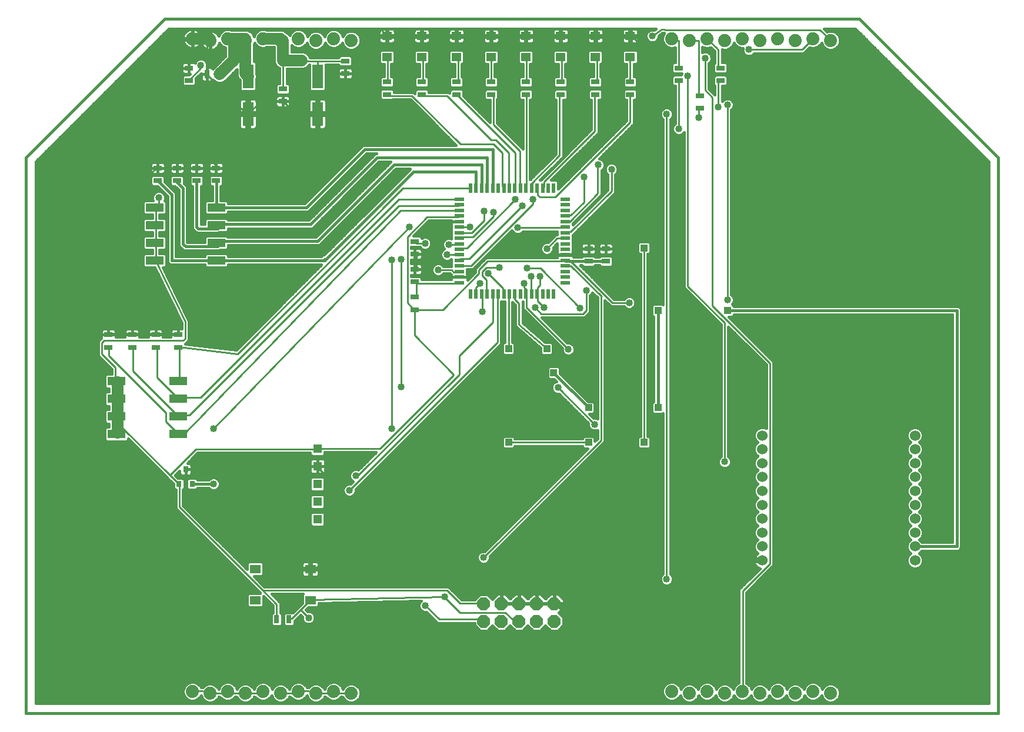
<source format=gtl>
G75*
G70*
%OFA0B0*%
%FSLAX24Y24*%
%IPPOS*%
%LPD*%
%AMOC8*
5,1,8,0,0,1.08239X$1,22.5*
%
%ADD10C,0.0160*%
%ADD11C,0.0740*%
%ADD12R,0.0472X0.0315*%
%ADD13R,0.1000X0.0500*%
%ADD14C,0.0600*%
%ADD15R,0.0551X0.0472*%
%ADD16R,0.0200X0.0580*%
%ADD17R,0.0580X0.0200*%
%ADD18OC8,0.0740*%
%ADD19R,0.0315X0.0472*%
%ADD20R,0.0315X0.0354*%
%ADD21R,0.0610X0.0512*%
%ADD22R,0.0515X0.0515*%
%ADD23R,0.0630X0.1378*%
%ADD24C,0.0100*%
%ADD25C,0.0660*%
%ADD26C,0.0320*%
%ADD27C,0.0400*%
%ADD28R,0.0396X0.0396*%
D10*
X000180Y006197D02*
X055298Y006197D01*
X055298Y037693D01*
X047424Y045567D01*
X008054Y045567D01*
X000180Y037693D01*
X000180Y006197D01*
X000740Y006757D02*
X000740Y037461D01*
X008286Y045007D01*
X035899Y045007D01*
X035797Y044929D01*
X035763Y044943D01*
X035620Y044943D01*
X035488Y044888D01*
X035387Y044787D01*
X035332Y044654D01*
X035332Y044511D01*
X035387Y044379D01*
X035488Y044277D01*
X035620Y044223D01*
X035763Y044223D01*
X035896Y044277D01*
X035997Y044379D01*
X036052Y044511D01*
X036052Y044595D01*
X036265Y044758D01*
X036357Y044748D01*
X036345Y044736D01*
X036264Y044541D01*
X036264Y044330D01*
X036345Y044136D01*
X036494Y043987D01*
X036689Y043906D01*
X036900Y043906D01*
X036970Y043935D01*
X036970Y043089D01*
X036885Y043089D01*
X036792Y042995D01*
X036792Y042548D01*
X036885Y042454D01*
X037338Y042454D01*
X037320Y042410D01*
X037320Y042380D01*
X036885Y042380D01*
X036792Y042287D01*
X036792Y041839D01*
X036885Y041746D01*
X036970Y041746D01*
X036970Y039621D01*
X036875Y039526D01*
X036820Y039393D01*
X036820Y039250D01*
X036875Y039118D01*
X036976Y039017D01*
X037108Y038962D01*
X037252Y038962D01*
X037384Y039017D01*
X037485Y039118D01*
X037490Y039129D01*
X037490Y030322D01*
X037613Y030199D01*
X039576Y028236D01*
X039576Y020748D01*
X039481Y020653D01*
X039426Y020520D01*
X039426Y020377D01*
X039481Y020245D01*
X039582Y020144D01*
X039715Y020089D01*
X039858Y020089D01*
X039990Y020144D01*
X040091Y020245D01*
X040146Y020377D01*
X040146Y020520D01*
X040091Y020653D01*
X039996Y020748D01*
X039996Y028091D01*
X042135Y025952D01*
X042135Y022350D01*
X042004Y022405D01*
X041821Y022405D01*
X041652Y022335D01*
X041522Y022205D01*
X039996Y022205D01*
X039996Y022047D02*
X041457Y022047D01*
X041452Y022036D02*
X041452Y021853D01*
X041522Y021684D01*
X041652Y021555D01*
X041661Y021551D01*
X041652Y021547D01*
X041522Y021418D01*
X041452Y021249D01*
X041452Y021066D01*
X041522Y020897D01*
X041652Y020768D01*
X041661Y020764D01*
X041652Y020760D01*
X041522Y020631D01*
X041452Y020462D01*
X040146Y020462D01*
X040116Y020303D02*
X041452Y020303D01*
X041452Y020279D02*
X041522Y020110D01*
X041652Y019980D01*
X041661Y019976D01*
X041652Y019973D01*
X041522Y019843D01*
X041452Y019674D01*
X041452Y019491D01*
X041522Y019322D01*
X041652Y019193D01*
X041661Y019189D01*
X041652Y019185D01*
X041522Y019056D01*
X041452Y018887D01*
X041452Y018704D01*
X041522Y018535D01*
X041652Y018405D01*
X041661Y018402D01*
X041652Y018398D01*
X041522Y018268D01*
X041452Y018099D01*
X041452Y017916D01*
X041522Y017747D01*
X041652Y017618D01*
X041661Y017614D01*
X041652Y017610D01*
X041522Y017481D01*
X041452Y017312D01*
X041452Y017129D01*
X041522Y016960D01*
X041652Y016831D01*
X041661Y016827D01*
X041652Y016823D01*
X041522Y016694D01*
X041452Y016525D01*
X041452Y016342D01*
X041522Y016173D01*
X041652Y016043D01*
X041661Y016039D01*
X041652Y016036D01*
X041522Y015906D01*
X041452Y015737D01*
X041452Y015554D01*
X041522Y015385D01*
X041648Y015260D01*
X041600Y015224D01*
X041546Y015171D01*
X041502Y015110D01*
X041467Y015043D01*
X041444Y014971D01*
X041432Y014896D01*
X041432Y014858D01*
X041432Y014820D01*
X041444Y014746D01*
X041467Y014674D01*
X041502Y014607D01*
X041546Y014546D01*
X041600Y014492D01*
X041661Y014448D01*
X041728Y014413D01*
X041783Y014396D01*
X040600Y013213D01*
X040600Y007921D01*
X040494Y007877D01*
X040345Y007728D01*
X040273Y007556D01*
X040243Y007628D01*
X040094Y007777D01*
X039900Y007858D01*
X039689Y007858D01*
X039494Y007777D01*
X039345Y007628D01*
X039315Y007556D01*
X039243Y007728D01*
X039094Y007877D01*
X038900Y007958D01*
X038689Y007958D01*
X038494Y007877D01*
X038345Y007728D01*
X038273Y007556D01*
X038243Y007628D01*
X038094Y007777D01*
X037900Y007858D01*
X037689Y007858D01*
X037494Y007777D01*
X037345Y007628D01*
X037315Y007556D01*
X037243Y007728D01*
X037094Y007877D01*
X036900Y007958D01*
X036689Y007958D01*
X036494Y007877D01*
X036345Y007728D01*
X036264Y007533D01*
X036264Y007323D01*
X036345Y007128D01*
X036494Y006979D01*
X036689Y006898D01*
X036900Y006898D01*
X037094Y006979D01*
X037243Y007128D01*
X037273Y007200D01*
X037345Y007028D01*
X037494Y006879D01*
X037689Y006798D01*
X037900Y006798D01*
X038094Y006879D01*
X038243Y007028D01*
X038315Y007200D01*
X038345Y007128D01*
X038494Y006979D01*
X038689Y006898D01*
X038900Y006898D01*
X039094Y006979D01*
X039243Y007128D01*
X039273Y007200D01*
X039345Y007028D01*
X039494Y006879D01*
X039689Y006798D01*
X039900Y006798D01*
X040094Y006879D01*
X040243Y007028D01*
X040315Y007200D01*
X040345Y007128D01*
X040494Y006979D01*
X040689Y006898D01*
X040900Y006898D01*
X041094Y006979D01*
X041243Y007128D01*
X041273Y007200D01*
X041345Y007028D01*
X041494Y006879D01*
X041689Y006798D01*
X041900Y006798D01*
X042094Y006879D01*
X042243Y007028D01*
X042315Y007200D01*
X042345Y007128D01*
X042494Y006979D01*
X042689Y006898D01*
X042900Y006898D01*
X043094Y006979D01*
X043243Y007128D01*
X043273Y007200D01*
X043345Y007028D01*
X043494Y006879D01*
X043689Y006798D01*
X043900Y006798D01*
X044094Y006879D01*
X044243Y007028D01*
X044315Y007200D01*
X044345Y007128D01*
X044494Y006979D01*
X044689Y006898D01*
X044900Y006898D01*
X045094Y006979D01*
X045243Y007128D01*
X045273Y007200D01*
X045345Y007028D01*
X045494Y006879D01*
X045689Y006798D01*
X045900Y006798D01*
X046094Y006879D01*
X046243Y007028D01*
X046324Y007223D01*
X046324Y007433D01*
X046243Y007628D01*
X046094Y007777D01*
X045900Y007858D01*
X045689Y007858D01*
X045494Y007777D01*
X045345Y007628D01*
X045315Y007556D01*
X045243Y007728D01*
X045094Y007877D01*
X044900Y007958D01*
X044689Y007958D01*
X044494Y007877D01*
X044345Y007728D01*
X044273Y007556D01*
X044243Y007628D01*
X044094Y007777D01*
X043900Y007858D01*
X043689Y007858D01*
X043494Y007777D01*
X043345Y007628D01*
X043315Y007556D01*
X043243Y007728D01*
X043094Y007877D01*
X042900Y007958D01*
X042689Y007958D01*
X042494Y007877D01*
X042345Y007728D01*
X042273Y007556D01*
X042243Y007628D01*
X042094Y007777D01*
X041900Y007858D01*
X041689Y007858D01*
X041494Y007777D01*
X041345Y007628D01*
X041315Y007556D01*
X041243Y007728D01*
X041094Y007877D01*
X041020Y007908D01*
X041020Y013039D01*
X042432Y014451D01*
X042555Y014574D01*
X042555Y026126D01*
X040008Y028673D01*
X040208Y028673D01*
X040302Y028767D01*
X040302Y028791D01*
X052696Y028791D01*
X052696Y015886D01*
X050972Y015886D01*
X050964Y015906D01*
X050834Y016036D01*
X050825Y016039D01*
X050834Y016043D01*
X050964Y016173D01*
X051034Y016342D01*
X051034Y016525D01*
X050964Y016694D01*
X050834Y016823D01*
X050825Y016827D01*
X050834Y016831D01*
X050964Y016960D01*
X051034Y017129D01*
X051034Y017312D01*
X050964Y017481D01*
X050834Y017610D01*
X050825Y017614D01*
X050834Y017618D01*
X050964Y017747D01*
X051034Y017916D01*
X051034Y018099D01*
X050964Y018268D01*
X050834Y018398D01*
X050825Y018402D01*
X050834Y018405D01*
X050964Y018535D01*
X051034Y018704D01*
X051034Y018887D01*
X050964Y019056D01*
X050834Y019185D01*
X050825Y019189D01*
X050834Y019193D01*
X050964Y019322D01*
X051034Y019491D01*
X051034Y019674D01*
X050964Y019843D01*
X050834Y019973D01*
X050825Y019976D01*
X050834Y019980D01*
X050964Y020110D01*
X051034Y020279D01*
X051034Y020462D01*
X052696Y020462D01*
X052696Y020620D02*
X050968Y020620D01*
X050964Y020631D02*
X050834Y020760D01*
X050825Y020764D01*
X050834Y020768D01*
X050964Y020897D01*
X051034Y021066D01*
X051034Y021249D01*
X050964Y021418D01*
X050834Y021547D01*
X050825Y021551D01*
X050834Y021555D01*
X050964Y021684D01*
X051034Y021853D01*
X051034Y022036D01*
X050964Y022205D01*
X052696Y022205D01*
X052696Y022047D02*
X051029Y022047D01*
X051034Y021888D02*
X052696Y021888D01*
X052696Y021730D02*
X050983Y021730D01*
X050851Y021571D02*
X052696Y021571D01*
X052696Y021413D02*
X050966Y021413D01*
X051031Y021254D02*
X052696Y021254D01*
X052696Y021096D02*
X051034Y021096D01*
X050980Y020937D02*
X052696Y020937D01*
X052696Y020779D02*
X050846Y020779D01*
X050964Y020631D02*
X051034Y020462D01*
X051034Y020303D02*
X052696Y020303D01*
X052696Y020145D02*
X050978Y020145D01*
X050841Y019986D02*
X052696Y019986D01*
X052696Y019828D02*
X050970Y019828D01*
X051034Y019669D02*
X052696Y019669D01*
X052696Y019511D02*
X051034Y019511D01*
X050976Y019352D02*
X052696Y019352D01*
X052696Y019194D02*
X050835Y019194D01*
X050972Y019035D02*
X052696Y019035D01*
X052696Y018877D02*
X051034Y018877D01*
X051034Y018718D02*
X052696Y018718D01*
X052696Y018560D02*
X050974Y018560D01*
X050826Y018401D02*
X052696Y018401D01*
X052696Y018243D02*
X050974Y018243D01*
X051034Y018084D02*
X052696Y018084D01*
X052696Y017926D02*
X051034Y017926D01*
X050972Y017767D02*
X052696Y017767D01*
X052696Y017609D02*
X050836Y017609D01*
X050976Y017450D02*
X052696Y017450D01*
X052696Y017292D02*
X051034Y017292D01*
X051034Y017133D02*
X052696Y017133D01*
X052696Y016975D02*
X050970Y016975D01*
X050841Y016816D02*
X052696Y016816D01*
X052696Y016658D02*
X050978Y016658D01*
X051034Y016499D02*
X052696Y016499D01*
X052696Y016341D02*
X051033Y016341D01*
X050968Y016182D02*
X052696Y016182D01*
X052696Y016024D02*
X050846Y016024D01*
X050574Y015646D02*
X052936Y015646D01*
X052936Y029031D01*
X039944Y029031D01*
X040302Y029271D02*
X040302Y029296D01*
X040214Y029383D01*
X040249Y029418D01*
X040304Y029550D01*
X040304Y029694D01*
X040249Y029826D01*
X040154Y029921D01*
X040154Y040386D01*
X040249Y040481D01*
X040304Y040613D01*
X040304Y040757D01*
X040249Y040889D01*
X040148Y040990D01*
X040015Y041045D01*
X039872Y041045D01*
X039740Y040990D01*
X039640Y040890D01*
X039640Y041746D01*
X039853Y041746D01*
X039946Y041839D01*
X039946Y042287D01*
X039853Y042380D01*
X039248Y042380D01*
X039154Y042287D01*
X039154Y041839D01*
X039220Y041773D01*
X039220Y041273D01*
X039184Y041308D01*
X038894Y041599D01*
X038894Y043043D01*
X038989Y043139D01*
X039044Y043271D01*
X039044Y043414D01*
X038989Y043546D01*
X038888Y043648D01*
X038756Y043703D01*
X038612Y043703D01*
X038515Y043662D01*
X038515Y043978D01*
X038689Y043906D01*
X038900Y043906D01*
X038991Y043944D01*
X039157Y043779D01*
X039220Y043716D01*
X039220Y043062D01*
X039154Y042995D01*
X039154Y042548D01*
X039248Y042454D01*
X039853Y042454D01*
X039946Y042548D01*
X039946Y042995D01*
X039853Y043089D01*
X039640Y043089D01*
X039640Y043826D01*
X039689Y043806D01*
X039900Y043806D01*
X040094Y043887D01*
X040243Y044036D01*
X040315Y044208D01*
X040345Y044136D01*
X040494Y043987D01*
X040689Y043906D01*
X040812Y043906D01*
X040804Y043887D01*
X040804Y043743D01*
X040859Y043611D01*
X040960Y043510D01*
X041093Y043455D01*
X041236Y043455D01*
X041368Y043510D01*
X041463Y043605D01*
X044263Y043605D01*
X044600Y043942D01*
X044689Y043906D01*
X044900Y043906D01*
X045094Y043987D01*
X045243Y044136D01*
X045273Y044208D01*
X045345Y044036D01*
X045494Y043887D01*
X045689Y043806D01*
X045900Y043806D01*
X046094Y043887D01*
X046243Y044036D01*
X046324Y044230D01*
X046324Y044441D01*
X046243Y044636D01*
X046094Y044785D01*
X045900Y044866D01*
X045689Y044866D01*
X045589Y044825D01*
X045407Y045007D01*
X047192Y045007D01*
X054738Y037461D01*
X054738Y006757D01*
X000740Y006757D01*
X000740Y006831D02*
X010444Y006831D01*
X010523Y006798D02*
X010734Y006798D01*
X010929Y006879D01*
X011078Y007028D01*
X011113Y007112D01*
X011120Y007112D01*
X011144Y007097D01*
X011197Y007110D01*
X011329Y006979D01*
X011523Y006898D01*
X011734Y006898D01*
X011929Y006979D01*
X012062Y007112D01*
X012095Y007112D01*
X012096Y007111D01*
X012145Y007111D01*
X012180Y007028D01*
X012329Y006879D01*
X012523Y006798D01*
X012734Y006798D01*
X012929Y006879D01*
X013078Y007028D01*
X013113Y007112D01*
X013120Y007112D01*
X013144Y007097D01*
X013197Y007110D01*
X013329Y006979D01*
X013523Y006898D01*
X013734Y006898D01*
X013929Y006979D01*
X014078Y007128D01*
X014108Y007200D01*
X014180Y007028D01*
X014329Y006879D01*
X014523Y006798D01*
X014734Y006798D01*
X014929Y006879D01*
X015078Y007028D01*
X015113Y007112D01*
X015120Y007112D01*
X015144Y007097D01*
X015197Y007110D01*
X015329Y006979D01*
X015523Y006898D01*
X015734Y006898D01*
X015929Y006979D01*
X016078Y007128D01*
X016108Y007200D01*
X016180Y007028D01*
X016329Y006879D01*
X016523Y006798D01*
X016734Y006798D01*
X016929Y006879D01*
X017078Y007028D01*
X017113Y007112D01*
X017120Y007112D01*
X017144Y007097D01*
X017197Y007110D01*
X017329Y006979D01*
X017523Y006898D01*
X017734Y006898D01*
X017929Y006979D01*
X018062Y007112D01*
X018095Y007112D01*
X018096Y007111D01*
X018145Y007111D01*
X018180Y007028D01*
X018329Y006879D01*
X018523Y006798D01*
X018734Y006798D01*
X018929Y006879D01*
X019078Y007028D01*
X019159Y007223D01*
X019159Y007433D01*
X019078Y007628D01*
X018929Y007777D01*
X018734Y007858D01*
X018523Y007858D01*
X018329Y007777D01*
X018180Y007628D01*
X018150Y007556D01*
X018078Y007728D01*
X017929Y007877D01*
X017734Y007958D01*
X017523Y007958D01*
X017329Y007877D01*
X017180Y007728D01*
X017108Y007556D01*
X017078Y007628D01*
X016929Y007777D01*
X016734Y007858D01*
X016523Y007858D01*
X016329Y007777D01*
X016208Y007657D01*
X016207Y007657D01*
X016150Y007672D01*
X016123Y007657D01*
X016108Y007657D01*
X016078Y007728D01*
X015929Y007877D01*
X015734Y007958D01*
X015523Y007958D01*
X015329Y007877D01*
X015180Y007728D01*
X015108Y007556D01*
X015078Y007628D01*
X014929Y007777D01*
X014734Y007858D01*
X014523Y007858D01*
X014329Y007777D01*
X014180Y007628D01*
X014150Y007556D01*
X014078Y007728D01*
X013929Y007877D01*
X013734Y007958D01*
X013523Y007958D01*
X013329Y007877D01*
X013180Y007728D01*
X013108Y007556D01*
X013078Y007628D01*
X012929Y007777D01*
X012734Y007858D01*
X012523Y007858D01*
X012329Y007777D01*
X012180Y007628D01*
X012150Y007556D01*
X012078Y007728D01*
X011929Y007877D01*
X011734Y007958D01*
X011523Y007958D01*
X011329Y007877D01*
X011180Y007728D01*
X011108Y007556D01*
X011078Y007628D01*
X010929Y007777D01*
X010734Y007858D01*
X010523Y007858D01*
X010329Y007777D01*
X010208Y007657D01*
X010207Y007657D01*
X010150Y007672D01*
X010123Y007657D01*
X010108Y007657D01*
X010078Y007728D01*
X009929Y007877D01*
X009734Y007958D01*
X009523Y007958D01*
X009329Y007877D01*
X009180Y007728D01*
X009106Y007551D01*
X009100Y007546D01*
X009100Y007539D01*
X009095Y007534D01*
X009095Y007453D01*
X009090Y007372D01*
X009095Y007367D01*
X009095Y007360D01*
X009099Y007356D01*
X009099Y007323D01*
X009180Y007128D01*
X009329Y006979D01*
X009523Y006898D01*
X009734Y006898D01*
X009929Y006979D01*
X010078Y007128D01*
X010108Y007200D01*
X010180Y007028D01*
X010329Y006879D01*
X010523Y006798D01*
X010814Y006831D02*
X012444Y006831D01*
X012218Y006989D02*
X011940Y006989D01*
X011318Y006989D02*
X011040Y006989D01*
X011080Y007623D02*
X011136Y007623D01*
X011233Y007782D02*
X010918Y007782D01*
X010340Y007782D02*
X010024Y007782D01*
X009777Y007940D02*
X011481Y007940D01*
X011777Y007940D02*
X013481Y007940D01*
X013233Y007782D02*
X012918Y007782D01*
X013080Y007623D02*
X013136Y007623D01*
X013040Y006989D02*
X013318Y006989D01*
X012814Y006831D02*
X014444Y006831D01*
X014218Y006989D02*
X013940Y006989D01*
X014086Y007148D02*
X014130Y007148D01*
X014122Y007623D02*
X014178Y007623D01*
X014024Y007782D02*
X014340Y007782D01*
X014918Y007782D02*
X015233Y007782D01*
X015136Y007623D02*
X015080Y007623D01*
X015481Y007940D02*
X013777Y007940D01*
X012340Y007782D02*
X012024Y007782D01*
X012122Y007623D02*
X012178Y007623D01*
X010218Y006989D02*
X009940Y006989D01*
X010086Y007148D02*
X010130Y007148D01*
X009318Y006989D02*
X000740Y006989D01*
X000740Y007148D02*
X009171Y007148D01*
X009106Y007306D02*
X000740Y007306D01*
X000740Y007465D02*
X009095Y007465D01*
X009136Y007623D02*
X000740Y007623D01*
X000740Y007782D02*
X009233Y007782D01*
X009481Y007940D02*
X000740Y007940D01*
X000740Y008099D02*
X040600Y008099D01*
X040600Y008257D02*
X000740Y008257D01*
X000740Y008416D02*
X040600Y008416D01*
X040600Y008574D02*
X000740Y008574D01*
X000740Y008733D02*
X040600Y008733D01*
X040600Y008891D02*
X000740Y008891D01*
X000740Y009050D02*
X040600Y009050D01*
X040600Y009208D02*
X000740Y009208D01*
X000740Y009367D02*
X040600Y009367D01*
X040600Y009525D02*
X000740Y009525D01*
X000740Y009684D02*
X040600Y009684D01*
X040600Y009842D02*
X000740Y009842D01*
X000740Y010001D02*
X040600Y010001D01*
X040600Y010159D02*
X000740Y010159D01*
X000740Y010318D02*
X040600Y010318D01*
X040600Y010476D02*
X000740Y010476D01*
X000740Y010635D02*
X040600Y010635D01*
X040600Y010793D02*
X000740Y010793D01*
X000740Y010952D02*
X025837Y010952D01*
X025913Y010876D02*
X026352Y010876D01*
X026633Y011156D01*
X026913Y010876D01*
X027352Y010876D01*
X027633Y011156D01*
X027913Y010876D01*
X028352Y010876D01*
X028633Y011156D01*
X028913Y010876D01*
X029352Y010876D01*
X029633Y011156D01*
X029913Y010876D01*
X030352Y010876D01*
X030663Y011186D01*
X030663Y011625D01*
X030396Y011891D01*
X030683Y012178D01*
X030683Y012386D01*
X030153Y012386D01*
X030153Y012426D01*
X030113Y012426D01*
X030113Y012956D01*
X029905Y012956D01*
X029633Y012683D01*
X029361Y012956D01*
X029153Y012956D01*
X029153Y012426D01*
X029113Y012426D01*
X029113Y012956D01*
X028905Y012956D01*
X028633Y012683D01*
X028361Y012956D01*
X028153Y012956D01*
X028153Y012426D01*
X028113Y012426D01*
X028113Y012956D01*
X027905Y012956D01*
X027633Y012683D01*
X027361Y012956D01*
X027153Y012956D01*
X027153Y012426D01*
X027113Y012426D01*
X027113Y012956D01*
X026905Y012956D01*
X026619Y012669D01*
X026352Y012936D01*
X025913Y012936D01*
X025605Y012627D01*
X024873Y012627D01*
X024248Y013252D01*
X024125Y013375D01*
X013692Y013375D01*
X013117Y013950D01*
X013553Y013950D01*
X013647Y014044D01*
X013647Y014688D01*
X013553Y014782D01*
X012811Y014782D01*
X012717Y014688D01*
X012717Y014351D01*
X009091Y017977D01*
X009091Y018858D01*
X009179Y018946D01*
X009179Y019432D01*
X009085Y019526D01*
X008801Y019526D01*
X008646Y019681D01*
X008898Y019932D01*
X008898Y019815D01*
X008910Y019769D01*
X008934Y019728D01*
X008967Y019695D01*
X009008Y019671D01*
X009054Y019659D01*
X009235Y019659D01*
X009235Y020016D01*
X010908Y020016D01*
X010908Y020173D01*
X010882Y019549D02*
X010738Y019549D01*
X010606Y019494D01*
X010541Y019429D01*
X009927Y019429D01*
X009927Y019432D01*
X009833Y019526D01*
X009385Y019526D01*
X009292Y019432D01*
X009292Y018946D01*
X009385Y018852D01*
X009833Y018852D01*
X009927Y018946D01*
X009927Y018949D01*
X010541Y018949D01*
X010606Y018884D01*
X010738Y018829D01*
X010882Y018829D01*
X011014Y018884D01*
X011115Y018985D01*
X011170Y019117D01*
X011170Y019261D01*
X011115Y019393D01*
X011014Y019494D01*
X010882Y019549D01*
X010974Y019511D02*
X016298Y019511D01*
X016298Y019513D02*
X016392Y019606D01*
X017039Y019606D01*
X017133Y019513D01*
X017133Y018865D01*
X017039Y018771D01*
X016392Y018771D01*
X016298Y018865D01*
X016298Y019513D01*
X016298Y019352D02*
X011132Y019352D01*
X011170Y019194D02*
X016298Y019194D01*
X016298Y019035D02*
X011136Y019035D01*
X010997Y018877D02*
X016298Y018877D01*
X016392Y018606D02*
X016298Y018513D01*
X016298Y017865D01*
X016392Y017771D01*
X017039Y017771D01*
X017133Y017865D01*
X017133Y018513D01*
X017039Y018606D01*
X016392Y018606D01*
X016345Y018560D02*
X009091Y018560D01*
X009091Y018718D02*
X018185Y018718D01*
X018166Y018763D02*
X018221Y018631D01*
X018323Y018529D01*
X018455Y018475D01*
X018598Y018475D01*
X018730Y018529D01*
X018832Y018631D01*
X018886Y018763D01*
X018886Y018898D01*
X027122Y027133D01*
X027122Y029519D01*
X027332Y029519D01*
X027332Y027224D01*
X027278Y027224D01*
X027184Y027131D01*
X027184Y026602D01*
X027278Y026508D01*
X027807Y026508D01*
X027900Y026602D01*
X027900Y027131D01*
X027807Y027224D01*
X027752Y027224D01*
X027752Y029509D01*
X027923Y029338D01*
X027752Y029338D01*
X027752Y029496D02*
X027765Y029496D01*
X027923Y029338D02*
X027923Y028323D01*
X027917Y028317D01*
X027923Y028237D01*
X027923Y028157D01*
X027928Y028151D01*
X027929Y028143D01*
X027989Y028091D01*
X028046Y028034D01*
X028054Y028034D01*
X029349Y026900D01*
X029349Y026602D01*
X029443Y026508D01*
X029972Y026508D01*
X030066Y026602D01*
X030066Y027131D01*
X029972Y027224D01*
X029617Y027224D01*
X028343Y028339D01*
X028343Y029512D01*
X028336Y029519D01*
X028345Y029519D01*
X028345Y029110D01*
X028468Y028987D01*
X030570Y026885D01*
X030570Y026750D01*
X030625Y026618D01*
X030726Y026517D01*
X030858Y026462D01*
X031002Y026462D01*
X031134Y026517D01*
X031235Y026618D01*
X031290Y026750D01*
X031290Y026893D01*
X031235Y027026D01*
X031134Y027127D01*
X031002Y027182D01*
X030867Y027182D01*
X029424Y028625D01*
X031842Y028625D01*
X032039Y028821D01*
X032162Y028945D01*
X032162Y029874D01*
X032257Y029969D01*
X032287Y030043D01*
X032567Y029763D01*
X032568Y029756D01*
X032568Y022905D01*
X032496Y022935D01*
X032361Y022935D01*
X032134Y023162D01*
X032334Y023162D01*
X032428Y023255D01*
X032428Y023784D01*
X032334Y023878D01*
X032051Y023878D01*
X030459Y025469D01*
X030459Y025753D01*
X030366Y025846D01*
X029837Y025846D01*
X029743Y025753D01*
X029743Y025224D01*
X029837Y025130D01*
X030120Y025130D01*
X030240Y025011D01*
X030134Y024967D01*
X030032Y024865D01*
X029977Y024733D01*
X029977Y024590D01*
X030032Y024457D01*
X030134Y024356D01*
X030266Y024301D01*
X030400Y024301D01*
X032064Y022638D01*
X032064Y022503D01*
X032119Y022371D01*
X032220Y022270D01*
X032352Y022215D01*
X032496Y022215D01*
X032568Y022245D01*
X032568Y021756D01*
X032428Y021616D01*
X032428Y021816D01*
X032334Y021909D01*
X031805Y021909D01*
X031712Y021816D01*
X031712Y021761D01*
X027900Y021761D01*
X027900Y021816D01*
X027807Y021909D01*
X027278Y021909D01*
X027184Y021816D01*
X027184Y021287D01*
X027278Y021193D01*
X027807Y021193D01*
X027900Y021287D01*
X027900Y021341D01*
X031712Y021341D01*
X031712Y021287D01*
X031805Y021193D01*
X032005Y021193D01*
X026188Y015376D01*
X026053Y015376D01*
X025921Y015321D01*
X025820Y015220D01*
X025765Y015087D01*
X025765Y014944D01*
X025820Y014812D01*
X025921Y014711D01*
X026053Y014656D01*
X026196Y014656D01*
X026329Y014711D01*
X026430Y014812D01*
X026485Y014944D01*
X026485Y015079D01*
X032988Y021582D01*
X032988Y029607D01*
X033341Y029255D01*
X034074Y029255D01*
X034169Y029159D01*
X034301Y029105D01*
X034445Y029105D01*
X034577Y029159D01*
X034678Y029261D01*
X034733Y029393D01*
X034733Y029536D01*
X034678Y029668D01*
X034577Y029770D01*
X034445Y029825D01*
X034301Y029825D01*
X034169Y029770D01*
X034074Y029675D01*
X033515Y029675D01*
X031603Y031587D01*
X031690Y031587D01*
X031767Y031509D01*
X032372Y031509D01*
X032450Y031587D01*
X032674Y031587D01*
X032752Y031509D01*
X033357Y031509D01*
X033450Y031603D01*
X033450Y032051D01*
X033357Y032144D01*
X032752Y032144D01*
X032674Y032067D01*
X032450Y032067D01*
X032372Y032144D01*
X031767Y032144D01*
X031690Y032067D01*
X031209Y032067D01*
X031209Y032178D01*
X030739Y032178D01*
X030269Y032178D01*
X030269Y032055D01*
X030274Y032037D01*
X026274Y032037D01*
X026151Y031914D01*
X025639Y031402D01*
X025639Y031205D01*
X025202Y030768D01*
X025209Y030795D01*
X025209Y030918D01*
X024739Y030918D01*
X024269Y030918D01*
X024269Y030795D01*
X024273Y030782D01*
X022623Y030782D01*
X022623Y030869D01*
X022530Y030963D01*
X022015Y030963D01*
X022015Y031017D01*
X022227Y031017D01*
X022227Y031354D01*
X022227Y031354D01*
X022227Y031017D01*
X022487Y031017D01*
X022533Y031029D01*
X022574Y031053D01*
X022608Y031086D01*
X022631Y031127D01*
X022643Y031173D01*
X022643Y031354D01*
X022227Y031354D01*
X022227Y031354D01*
X022227Y031692D01*
X022015Y031692D01*
X022015Y031883D01*
X022227Y031883D01*
X022227Y032220D01*
X022227Y032220D01*
X022227Y031883D01*
X022487Y031883D01*
X022533Y031895D01*
X022574Y031919D01*
X022608Y031952D01*
X022631Y031994D01*
X022643Y032039D01*
X022643Y032220D01*
X022227Y032220D01*
X022227Y032220D01*
X022227Y032558D01*
X022015Y032558D01*
X022015Y032612D01*
X022290Y032612D01*
X022358Y032601D01*
X022373Y032612D01*
X022506Y032612D01*
X022601Y032517D01*
X022733Y032462D01*
X022877Y032462D01*
X023009Y032517D01*
X023110Y032618D01*
X023165Y032750D01*
X023165Y032893D01*
X023110Y033026D01*
X023009Y033127D01*
X022877Y033182D01*
X022733Y033182D01*
X022623Y033136D01*
X022623Y033153D01*
X022530Y033247D01*
X022152Y033247D01*
X023017Y034112D01*
X024269Y034112D01*
X024269Y034069D01*
X024739Y034069D01*
X024739Y034068D01*
X024269Y034068D01*
X024269Y033945D01*
X024281Y033899D01*
X024289Y033886D01*
X024289Y033106D01*
X024228Y033132D01*
X024085Y033132D01*
X023952Y033077D01*
X023851Y032976D01*
X023796Y032843D01*
X023796Y032700D01*
X023851Y032568D01*
X023898Y032521D01*
X023851Y032502D01*
X023750Y032401D01*
X023695Y032268D01*
X023695Y032125D01*
X023750Y031993D01*
X023851Y031892D01*
X023983Y031837D01*
X024127Y031837D01*
X024259Y031892D01*
X024289Y031922D01*
X024289Y031532D01*
X023854Y031532D01*
X023759Y031627D01*
X023627Y031682D01*
X023483Y031682D01*
X023351Y031627D01*
X023250Y031526D01*
X023195Y031393D01*
X023195Y031250D01*
X023250Y031118D01*
X023351Y031017D01*
X023483Y030962D01*
X023627Y030962D01*
X023759Y031017D01*
X023854Y031112D01*
X024218Y031112D01*
X024220Y031110D01*
X024273Y031057D01*
X024269Y031042D01*
X024269Y030919D01*
X024739Y030919D01*
X024739Y030918D01*
X024739Y030919D01*
X025209Y030919D01*
X025209Y031042D01*
X025197Y031088D01*
X025189Y031101D01*
X025189Y031362D01*
X025517Y031362D01*
X027725Y033570D01*
X027749Y033513D01*
X027850Y033411D01*
X027982Y033357D01*
X028126Y033357D01*
X028258Y033411D01*
X028353Y033507D01*
X030289Y033507D01*
X030289Y033336D01*
X030211Y033336D01*
X029771Y032895D01*
X029636Y032895D01*
X029504Y032841D01*
X029402Y032739D01*
X029348Y032607D01*
X029348Y032464D01*
X029402Y032332D01*
X029504Y032230D01*
X029636Y032175D01*
X029779Y032175D01*
X029911Y032230D01*
X030013Y032332D01*
X030068Y032464D01*
X030068Y032598D01*
X030289Y032820D01*
X030289Y032361D01*
X030281Y032348D01*
X030269Y032302D01*
X030269Y032179D01*
X030739Y032179D01*
X030739Y032178D01*
X030739Y032179D01*
X031209Y032179D01*
X031209Y032302D01*
X031197Y032348D01*
X031189Y032361D01*
X031189Y033307D01*
X033456Y035573D01*
X033579Y035696D01*
X033579Y036725D01*
X033674Y036820D01*
X033729Y036952D01*
X033729Y037095D01*
X033674Y037228D01*
X033573Y037329D01*
X033441Y037384D01*
X033297Y037384D01*
X033165Y037329D01*
X033064Y037228D01*
X033009Y037095D01*
X033009Y036952D01*
X033064Y036820D01*
X033159Y036725D01*
X033159Y035870D01*
X031189Y033901D01*
X031189Y033956D01*
X032688Y035455D01*
X032811Y035578D01*
X032811Y036969D01*
X032825Y036974D01*
X032926Y037076D01*
X032981Y037208D01*
X032981Y037351D01*
X032926Y037483D01*
X032825Y037585D01*
X032693Y037640D01*
X032670Y037640D01*
X034640Y039610D01*
X034640Y040958D01*
X034734Y040958D01*
X034828Y041052D01*
X034828Y041499D01*
X034734Y041593D01*
X034129Y041593D01*
X034036Y041499D01*
X034036Y041052D01*
X034129Y040958D01*
X034220Y040958D01*
X034220Y039784D01*
X030359Y035923D01*
X030359Y036325D01*
X030265Y036419D01*
X029949Y036419D01*
X032640Y039110D01*
X032640Y040958D01*
X032766Y040958D01*
X032860Y041052D01*
X032860Y041499D01*
X032766Y041593D01*
X032161Y041593D01*
X032067Y041499D01*
X032067Y041052D01*
X032161Y040958D01*
X032220Y040958D01*
X032220Y039284D01*
X029468Y036532D01*
X029355Y036419D01*
X029324Y036419D01*
X030640Y037735D01*
X030640Y040958D01*
X030797Y040958D01*
X030891Y041052D01*
X030891Y041499D01*
X030797Y041593D01*
X030192Y041593D01*
X030099Y041499D01*
X030099Y041052D01*
X030192Y040958D01*
X030220Y040958D01*
X030220Y037909D01*
X028765Y036454D01*
X028765Y040958D01*
X028829Y040958D01*
X028923Y041052D01*
X028923Y041499D01*
X028829Y041593D01*
X028224Y041593D01*
X028130Y041499D01*
X028130Y041052D01*
X028224Y040958D01*
X028345Y040958D01*
X028345Y038204D01*
X028267Y038282D01*
X026890Y039659D01*
X026890Y040988D01*
X026954Y041052D01*
X026954Y041499D01*
X026860Y041593D01*
X026255Y041593D01*
X026162Y041499D01*
X026162Y041052D01*
X026255Y040958D01*
X026470Y040958D01*
X026470Y039704D01*
X024986Y041188D01*
X024986Y041499D01*
X024892Y041593D01*
X024287Y041593D01*
X024193Y041499D01*
X024193Y041356D01*
X024142Y041407D01*
X023017Y041407D01*
X023017Y041499D01*
X022923Y041593D01*
X022318Y041593D01*
X022225Y041499D01*
X022225Y041324D01*
X022142Y041407D01*
X021049Y041407D01*
X021049Y041499D01*
X020955Y041593D01*
X020350Y041593D01*
X020256Y041499D01*
X020256Y041052D01*
X020350Y040958D01*
X020955Y040958D01*
X020984Y040987D01*
X021968Y040987D01*
X024550Y038405D01*
X019345Y038405D01*
X019257Y038369D01*
X019189Y038301D01*
X015986Y035098D01*
X011645Y035098D01*
X011645Y035178D01*
X011551Y035272D01*
X011225Y035272D01*
X011225Y036076D01*
X011270Y036076D01*
X011364Y036170D01*
X011364Y036617D01*
X011270Y036711D01*
X010665Y036711D01*
X010571Y036617D01*
X010571Y036170D01*
X010665Y036076D01*
X010745Y036076D01*
X010745Y035272D01*
X010419Y035272D01*
X010325Y035178D01*
X010325Y034546D01*
X010419Y034452D01*
X011551Y034452D01*
X011645Y034546D01*
X011645Y034618D01*
X016133Y034618D01*
X016221Y034655D01*
X019492Y037925D01*
X020035Y037925D01*
X019965Y037896D01*
X019898Y037829D01*
X016222Y034153D01*
X011645Y034153D01*
X011645Y034178D01*
X011551Y034272D01*
X010419Y034272D01*
X010325Y034178D01*
X010325Y033917D01*
X010105Y033917D01*
X010105Y036076D01*
X010168Y036076D01*
X010261Y036170D01*
X010261Y036617D01*
X010168Y036711D01*
X009563Y036711D01*
X009469Y036617D01*
X009469Y036170D01*
X009563Y036076D01*
X009625Y036076D01*
X009625Y033708D01*
X009662Y033620D01*
X009740Y033541D01*
X009808Y033474D01*
X009896Y033437D01*
X011094Y033437D01*
X011130Y033452D01*
X011551Y033452D01*
X011645Y033546D01*
X011645Y033673D01*
X016369Y033673D01*
X016458Y033710D01*
X020201Y037453D01*
X020860Y037453D01*
X016616Y033209D01*
X011615Y033209D01*
X011551Y033272D01*
X010419Y033272D01*
X010325Y033178D01*
X010325Y032894D01*
X009335Y032894D01*
X009318Y032910D01*
X009318Y036008D01*
X009281Y036097D01*
X009214Y036164D01*
X009159Y036219D01*
X009159Y036617D01*
X009065Y036711D01*
X008460Y036711D01*
X008366Y036617D01*
X008366Y036170D01*
X008460Y036076D01*
X008623Y036076D01*
X008838Y035861D01*
X008838Y032763D01*
X008874Y032675D01*
X009032Y032518D01*
X009099Y032450D01*
X009187Y032414D01*
X011094Y032414D01*
X011182Y032450D01*
X011184Y032452D01*
X011551Y032452D01*
X011645Y032546D01*
X011645Y032729D01*
X016763Y032729D01*
X016851Y032765D01*
X021146Y037059D01*
X021967Y037059D01*
X021949Y037041D01*
X017092Y032185D01*
X017061Y032185D01*
X016973Y032148D01*
X016927Y032102D01*
X011645Y032102D01*
X011645Y032178D01*
X011551Y032272D01*
X010419Y032272D01*
X010325Y032178D01*
X010325Y032102D01*
X008688Y032102D01*
X008688Y035654D01*
X008651Y035742D01*
X008584Y035810D01*
X008057Y036337D01*
X008057Y036617D01*
X007963Y036711D01*
X007358Y036711D01*
X007264Y036617D01*
X007264Y036170D01*
X007358Y036076D01*
X007638Y036076D01*
X008208Y035507D01*
X008208Y031818D01*
X008244Y031730D01*
X008248Y031726D01*
X008316Y031659D01*
X008404Y031622D01*
X010325Y031622D01*
X010325Y031546D01*
X010419Y031452D01*
X011551Y031452D01*
X011645Y031546D01*
X011645Y031622D01*
X016933Y031622D01*
X012104Y026792D01*
X009213Y027138D01*
X009302Y027227D01*
X009425Y027350D01*
X009425Y028347D01*
X009442Y028395D01*
X009425Y028430D01*
X009425Y028469D01*
X009389Y028505D01*
X007958Y031452D01*
X008051Y031452D01*
X008145Y031546D01*
X008145Y032178D01*
X008051Y032272D01*
X007758Y032272D01*
X007758Y032452D01*
X008051Y032452D01*
X008145Y032546D01*
X008145Y033178D01*
X008051Y033272D01*
X007758Y033272D01*
X007758Y033452D01*
X008051Y033452D01*
X008145Y033546D01*
X008145Y034178D01*
X008051Y034272D01*
X007758Y034272D01*
X007758Y034452D01*
X008051Y034452D01*
X008145Y034546D01*
X008145Y035178D01*
X008051Y035272D01*
X008044Y035272D01*
X008079Y035358D01*
X008079Y035501D01*
X008025Y035633D01*
X007923Y035734D01*
X007791Y035789D01*
X007648Y035789D01*
X007515Y035734D01*
X007414Y035633D01*
X007359Y035501D01*
X007359Y035358D01*
X007395Y035272D01*
X006919Y035272D01*
X006825Y035178D01*
X006825Y034546D01*
X006919Y034452D01*
X007338Y034452D01*
X007338Y034272D01*
X006919Y034272D01*
X006825Y034178D01*
X006825Y033546D01*
X006919Y033452D01*
X007338Y033452D01*
X007338Y033272D01*
X006919Y033272D01*
X006825Y033178D01*
X006825Y032546D01*
X006919Y032452D01*
X007338Y032452D01*
X007338Y032272D01*
X006919Y032272D01*
X006825Y032178D01*
X006825Y031546D01*
X006919Y031452D01*
X007491Y031452D01*
X009005Y028334D01*
X009005Y027991D01*
X008802Y027991D01*
X008542Y027991D01*
X008496Y027979D01*
X008455Y027955D01*
X008422Y027922D01*
X008398Y027881D01*
X008386Y027835D01*
X008386Y027654D01*
X008802Y027654D01*
X008802Y027991D01*
X008802Y027654D01*
X008802Y027654D01*
X008802Y027654D01*
X008386Y027654D01*
X008386Y027529D01*
X007958Y027529D01*
X007958Y027654D01*
X007958Y027835D01*
X007946Y027881D01*
X007922Y027922D01*
X007889Y027955D01*
X007848Y027979D01*
X007802Y027991D01*
X007542Y027991D01*
X007282Y027991D01*
X007237Y027979D01*
X007195Y027955D01*
X007162Y027922D01*
X007138Y027881D01*
X007126Y027835D01*
X007126Y027654D01*
X007542Y027654D01*
X007542Y027991D01*
X007542Y027654D01*
X007542Y027654D01*
X007542Y027654D01*
X007126Y027654D01*
X007126Y027529D01*
X006620Y027529D01*
X006620Y027654D01*
X006620Y027835D01*
X006608Y027881D01*
X006584Y027922D01*
X006550Y027955D01*
X006509Y027979D01*
X006464Y027991D01*
X006204Y027991D01*
X006204Y027654D01*
X006204Y027654D01*
X006620Y027654D01*
X006204Y027654D01*
X006204Y027654D01*
X006204Y027991D01*
X005944Y027991D01*
X005898Y027979D01*
X005857Y027955D01*
X005823Y027922D01*
X005800Y027881D01*
X005787Y027835D01*
X005787Y027654D01*
X006204Y027654D01*
X006204Y027654D01*
X005787Y027654D01*
X005787Y027529D01*
X005281Y027529D01*
X005281Y027654D01*
X005281Y027835D01*
X005269Y027881D01*
X005245Y027922D01*
X005212Y027955D01*
X005171Y027979D01*
X005125Y027991D01*
X004865Y027991D01*
X004605Y027991D01*
X004559Y027979D01*
X004518Y027955D01*
X004485Y027922D01*
X004461Y027881D01*
X004449Y027835D01*
X004449Y027654D01*
X004865Y027654D01*
X004865Y027991D01*
X004865Y027654D01*
X004865Y027654D01*
X004865Y027654D01*
X005281Y027654D01*
X004865Y027654D01*
X004865Y027654D01*
X004449Y027654D01*
X004449Y027472D01*
X004452Y027459D01*
X004399Y027406D01*
X004281Y027288D01*
X004281Y026464D01*
X004404Y026341D01*
X005049Y025696D01*
X005049Y025430D01*
X004753Y025430D01*
X004660Y025336D01*
X004660Y024703D01*
X004753Y024610D01*
X004893Y024610D01*
X004893Y024430D01*
X004753Y024430D01*
X004660Y024336D01*
X004660Y023703D01*
X004753Y023610D01*
X004893Y023610D01*
X004893Y023430D01*
X004753Y023430D01*
X004660Y023336D01*
X004660Y022703D01*
X004753Y022610D01*
X004893Y022610D01*
X004893Y022430D01*
X004753Y022430D01*
X004660Y022336D01*
X004660Y021703D01*
X004753Y021610D01*
X005263Y021610D01*
X005285Y021601D01*
X005480Y021601D01*
X005502Y021610D01*
X005886Y021610D01*
X005980Y021703D01*
X005980Y021754D01*
X008139Y019594D01*
X008262Y019471D01*
X008544Y019190D01*
X008544Y018946D01*
X008637Y018852D01*
X008671Y018852D01*
X008671Y017803D01*
X008794Y017680D01*
X013415Y013059D01*
X013463Y013010D01*
X012811Y013010D01*
X012717Y012917D01*
X012717Y012272D01*
X012811Y012179D01*
X013553Y012179D01*
X013647Y012272D01*
X013647Y012826D01*
X014183Y012291D01*
X014183Y011908D01*
X014169Y011908D01*
X014075Y011814D01*
X014075Y011209D01*
X014169Y011116D01*
X014616Y011116D01*
X014710Y011209D01*
X014710Y011814D01*
X014616Y011908D01*
X014603Y011908D01*
X014603Y012465D01*
X014112Y012955D01*
X015885Y012955D01*
X015847Y012917D01*
X015847Y012436D01*
X015674Y012263D01*
X015551Y012140D01*
X015319Y011908D01*
X014878Y011908D01*
X014784Y011814D01*
X014784Y011209D01*
X014878Y011116D01*
X015325Y011116D01*
X015419Y011209D01*
X015419Y011414D01*
X015761Y011756D01*
X015844Y011673D01*
X015844Y011539D01*
X015898Y011406D01*
X016000Y011305D01*
X016132Y011250D01*
X016275Y011250D01*
X016408Y011305D01*
X016509Y011406D01*
X016564Y011539D01*
X016564Y011682D01*
X016509Y011814D01*
X016408Y011915D01*
X016275Y011970D01*
X016141Y011970D01*
X016058Y012053D01*
X016183Y012179D01*
X016683Y012179D01*
X016777Y012272D01*
X016777Y012416D01*
X022576Y012566D01*
X022513Y012503D01*
X022458Y012371D01*
X022458Y012228D01*
X022513Y012095D01*
X022614Y011994D01*
X022746Y011939D01*
X022881Y011939D01*
X023518Y011302D01*
X025603Y011302D01*
X025603Y011186D01*
X025913Y010876D01*
X025678Y011110D02*
X000740Y011110D01*
X000740Y011269D02*
X014075Y011269D01*
X014075Y011427D02*
X000740Y011427D01*
X000740Y011586D02*
X014075Y011586D01*
X014075Y011744D02*
X000740Y011744D01*
X000740Y011903D02*
X014164Y011903D01*
X014183Y012061D02*
X000740Y012061D01*
X000740Y012220D02*
X012769Y012220D01*
X012717Y012378D02*
X000740Y012378D01*
X000740Y012537D02*
X012717Y012537D01*
X012717Y012695D02*
X000740Y012695D01*
X000740Y012854D02*
X012717Y012854D01*
X013144Y013329D02*
X000740Y013329D01*
X000740Y013171D02*
X013303Y013171D01*
X013461Y013012D02*
X000740Y013012D01*
X000740Y013488D02*
X012986Y013488D01*
X012827Y013646D02*
X000740Y013646D01*
X000740Y013805D02*
X012669Y013805D01*
X012510Y013963D02*
X000740Y013963D01*
X000740Y014122D02*
X012352Y014122D01*
X012193Y014280D02*
X000740Y014280D01*
X000740Y014439D02*
X012035Y014439D01*
X011876Y014597D02*
X000740Y014597D01*
X000740Y014756D02*
X011718Y014756D01*
X011559Y014914D02*
X000740Y014914D01*
X000740Y015073D02*
X011401Y015073D01*
X011242Y015231D02*
X000740Y015231D01*
X000740Y015390D02*
X011084Y015390D01*
X010925Y015548D02*
X000740Y015548D01*
X000740Y015707D02*
X010767Y015707D01*
X010608Y015865D02*
X000740Y015865D01*
X000740Y016024D02*
X010450Y016024D01*
X010291Y016182D02*
X000740Y016182D01*
X000740Y016341D02*
X010133Y016341D01*
X009974Y016499D02*
X000740Y016499D01*
X000740Y016658D02*
X009816Y016658D01*
X009657Y016816D02*
X000740Y016816D01*
X000740Y016975D02*
X009499Y016975D01*
X009340Y017133D02*
X000740Y017133D01*
X000740Y017292D02*
X009182Y017292D01*
X009023Y017450D02*
X000740Y017450D01*
X000740Y017609D02*
X008865Y017609D01*
X008706Y017767D02*
X000740Y017767D01*
X000740Y017926D02*
X008671Y017926D01*
X008671Y018084D02*
X000740Y018084D01*
X000740Y018243D02*
X008671Y018243D01*
X008671Y018401D02*
X000740Y018401D01*
X000740Y018560D02*
X008671Y018560D01*
X008671Y018718D02*
X000740Y018718D01*
X000740Y018877D02*
X008612Y018877D01*
X008544Y019035D02*
X000740Y019035D01*
X000740Y019194D02*
X008540Y019194D01*
X008381Y019352D02*
X000740Y019352D01*
X000740Y019511D02*
X008223Y019511D01*
X008064Y019669D02*
X000740Y019669D01*
X000740Y019828D02*
X007906Y019828D01*
X007747Y019986D02*
X000740Y019986D01*
X000740Y020145D02*
X007589Y020145D01*
X007430Y020303D02*
X000740Y020303D01*
X000740Y020462D02*
X007272Y020462D01*
X007113Y020620D02*
X000740Y020620D01*
X000740Y020779D02*
X006955Y020779D01*
X006796Y020937D02*
X000740Y020937D01*
X000740Y021096D02*
X006638Y021096D01*
X006479Y021254D02*
X000740Y021254D01*
X000740Y021413D02*
X006321Y021413D01*
X006162Y021571D02*
X000740Y021571D01*
X000740Y021730D02*
X004660Y021730D01*
X004660Y021888D02*
X000740Y021888D01*
X000740Y022047D02*
X004660Y022047D01*
X004660Y022205D02*
X000740Y022205D01*
X000740Y022364D02*
X004688Y022364D01*
X004893Y022522D02*
X000740Y022522D01*
X000740Y022681D02*
X004682Y022681D01*
X004660Y022839D02*
X000740Y022839D01*
X000740Y022998D02*
X004660Y022998D01*
X004660Y023156D02*
X000740Y023156D01*
X000740Y023315D02*
X004660Y023315D01*
X004893Y023473D02*
X000740Y023473D01*
X000740Y023632D02*
X004731Y023632D01*
X004660Y023790D02*
X000740Y023790D01*
X000740Y023949D02*
X004660Y023949D01*
X004660Y024107D02*
X000740Y024107D01*
X000740Y024266D02*
X004660Y024266D01*
X004748Y024424D02*
X000740Y024424D01*
X000740Y024583D02*
X004893Y024583D01*
X004660Y024741D02*
X000740Y024741D01*
X000740Y024900D02*
X004660Y024900D01*
X004660Y025058D02*
X000740Y025058D01*
X000740Y025217D02*
X004660Y025217D01*
X004699Y025375D02*
X000740Y025375D01*
X000740Y025534D02*
X005049Y025534D01*
X005049Y025692D02*
X000740Y025692D01*
X000740Y025851D02*
X004894Y025851D01*
X004736Y026009D02*
X000740Y026009D01*
X000740Y026168D02*
X004577Y026168D01*
X004419Y026326D02*
X000740Y026326D01*
X000740Y026485D02*
X004281Y026485D01*
X004281Y026643D02*
X000740Y026643D01*
X000740Y026802D02*
X004281Y026802D01*
X004281Y026960D02*
X000740Y026960D01*
X000740Y027119D02*
X004281Y027119D01*
X004281Y027277D02*
X000740Y027277D01*
X000740Y027436D02*
X004429Y027436D01*
X004449Y027594D02*
X000740Y027594D01*
X000740Y027753D02*
X004449Y027753D01*
X004479Y027911D02*
X000740Y027911D01*
X000740Y028070D02*
X009005Y028070D01*
X009005Y028228D02*
X000740Y028228D01*
X000740Y028387D02*
X008980Y028387D01*
X008903Y028545D02*
X000740Y028545D01*
X000740Y028704D02*
X008826Y028704D01*
X008749Y028862D02*
X000740Y028862D01*
X000740Y029021D02*
X008672Y029021D01*
X008595Y029179D02*
X000740Y029179D01*
X000740Y029338D02*
X008518Y029338D01*
X008441Y029496D02*
X000740Y029496D01*
X000740Y029655D02*
X008364Y029655D01*
X008287Y029813D02*
X000740Y029813D01*
X000740Y029972D02*
X008210Y029972D01*
X008133Y030130D02*
X000740Y030130D01*
X000740Y030289D02*
X008056Y030289D01*
X007979Y030447D02*
X000740Y030447D01*
X000740Y030606D02*
X007902Y030606D01*
X007825Y030764D02*
X000740Y030764D01*
X000740Y030923D02*
X007748Y030923D01*
X007671Y031081D02*
X000740Y031081D01*
X000740Y031240D02*
X007594Y031240D01*
X007517Y031398D02*
X000740Y031398D01*
X000740Y031557D02*
X006825Y031557D01*
X006825Y031715D02*
X000740Y031715D01*
X000740Y031874D02*
X006825Y031874D01*
X006825Y032032D02*
X000740Y032032D01*
X000740Y032191D02*
X006838Y032191D01*
X006863Y032508D02*
X000740Y032508D01*
X000740Y032666D02*
X006825Y032666D01*
X006825Y032825D02*
X000740Y032825D01*
X000740Y032983D02*
X006825Y032983D01*
X006825Y033142D02*
X000740Y033142D01*
X000740Y033300D02*
X007338Y033300D01*
X007758Y033300D02*
X008208Y033300D01*
X008208Y033142D02*
X008145Y033142D01*
X008145Y032983D02*
X008208Y032983D01*
X008208Y032825D02*
X008145Y032825D01*
X008145Y032666D02*
X008208Y032666D01*
X008208Y032508D02*
X008107Y032508D01*
X008208Y032349D02*
X007758Y032349D01*
X008133Y032191D02*
X008208Y032191D01*
X008208Y032032D02*
X008145Y032032D01*
X008145Y031874D02*
X008208Y031874D01*
X008259Y031715D02*
X008145Y031715D01*
X008145Y031557D02*
X010325Y031557D01*
X010338Y032191D02*
X008688Y032191D01*
X008688Y032349D02*
X017257Y032349D01*
X017098Y032191D02*
X011633Y032191D01*
X011607Y032508D02*
X017415Y032508D01*
X017574Y032666D02*
X011645Y032666D01*
X011046Y032654D02*
X010985Y032715D01*
X010985Y032862D01*
X011091Y032969D01*
X016715Y032969D01*
X021046Y037299D01*
X026007Y037299D01*
X026009Y037223D01*
X026009Y035969D01*
X026319Y035969D02*
X026319Y037690D01*
X026322Y037693D01*
X020101Y037693D01*
X016322Y033913D01*
X011036Y033913D01*
X010985Y033862D01*
X010985Y033738D01*
X011046Y033677D01*
X009944Y033677D01*
X009865Y033756D01*
X009865Y036394D01*
X009865Y036765D02*
X009605Y036765D01*
X009559Y036777D01*
X009518Y036801D01*
X009485Y036834D01*
X009461Y036875D01*
X009449Y036921D01*
X009449Y037102D01*
X009865Y037102D01*
X009865Y037102D01*
X009865Y036765D01*
X010125Y036765D01*
X010171Y036777D01*
X010212Y036801D01*
X010245Y036834D01*
X010269Y036875D01*
X010281Y036921D01*
X010281Y037102D01*
X009865Y037102D01*
X009865Y036765D01*
X009865Y036787D02*
X009865Y036787D01*
X009865Y036946D02*
X009865Y036946D01*
X009865Y037102D02*
X009865Y037102D01*
X009865Y037102D01*
X009449Y037102D01*
X009449Y037284D01*
X009461Y037329D01*
X009485Y037370D01*
X009518Y037404D01*
X009559Y037428D01*
X009605Y037440D01*
X009865Y037440D01*
X009865Y037102D01*
X010281Y037102D01*
X010281Y037284D01*
X010269Y037329D01*
X010245Y037370D01*
X010212Y037404D01*
X010171Y037428D01*
X010125Y037440D01*
X009865Y037440D01*
X009865Y037102D01*
X009865Y037102D01*
X009865Y037104D02*
X009865Y037104D01*
X009865Y037263D02*
X009865Y037263D01*
X009865Y037421D02*
X009865Y037421D01*
X009549Y037421D02*
X009079Y037421D01*
X009068Y037428D02*
X009023Y037440D01*
X008763Y037440D01*
X008763Y037102D01*
X008763Y036765D01*
X009023Y036765D01*
X009068Y036777D01*
X009109Y036801D01*
X009143Y036834D01*
X009167Y036875D01*
X009179Y036921D01*
X009179Y037102D01*
X008763Y037102D01*
X008763Y037102D01*
X008763Y037102D01*
X008763Y036765D01*
X008503Y036765D01*
X008457Y036777D01*
X008416Y036801D01*
X008382Y036834D01*
X008359Y036875D01*
X008346Y036921D01*
X008346Y037102D01*
X008763Y037102D01*
X009179Y037102D01*
X009179Y037284D01*
X009167Y037329D01*
X009143Y037370D01*
X009109Y037404D01*
X009068Y037428D01*
X009179Y037263D02*
X009449Y037263D01*
X009449Y037104D02*
X009179Y037104D01*
X009179Y036946D02*
X009449Y036946D01*
X009542Y036787D02*
X009086Y036787D01*
X009147Y036629D02*
X009480Y036629D01*
X009469Y036470D02*
X009159Y036470D01*
X009159Y036312D02*
X009469Y036312D01*
X009485Y036153D02*
X009224Y036153D01*
X009318Y035995D02*
X009625Y035995D01*
X009625Y035836D02*
X009318Y035836D01*
X009318Y035678D02*
X009625Y035678D01*
X009625Y035519D02*
X009318Y035519D01*
X009318Y035361D02*
X009625Y035361D01*
X009625Y035202D02*
X009318Y035202D01*
X009318Y035044D02*
X009625Y035044D01*
X009625Y034885D02*
X009318Y034885D01*
X009318Y034727D02*
X009625Y034727D01*
X009625Y034568D02*
X009318Y034568D01*
X009318Y034410D02*
X009625Y034410D01*
X009625Y034251D02*
X009318Y034251D01*
X009318Y034093D02*
X009625Y034093D01*
X009625Y033934D02*
X009318Y033934D01*
X009318Y033776D02*
X009625Y033776D01*
X009664Y033617D02*
X009318Y033617D01*
X009318Y033459D02*
X009844Y033459D01*
X010105Y033934D02*
X010325Y033934D01*
X010325Y034093D02*
X010105Y034093D01*
X010105Y034251D02*
X010398Y034251D01*
X010325Y034568D02*
X010105Y034568D01*
X010105Y034410D02*
X016479Y034410D01*
X016637Y034568D02*
X011645Y034568D01*
X011572Y034251D02*
X016320Y034251D01*
X016294Y034727D02*
X016796Y034727D01*
X016954Y034885D02*
X016452Y034885D01*
X016611Y035044D02*
X017113Y035044D01*
X017271Y035202D02*
X016769Y035202D01*
X016928Y035361D02*
X017430Y035361D01*
X017588Y035519D02*
X017086Y035519D01*
X017245Y035678D02*
X017747Y035678D01*
X017905Y035836D02*
X017403Y035836D01*
X017562Y035995D02*
X018064Y035995D01*
X018222Y036153D02*
X017720Y036153D01*
X017879Y036312D02*
X018381Y036312D01*
X018539Y036470D02*
X018037Y036470D01*
X018196Y036629D02*
X018698Y036629D01*
X018856Y036787D02*
X018354Y036787D01*
X018513Y036946D02*
X019015Y036946D01*
X019173Y037104D02*
X018671Y037104D01*
X018830Y037263D02*
X019332Y037263D01*
X019490Y037421D02*
X018988Y037421D01*
X019147Y037580D02*
X019649Y037580D01*
X019807Y037738D02*
X019305Y037738D01*
X019464Y037897D02*
X019967Y037897D01*
X020169Y037421D02*
X020829Y037421D01*
X020670Y037263D02*
X020011Y037263D01*
X019852Y037104D02*
X020512Y037104D01*
X020353Y036946D02*
X019694Y036946D01*
X019535Y036787D02*
X020195Y036787D01*
X020036Y036629D02*
X019377Y036629D01*
X019218Y036470D02*
X019878Y036470D01*
X019719Y036312D02*
X019060Y036312D01*
X018901Y036153D02*
X019561Y036153D01*
X019402Y035995D02*
X018743Y035995D01*
X018584Y035836D02*
X019244Y035836D01*
X019085Y035678D02*
X018426Y035678D01*
X018267Y035519D02*
X018927Y035519D01*
X018768Y035361D02*
X018109Y035361D01*
X017950Y035202D02*
X018610Y035202D01*
X018451Y035044D02*
X017792Y035044D01*
X017633Y034885D02*
X018293Y034885D01*
X018134Y034727D02*
X017475Y034727D01*
X017316Y034568D02*
X017976Y034568D01*
X017817Y034410D02*
X017158Y034410D01*
X016999Y034251D02*
X017659Y034251D01*
X017500Y034093D02*
X016841Y034093D01*
X016682Y033934D02*
X017342Y033934D01*
X017183Y033776D02*
X016524Y033776D01*
X016866Y033459D02*
X011558Y033459D01*
X011645Y033617D02*
X017025Y033617D01*
X016708Y033300D02*
X009318Y033300D01*
X009318Y033142D02*
X010325Y033142D01*
X010325Y032983D02*
X009318Y032983D01*
X009078Y032811D02*
X009235Y032654D01*
X011046Y032654D01*
X010985Y031862D02*
X008452Y031862D01*
X008448Y031866D01*
X008448Y035606D01*
X007660Y036394D01*
X007660Y036765D02*
X007920Y036765D01*
X007966Y036777D01*
X008007Y036801D01*
X008041Y036834D01*
X008064Y036875D01*
X008077Y036921D01*
X008077Y037102D01*
X007660Y037102D01*
X007660Y037102D01*
X007660Y036765D01*
X007400Y036765D01*
X007355Y036777D01*
X007314Y036801D01*
X007280Y036834D01*
X007256Y036875D01*
X007244Y036921D01*
X007244Y037102D01*
X007660Y037102D01*
X007660Y037102D01*
X007660Y036765D01*
X007660Y036787D02*
X007660Y036787D01*
X007660Y036946D02*
X007660Y036946D01*
X007660Y037102D02*
X007660Y037102D01*
X007244Y037102D01*
X007244Y037284D01*
X007256Y037329D01*
X007280Y037370D01*
X007314Y037404D01*
X007355Y037428D01*
X007400Y037440D01*
X007660Y037440D01*
X007660Y037102D01*
X007660Y037102D01*
X008077Y037102D01*
X008077Y037284D01*
X008064Y037329D01*
X008041Y037370D01*
X008007Y037404D01*
X007966Y037428D01*
X007920Y037440D01*
X007660Y037440D01*
X007660Y037102D01*
X007660Y037104D02*
X007660Y037104D01*
X007660Y037263D02*
X007660Y037263D01*
X007660Y037421D02*
X007660Y037421D01*
X007344Y037421D02*
X000740Y037421D01*
X000740Y037263D02*
X007244Y037263D01*
X007244Y037104D02*
X000740Y037104D01*
X000740Y036946D02*
X007244Y036946D01*
X007337Y036787D02*
X000740Y036787D01*
X000740Y036629D02*
X007276Y036629D01*
X007264Y036470D02*
X000740Y036470D01*
X000740Y036312D02*
X007264Y036312D01*
X007281Y036153D02*
X000740Y036153D01*
X000740Y035995D02*
X007720Y035995D01*
X007878Y035836D02*
X000740Y035836D01*
X000740Y035678D02*
X007459Y035678D01*
X007367Y035519D02*
X000740Y035519D01*
X000740Y035361D02*
X007359Y035361D01*
X006849Y035202D02*
X000740Y035202D01*
X000740Y035044D02*
X006825Y035044D01*
X006825Y034885D02*
X000740Y034885D01*
X000740Y034727D02*
X006825Y034727D01*
X006825Y034568D02*
X000740Y034568D01*
X000740Y034410D02*
X007338Y034410D01*
X007758Y034410D02*
X008208Y034410D01*
X008208Y034568D02*
X008145Y034568D01*
X008145Y034727D02*
X008208Y034727D01*
X008208Y034885D02*
X008145Y034885D01*
X008145Y035044D02*
X008208Y035044D01*
X008208Y035202D02*
X008121Y035202D01*
X008079Y035361D02*
X008208Y035361D01*
X008195Y035519D02*
X008072Y035519D01*
X008037Y035678D02*
X007980Y035678D01*
X008399Y035995D02*
X008704Y035995D01*
X008838Y035836D02*
X008557Y035836D01*
X008678Y035678D02*
X008838Y035678D01*
X008838Y035519D02*
X008688Y035519D01*
X008688Y035361D02*
X008838Y035361D01*
X008838Y035202D02*
X008688Y035202D01*
X008688Y035044D02*
X008838Y035044D01*
X008838Y034885D02*
X008688Y034885D01*
X008688Y034727D02*
X008838Y034727D01*
X008838Y034568D02*
X008688Y034568D01*
X008688Y034410D02*
X008838Y034410D01*
X008838Y034251D02*
X008688Y034251D01*
X008688Y034093D02*
X008838Y034093D01*
X008838Y033934D02*
X008688Y033934D01*
X008688Y033776D02*
X008838Y033776D01*
X008838Y033617D02*
X008688Y033617D01*
X008688Y033459D02*
X008838Y033459D01*
X008838Y033300D02*
X008688Y033300D01*
X008688Y033142D02*
X008838Y033142D01*
X008838Y032983D02*
X008688Y032983D01*
X008688Y032825D02*
X008838Y032825D01*
X008883Y032666D02*
X008688Y032666D01*
X008688Y032508D02*
X009041Y032508D01*
X009078Y032811D02*
X009078Y035961D01*
X008684Y036354D01*
X008723Y036354D01*
X008763Y036394D01*
X008763Y036787D02*
X008763Y036787D01*
X008763Y036946D02*
X008763Y036946D01*
X008763Y037102D02*
X008763Y037102D01*
X008763Y037102D01*
X008346Y037102D01*
X008346Y037284D01*
X008359Y037329D01*
X008382Y037370D01*
X008416Y037404D01*
X008457Y037428D01*
X008503Y037440D01*
X008763Y037440D01*
X008763Y037102D01*
X008763Y037104D02*
X008763Y037104D01*
X008763Y037263D02*
X008763Y037263D01*
X008763Y037421D02*
X008763Y037421D01*
X008446Y037421D02*
X007977Y037421D01*
X008077Y037263D02*
X008346Y037263D01*
X008346Y037104D02*
X008077Y037104D01*
X008077Y036946D02*
X008346Y036946D01*
X008439Y036787D02*
X007984Y036787D01*
X008045Y036629D02*
X008378Y036629D01*
X008366Y036470D02*
X008057Y036470D01*
X008082Y036312D02*
X008366Y036312D01*
X008383Y036153D02*
X008240Y036153D01*
X010105Y035995D02*
X010745Y035995D01*
X010745Y035836D02*
X010105Y035836D01*
X010105Y035678D02*
X010745Y035678D01*
X010745Y035519D02*
X010105Y035519D01*
X010105Y035361D02*
X010745Y035361D01*
X010349Y035202D02*
X010105Y035202D01*
X010105Y035044D02*
X010325Y035044D01*
X010325Y034885D02*
X010105Y034885D01*
X010105Y034727D02*
X010325Y034727D01*
X010985Y034862D02*
X010985Y036376D01*
X010967Y036394D01*
X010967Y036765D02*
X010707Y036765D01*
X010662Y036777D01*
X010621Y036801D01*
X010587Y036834D01*
X010563Y036875D01*
X010551Y036921D01*
X010551Y037102D01*
X010967Y037102D01*
X010967Y037102D01*
X010967Y037102D01*
X010967Y036765D01*
X011227Y036765D01*
X011273Y036777D01*
X011314Y036801D01*
X011348Y036834D01*
X011371Y036875D01*
X011384Y036921D01*
X011384Y037102D01*
X010967Y037102D01*
X010551Y037102D01*
X010551Y037284D01*
X010563Y037329D01*
X010587Y037370D01*
X010621Y037404D01*
X010662Y037428D01*
X010707Y037440D01*
X010967Y037440D01*
X010967Y037102D01*
X010967Y036765D01*
X010967Y036787D02*
X010967Y036787D01*
X010967Y036946D02*
X010967Y036946D01*
X010967Y037102D02*
X010967Y037102D01*
X010967Y037102D01*
X010967Y037440D01*
X011227Y037440D01*
X011273Y037428D01*
X011314Y037404D01*
X011348Y037370D01*
X011371Y037329D01*
X011384Y037284D01*
X011384Y037102D01*
X010967Y037102D01*
X010967Y037104D02*
X010967Y037104D01*
X010967Y037263D02*
X010967Y037263D01*
X010967Y037421D02*
X010967Y037421D01*
X010651Y037421D02*
X010181Y037421D01*
X010281Y037263D02*
X010551Y037263D01*
X010551Y037104D02*
X010281Y037104D01*
X010281Y036946D02*
X010551Y036946D01*
X010644Y036787D02*
X010188Y036787D01*
X010250Y036629D02*
X010583Y036629D01*
X010571Y036470D02*
X010261Y036470D01*
X010261Y036312D02*
X010571Y036312D01*
X010588Y036153D02*
X010245Y036153D01*
X011225Y035995D02*
X016883Y035995D01*
X017041Y036153D02*
X011347Y036153D01*
X011364Y036312D02*
X017200Y036312D01*
X017358Y036470D02*
X011364Y036470D01*
X011352Y036629D02*
X017517Y036629D01*
X017675Y036787D02*
X011291Y036787D01*
X011384Y036946D02*
X017834Y036946D01*
X017992Y037104D02*
X011384Y037104D01*
X011384Y037263D02*
X018151Y037263D01*
X018309Y037421D02*
X011284Y037421D01*
X011225Y035836D02*
X016724Y035836D01*
X016566Y035678D02*
X011225Y035678D01*
X011225Y035519D02*
X016407Y035519D01*
X016249Y035361D02*
X011225Y035361D01*
X011621Y035202D02*
X016090Y035202D01*
X016086Y034858D02*
X019393Y038165D01*
X026637Y038165D01*
X026639Y038163D01*
X026639Y035969D01*
X025689Y035969D02*
X025689Y036824D01*
X025692Y036906D01*
X022152Y036906D01*
X017109Y031862D01*
X017109Y031945D01*
X017109Y031862D02*
X010985Y031862D01*
X011645Y031557D02*
X016868Y031557D01*
X016710Y031398D02*
X007984Y031398D01*
X008061Y031240D02*
X016551Y031240D01*
X016393Y031081D02*
X008138Y031081D01*
X008215Y030923D02*
X016234Y030923D01*
X016076Y030764D02*
X008292Y030764D01*
X008369Y030606D02*
X015917Y030606D01*
X015759Y030447D02*
X008446Y030447D01*
X008523Y030289D02*
X015600Y030289D01*
X015442Y030130D02*
X008600Y030130D01*
X008677Y029972D02*
X015283Y029972D01*
X015125Y029813D02*
X008754Y029813D01*
X008831Y029655D02*
X014966Y029655D01*
X014808Y029496D02*
X008908Y029496D01*
X008985Y029338D02*
X014649Y029338D01*
X014491Y029179D02*
X009062Y029179D01*
X009139Y029021D02*
X014332Y029021D01*
X014174Y028862D02*
X009216Y028862D01*
X009292Y028704D02*
X014015Y028704D01*
X013857Y028545D02*
X009369Y028545D01*
X009439Y028387D02*
X013698Y028387D01*
X013540Y028228D02*
X009425Y028228D01*
X009425Y028070D02*
X013381Y028070D01*
X013223Y027911D02*
X009425Y027911D01*
X009425Y027753D02*
X013064Y027753D01*
X012906Y027594D02*
X009425Y027594D01*
X009425Y027436D02*
X012747Y027436D01*
X012589Y027277D02*
X009353Y027277D01*
X009370Y027119D02*
X012430Y027119D01*
X012272Y026960D02*
X010697Y026960D01*
X012025Y026802D02*
X012113Y026802D01*
X008802Y027753D02*
X008802Y027753D01*
X008802Y027911D02*
X008802Y027911D01*
X008416Y027911D02*
X007928Y027911D01*
X007958Y027753D02*
X008386Y027753D01*
X008386Y027594D02*
X007958Y027594D01*
X007958Y027654D02*
X007542Y027654D01*
X007958Y027654D01*
X007542Y027654D02*
X007542Y027654D01*
X007542Y027753D02*
X007542Y027753D01*
X007542Y027911D02*
X007542Y027911D01*
X007156Y027911D02*
X006590Y027911D01*
X006620Y027753D02*
X007126Y027753D01*
X007126Y027594D02*
X006620Y027594D01*
X006204Y027753D02*
X006204Y027753D01*
X006204Y027911D02*
X006204Y027911D01*
X005817Y027911D02*
X005251Y027911D01*
X005281Y027753D02*
X005787Y027753D01*
X005787Y027594D02*
X005281Y027594D01*
X004865Y027753D02*
X004865Y027753D01*
X004865Y027911D02*
X004865Y027911D01*
X007338Y032349D02*
X000740Y032349D01*
X000740Y033459D02*
X006912Y033459D01*
X006825Y033617D02*
X000740Y033617D01*
X000740Y033776D02*
X006825Y033776D01*
X006825Y033934D02*
X000740Y033934D01*
X000740Y034093D02*
X006825Y034093D01*
X006898Y034251D02*
X000740Y034251D01*
X000859Y037580D02*
X018468Y037580D01*
X018626Y037738D02*
X001017Y037738D01*
X001176Y037897D02*
X018785Y037897D01*
X018943Y038055D02*
X001334Y038055D01*
X001493Y038214D02*
X019102Y038214D01*
X019265Y038372D02*
X001651Y038372D01*
X001810Y038531D02*
X024424Y038531D01*
X024265Y038689D02*
X001968Y038689D01*
X002127Y038848D02*
X024107Y038848D01*
X023948Y039006D02*
X002285Y039006D01*
X002444Y039165D02*
X023790Y039165D01*
X023631Y039323D02*
X017112Y039323D01*
X017100Y039317D02*
X017141Y039340D01*
X017174Y039374D01*
X017198Y039415D01*
X017210Y039461D01*
X017210Y040096D01*
X016793Y040096D01*
X016793Y040251D01*
X016638Y040251D01*
X016638Y041042D01*
X016377Y041042D01*
X016331Y041030D01*
X016290Y041006D01*
X016256Y040973D01*
X016233Y040932D01*
X016220Y040886D01*
X016220Y040251D01*
X016638Y040251D01*
X016638Y040096D01*
X016220Y040096D01*
X016220Y039461D01*
X016233Y039415D01*
X016256Y039374D01*
X016290Y039340D01*
X016331Y039317D01*
X016377Y039304D01*
X016638Y039304D01*
X016638Y040096D01*
X016793Y040096D01*
X016793Y039304D01*
X017054Y039304D01*
X017100Y039317D01*
X017210Y039482D02*
X023473Y039482D01*
X023314Y039640D02*
X017210Y039640D01*
X017210Y039799D02*
X023156Y039799D01*
X022997Y039957D02*
X017210Y039957D01*
X017210Y040251D02*
X017210Y040886D01*
X017198Y040932D01*
X017174Y040973D01*
X017141Y041006D01*
X017100Y041030D01*
X017054Y041042D01*
X016793Y041042D01*
X016793Y040251D01*
X017210Y040251D01*
X017210Y040274D02*
X022680Y040274D01*
X022522Y040433D02*
X017210Y040433D01*
X017210Y040591D02*
X022363Y040591D01*
X022205Y040750D02*
X017210Y040750D01*
X017204Y040908D02*
X022046Y040908D01*
X022165Y041384D02*
X022225Y041384D01*
X022268Y041542D02*
X021006Y041542D01*
X020955Y041667D02*
X021049Y041760D01*
X021049Y042208D01*
X020955Y042302D01*
X020890Y042302D01*
X020890Y043005D01*
X020994Y043005D01*
X021088Y043099D01*
X021088Y043704D01*
X020994Y043798D01*
X020311Y043798D01*
X020217Y043704D01*
X020217Y043099D01*
X020311Y043005D01*
X020470Y043005D01*
X020470Y042302D01*
X020350Y042302D01*
X020256Y042208D01*
X020256Y041760D01*
X020350Y041667D01*
X020955Y041667D01*
X020989Y041701D02*
X022284Y041701D01*
X022318Y041667D02*
X022225Y041760D01*
X022225Y042208D01*
X022318Y042302D01*
X022470Y042302D01*
X022470Y043005D01*
X022279Y043005D01*
X022185Y043099D01*
X022185Y043704D01*
X022279Y043798D01*
X022963Y043798D01*
X023057Y043704D01*
X023057Y043099D01*
X022963Y043005D01*
X022890Y043005D01*
X022890Y042302D01*
X022923Y042302D01*
X023017Y042208D01*
X023017Y041760D01*
X022923Y041667D01*
X022318Y041667D01*
X022225Y041859D02*
X021049Y041859D01*
X021049Y042018D02*
X022225Y042018D01*
X022225Y042176D02*
X021049Y042176D01*
X020890Y042335D02*
X022470Y042335D01*
X022470Y042493D02*
X020890Y042493D01*
X020890Y042652D02*
X022470Y042652D01*
X022470Y042810D02*
X020890Y042810D01*
X020890Y042969D02*
X022470Y042969D01*
X022185Y043127D02*
X021088Y043127D01*
X021088Y043286D02*
X022185Y043286D01*
X022185Y043444D02*
X021088Y043444D01*
X021088Y043603D02*
X022185Y043603D01*
X022243Y043761D02*
X021031Y043761D01*
X020952Y044166D02*
X020998Y044179D01*
X021039Y044202D01*
X021072Y044236D01*
X021096Y044277D01*
X021108Y044323D01*
X021108Y044545D01*
X020691Y044545D01*
X020691Y044621D01*
X021108Y044621D01*
X021108Y044843D01*
X021096Y044888D01*
X021072Y044929D01*
X021039Y044963D01*
X020998Y044987D01*
X020952Y044999D01*
X020691Y044999D01*
X020691Y044621D01*
X020614Y044621D01*
X020614Y044545D01*
X020197Y044545D01*
X020197Y044323D01*
X020209Y044277D01*
X020233Y044236D01*
X020266Y044202D01*
X020307Y044179D01*
X020353Y044166D01*
X020614Y044166D01*
X020614Y044545D01*
X020691Y044545D01*
X020691Y044166D01*
X020952Y044166D01*
X021073Y044237D02*
X022201Y044237D01*
X022201Y044236D02*
X022235Y044202D01*
X022276Y044179D01*
X022322Y044166D01*
X022583Y044166D01*
X022583Y044545D01*
X022165Y044545D01*
X022165Y044323D01*
X022178Y044277D01*
X022201Y044236D01*
X022165Y044395D02*
X021108Y044395D01*
X021108Y044712D02*
X022165Y044712D01*
X022165Y044621D02*
X022165Y044843D01*
X022178Y044888D01*
X022201Y044929D01*
X022235Y044963D01*
X022276Y044987D01*
X022322Y044999D01*
X022583Y044999D01*
X022583Y044621D01*
X022659Y044621D01*
X022659Y044999D01*
X022920Y044999D01*
X022966Y044987D01*
X023007Y044963D01*
X023041Y044929D01*
X023064Y044888D01*
X023077Y044843D01*
X023077Y044621D01*
X022659Y044621D01*
X022659Y044545D01*
X023077Y044545D01*
X023077Y044323D01*
X023064Y044277D01*
X023041Y044236D01*
X023007Y044202D01*
X022966Y044179D01*
X022920Y044166D01*
X022659Y044166D01*
X022659Y044545D01*
X022583Y044545D01*
X022583Y044621D01*
X022165Y044621D01*
X022173Y044871D02*
X021100Y044871D01*
X020691Y044871D02*
X020614Y044871D01*
X020614Y044999D02*
X020614Y044621D01*
X020197Y044621D01*
X020197Y044843D01*
X020209Y044888D01*
X020233Y044929D01*
X020266Y044963D01*
X020307Y044987D01*
X020353Y044999D01*
X020614Y044999D01*
X020614Y044712D02*
X020691Y044712D01*
X020691Y044554D02*
X022583Y044554D01*
X022659Y044554D02*
X024551Y044554D01*
X024551Y044545D02*
X024134Y044545D01*
X024134Y044323D01*
X024146Y044277D01*
X024170Y044236D01*
X024203Y044202D01*
X024244Y044179D01*
X024290Y044166D01*
X024551Y044166D01*
X024551Y044545D01*
X024551Y044621D01*
X024134Y044621D01*
X024134Y044843D01*
X024146Y044888D01*
X024170Y044929D01*
X024203Y044963D01*
X024244Y044987D01*
X024290Y044999D01*
X024551Y044999D01*
X024551Y044621D01*
X024628Y044621D01*
X025045Y044621D01*
X025045Y044843D01*
X025033Y044888D01*
X025009Y044929D01*
X024976Y044963D01*
X024935Y044987D01*
X024889Y044999D01*
X024628Y044999D01*
X024628Y044621D01*
X024628Y044545D01*
X025045Y044545D01*
X025045Y044323D01*
X025033Y044277D01*
X025009Y044236D01*
X024976Y044202D01*
X024935Y044179D01*
X024889Y044166D01*
X024628Y044166D01*
X024628Y044545D01*
X024551Y044545D01*
X024628Y044554D02*
X026520Y044554D01*
X026520Y044545D02*
X026102Y044545D01*
X026102Y044323D01*
X026115Y044277D01*
X026138Y044236D01*
X026172Y044202D01*
X026213Y044179D01*
X026259Y044166D01*
X026520Y044166D01*
X026520Y044545D01*
X026520Y044621D01*
X026520Y044999D01*
X026259Y044999D01*
X026213Y044987D01*
X026172Y044963D01*
X026138Y044929D01*
X026115Y044888D01*
X026102Y044843D01*
X026102Y044621D01*
X026520Y044621D01*
X026596Y044621D01*
X026596Y044999D01*
X026857Y044999D01*
X026903Y044987D01*
X026944Y044963D01*
X026978Y044929D01*
X027001Y044888D01*
X027014Y044843D01*
X027014Y044621D01*
X026596Y044621D01*
X026596Y044545D01*
X027014Y044545D01*
X027014Y044323D01*
X027001Y044277D01*
X026978Y044236D01*
X026944Y044202D01*
X026903Y044179D01*
X026857Y044166D01*
X026596Y044166D01*
X026596Y044545D01*
X026520Y044545D01*
X026596Y044554D02*
X028488Y044554D01*
X028488Y044545D02*
X028071Y044545D01*
X028071Y044323D01*
X028083Y044277D01*
X028107Y044236D01*
X028140Y044202D01*
X028181Y044179D01*
X028227Y044166D01*
X028488Y044166D01*
X028488Y044545D01*
X028488Y044621D01*
X028071Y044621D01*
X028071Y044843D01*
X028083Y044888D01*
X028107Y044929D01*
X028140Y044963D01*
X028181Y044987D01*
X028227Y044999D01*
X028488Y044999D01*
X028488Y044621D01*
X028565Y044621D01*
X028982Y044621D01*
X028982Y044843D01*
X028970Y044888D01*
X028946Y044929D01*
X028913Y044963D01*
X028872Y044987D01*
X028826Y044999D01*
X028565Y044999D01*
X028565Y044621D01*
X028565Y044545D01*
X028982Y044545D01*
X028982Y044323D01*
X028970Y044277D01*
X028946Y044236D01*
X028913Y044202D01*
X028872Y044179D01*
X028826Y044166D01*
X028565Y044166D01*
X028565Y044545D01*
X028488Y044545D01*
X028565Y044554D02*
X030457Y044554D01*
X030457Y044545D02*
X030039Y044545D01*
X030039Y044323D01*
X030052Y044277D01*
X030075Y044236D01*
X030109Y044202D01*
X030150Y044179D01*
X030196Y044166D01*
X030457Y044166D01*
X030457Y044545D01*
X030457Y044621D01*
X030457Y044999D01*
X030196Y044999D01*
X030150Y044987D01*
X030109Y044963D01*
X030075Y044929D01*
X030052Y044888D01*
X030039Y044843D01*
X030039Y044621D01*
X030457Y044621D01*
X030533Y044621D01*
X030533Y044999D01*
X030794Y044999D01*
X030840Y044987D01*
X030881Y044963D01*
X030915Y044929D01*
X030938Y044888D01*
X030951Y044843D01*
X030951Y044621D01*
X030533Y044621D01*
X030533Y044545D01*
X030951Y044545D01*
X030951Y044323D01*
X030938Y044277D01*
X030915Y044236D01*
X030881Y044202D01*
X030840Y044179D01*
X030794Y044166D01*
X030533Y044166D01*
X030533Y044545D01*
X030457Y044545D01*
X030533Y044554D02*
X032425Y044554D01*
X032425Y044545D02*
X032008Y044545D01*
X032008Y044323D01*
X032020Y044277D01*
X032044Y044236D01*
X032077Y044202D01*
X032118Y044179D01*
X032164Y044166D01*
X032425Y044166D01*
X032425Y044545D01*
X032425Y044621D01*
X032008Y044621D01*
X032008Y044843D01*
X032020Y044888D01*
X032044Y044929D01*
X032077Y044963D01*
X032118Y044987D01*
X032164Y044999D01*
X032425Y044999D01*
X032425Y044621D01*
X032502Y044621D01*
X032919Y044621D01*
X032919Y044843D01*
X032907Y044888D01*
X032883Y044929D01*
X032850Y044963D01*
X032809Y044987D01*
X032763Y044999D01*
X032502Y044999D01*
X032502Y044621D01*
X032502Y044545D01*
X032919Y044545D01*
X032919Y044323D01*
X032907Y044277D01*
X032883Y044236D01*
X032850Y044202D01*
X032809Y044179D01*
X032763Y044166D01*
X032502Y044166D01*
X032502Y044545D01*
X032425Y044545D01*
X032502Y044554D02*
X034394Y044554D01*
X034394Y044545D02*
X033976Y044545D01*
X033976Y044323D01*
X033989Y044277D01*
X034012Y044236D01*
X034046Y044202D01*
X034087Y044179D01*
X034133Y044166D01*
X034394Y044166D01*
X034394Y044545D01*
X034394Y044621D01*
X034394Y044999D01*
X034133Y044999D01*
X034087Y044987D01*
X034046Y044963D01*
X034012Y044929D01*
X033989Y044888D01*
X033976Y044843D01*
X033976Y044621D01*
X034394Y044621D01*
X034470Y044621D01*
X034470Y044999D01*
X034731Y044999D01*
X034777Y044987D01*
X034818Y044963D01*
X034852Y044929D01*
X034875Y044888D01*
X034888Y044843D01*
X034888Y044621D01*
X034470Y044621D01*
X034470Y044545D01*
X034888Y044545D01*
X034888Y044323D01*
X034875Y044277D01*
X034852Y044236D01*
X034818Y044202D01*
X034777Y044179D01*
X034731Y044166D01*
X034470Y044166D01*
X034470Y044545D01*
X034394Y044545D01*
X034470Y044554D02*
X035332Y044554D01*
X035356Y044712D02*
X034888Y044712D01*
X034880Y044871D02*
X035471Y044871D01*
X035380Y044395D02*
X034888Y044395D01*
X034852Y044237D02*
X035586Y044237D01*
X035798Y044237D02*
X036303Y044237D01*
X036264Y044395D02*
X036004Y044395D01*
X036052Y044554D02*
X036269Y044554D01*
X036205Y044712D02*
X036335Y044712D01*
X036402Y044078D02*
X019096Y044078D01*
X019078Y044036D02*
X019159Y044230D01*
X019159Y044441D01*
X019078Y044636D01*
X018929Y044785D01*
X018734Y044866D01*
X018523Y044866D01*
X018329Y044785D01*
X018180Y044636D01*
X018150Y044564D01*
X018078Y044736D01*
X017929Y044885D01*
X017734Y044966D01*
X017523Y044966D01*
X017329Y044885D01*
X017180Y044736D01*
X017108Y044564D01*
X017078Y044636D01*
X016929Y044785D01*
X016734Y044866D01*
X016523Y044866D01*
X016329Y044785D01*
X016180Y044636D01*
X016150Y044564D01*
X016078Y044736D01*
X015929Y044885D01*
X015734Y044966D01*
X015523Y044966D01*
X015329Y044885D01*
X015180Y044736D01*
X015139Y044637D01*
X015024Y044751D01*
X014994Y044764D01*
X014906Y044851D01*
X014726Y044926D01*
X013831Y044926D01*
X013734Y044966D01*
X013523Y044966D01*
X013329Y044885D01*
X013180Y044736D01*
X013108Y044564D01*
X013078Y044636D01*
X013075Y044639D01*
X013044Y044713D01*
X012906Y044851D01*
X012726Y044926D01*
X011831Y044926D01*
X011734Y044966D01*
X011523Y044966D01*
X011329Y044885D01*
X011180Y044736D01*
X011118Y044587D01*
X011099Y044624D01*
X011048Y044694D01*
X010987Y044755D01*
X010917Y044806D01*
X010840Y044846D01*
X010758Y044872D01*
X010672Y044886D01*
X010649Y044886D01*
X010649Y044356D01*
X010609Y044356D01*
X010609Y044886D01*
X010586Y044886D01*
X010500Y044872D01*
X010418Y044846D01*
X010341Y044806D01*
X010271Y044755D01*
X010209Y044694D01*
X010158Y044624D01*
X010151Y044609D01*
X010139Y044647D01*
X010099Y044724D01*
X010048Y044794D01*
X009987Y044855D01*
X009917Y044906D01*
X009840Y044946D01*
X009758Y044972D01*
X009672Y044986D01*
X009649Y044986D01*
X009649Y044456D01*
X009609Y044456D01*
X009609Y044986D01*
X009586Y044986D01*
X009500Y044972D01*
X009418Y044946D01*
X009341Y044906D01*
X009271Y044855D01*
X009209Y044794D01*
X009158Y044724D01*
X009119Y044647D01*
X009092Y044565D01*
X009079Y044479D01*
X009079Y044456D01*
X009609Y044456D01*
X009609Y044416D01*
X009649Y044416D01*
X009649Y043886D01*
X009672Y043886D01*
X009758Y043899D01*
X009840Y043926D01*
X009917Y043965D01*
X009987Y044016D01*
X010048Y044078D01*
X010099Y044148D01*
X010107Y044163D01*
X010119Y044125D01*
X010158Y044048D01*
X010209Y043978D01*
X010271Y043916D01*
X010341Y043865D01*
X010418Y043826D01*
X010500Y043799D01*
X010586Y043786D01*
X010609Y043786D01*
X010609Y044316D01*
X010649Y044316D01*
X010649Y043786D01*
X010672Y043786D01*
X010758Y043799D01*
X010840Y043826D01*
X010917Y043865D01*
X010987Y043916D01*
X011048Y043978D01*
X011099Y044048D01*
X011139Y044125D01*
X011159Y044186D01*
X011180Y044136D01*
X011329Y043987D01*
X011501Y043915D01*
X011501Y043447D01*
X010779Y042725D01*
X010757Y042764D01*
X010724Y042798D01*
X010683Y042821D01*
X010637Y042834D01*
X010456Y042834D01*
X010456Y042417D01*
X010456Y042001D01*
X010637Y042001D01*
X010683Y042013D01*
X010724Y042037D01*
X010757Y042071D01*
X010779Y042109D01*
X010887Y042002D01*
X011067Y041927D01*
X011262Y041927D01*
X011442Y042002D01*
X012139Y042699D01*
X012139Y042351D01*
X012213Y042171D01*
X012303Y042081D01*
X012303Y041544D01*
X012397Y041450D01*
X013160Y041450D01*
X013253Y041544D01*
X013253Y042165D01*
X013268Y042202D01*
X013268Y042397D01*
X013253Y042433D01*
X013253Y043054D01*
X013160Y043148D01*
X013119Y043148D01*
X013119Y044134D01*
X013150Y044208D01*
X013180Y044136D01*
X013329Y043987D01*
X013523Y043906D01*
X013734Y043906D01*
X013831Y043946D01*
X014257Y043946D01*
X014257Y043107D01*
X014332Y042927D01*
X014469Y042789D01*
X014557Y042753D01*
X014557Y041908D01*
X014444Y041908D01*
X014351Y041814D01*
X014351Y041367D01*
X014444Y041273D01*
X015049Y041273D01*
X015143Y041367D01*
X015143Y041814D01*
X015049Y041908D01*
X014977Y041908D01*
X014977Y042715D01*
X015907Y042715D01*
X016087Y042789D01*
X016225Y042927D01*
X016237Y042955D01*
X016240Y042955D01*
X016240Y041544D01*
X016334Y041450D01*
X017097Y041450D01*
X017190Y041544D01*
X017190Y042955D01*
X017894Y042955D01*
X017894Y042942D01*
X017988Y042848D01*
X018593Y042848D01*
X018686Y042942D01*
X018686Y043389D01*
X018593Y043483D01*
X017988Y043483D01*
X017894Y043389D01*
X017894Y043375D01*
X016270Y043375D01*
X016225Y043482D01*
X016087Y043620D01*
X015907Y043695D01*
X015237Y043695D01*
X015237Y044078D01*
X015329Y043987D01*
X015523Y043906D01*
X015734Y043906D01*
X015929Y043987D01*
X016078Y044136D01*
X016108Y044208D01*
X016180Y044036D01*
X016329Y043887D01*
X016523Y043806D01*
X016734Y043806D01*
X016929Y043887D01*
X017078Y044036D01*
X017150Y044208D01*
X017180Y044136D01*
X017329Y043987D01*
X017523Y043906D01*
X017734Y043906D01*
X017929Y043987D01*
X018078Y044136D01*
X018108Y044208D01*
X018180Y044036D01*
X018329Y043887D01*
X018523Y043806D01*
X018734Y043806D01*
X018929Y043887D01*
X019078Y044036D01*
X018962Y043920D02*
X036655Y043920D01*
X036934Y043920D02*
X036970Y043920D01*
X036970Y043761D02*
X034810Y043761D01*
X034774Y043798D02*
X034090Y043798D01*
X033996Y043704D01*
X033996Y043099D01*
X034090Y043005D01*
X034220Y043005D01*
X034220Y042302D01*
X034129Y042302D01*
X034036Y042208D01*
X034036Y041760D01*
X034129Y041667D01*
X034734Y041667D01*
X034828Y041760D01*
X034828Y042208D01*
X034734Y042302D01*
X034640Y042302D01*
X034640Y043005D01*
X034774Y043005D01*
X034868Y043099D01*
X034868Y043704D01*
X034774Y043798D01*
X034868Y043603D02*
X036970Y043603D01*
X036970Y043444D02*
X034868Y043444D01*
X034868Y043286D02*
X036970Y043286D01*
X036970Y043127D02*
X034868Y043127D01*
X034640Y042969D02*
X036792Y042969D01*
X036792Y042810D02*
X034640Y042810D01*
X034640Y042652D02*
X036792Y042652D01*
X036846Y042493D02*
X034640Y042493D01*
X034640Y042335D02*
X036840Y042335D01*
X036792Y042176D02*
X034828Y042176D01*
X034828Y042018D02*
X036792Y042018D01*
X036792Y041859D02*
X034828Y041859D01*
X034769Y041701D02*
X036970Y041701D01*
X036970Y041542D02*
X034785Y041542D01*
X034828Y041384D02*
X036970Y041384D01*
X036970Y041225D02*
X034828Y041225D01*
X034828Y041067D02*
X036970Y041067D01*
X036970Y040908D02*
X034640Y040908D01*
X034640Y040750D02*
X036970Y040750D01*
X036970Y040591D02*
X034640Y040591D01*
X034640Y040433D02*
X036269Y040433D01*
X036295Y040459D02*
X036194Y040357D01*
X036139Y040225D01*
X036139Y040082D01*
X036194Y039950D01*
X036289Y039854D01*
X036289Y029372D01*
X036271Y029390D01*
X035742Y029390D01*
X035649Y029296D01*
X035649Y028767D01*
X035742Y028673D01*
X035767Y028673D01*
X035767Y023878D01*
X035742Y023878D01*
X035649Y023784D01*
X035649Y023255D01*
X035742Y023162D01*
X036271Y023162D01*
X036289Y023179D01*
X036289Y014094D01*
X036194Y013999D01*
X036139Y013867D01*
X036139Y013724D01*
X036194Y013591D01*
X036295Y013490D01*
X036427Y013435D01*
X036571Y013435D01*
X036703Y013490D01*
X036804Y013591D01*
X036859Y013724D01*
X036859Y013867D01*
X036804Y013999D01*
X036709Y014094D01*
X036709Y039854D01*
X036804Y039950D01*
X036859Y040082D01*
X036859Y040225D01*
X036804Y040357D01*
X036703Y040459D01*
X036571Y040514D01*
X036427Y040514D01*
X036295Y040459D01*
X036159Y040274D02*
X034640Y040274D01*
X034640Y040116D02*
X036139Y040116D01*
X036190Y039957D02*
X034640Y039957D01*
X034640Y039799D02*
X036289Y039799D01*
X036289Y039640D02*
X034640Y039640D01*
X034512Y039482D02*
X036289Y039482D01*
X036289Y039323D02*
X034354Y039323D01*
X034195Y039165D02*
X036289Y039165D01*
X036289Y039006D02*
X034037Y039006D01*
X033878Y038848D02*
X036289Y038848D01*
X036289Y038689D02*
X033720Y038689D01*
X033561Y038531D02*
X036289Y038531D01*
X036289Y038372D02*
X033403Y038372D01*
X033244Y038214D02*
X036289Y038214D01*
X036289Y038055D02*
X033086Y038055D01*
X032927Y037897D02*
X036289Y037897D01*
X036289Y037738D02*
X032769Y037738D01*
X032830Y037580D02*
X036289Y037580D01*
X036289Y037421D02*
X032952Y037421D01*
X032981Y037263D02*
X033099Y037263D01*
X033013Y037104D02*
X032938Y037104D01*
X033012Y036946D02*
X032811Y036946D01*
X032811Y036787D02*
X033096Y036787D01*
X033159Y036629D02*
X032811Y036629D01*
X032811Y036470D02*
X033159Y036470D01*
X033159Y036312D02*
X032811Y036312D01*
X032811Y036153D02*
X033159Y036153D01*
X033159Y035995D02*
X032811Y035995D01*
X032811Y035836D02*
X033125Y035836D01*
X032966Y035678D02*
X032811Y035678D01*
X032808Y035519D02*
X032752Y035519D01*
X032649Y035361D02*
X032594Y035361D01*
X032491Y035202D02*
X032435Y035202D01*
X032332Y035044D02*
X032277Y035044D01*
X032174Y034885D02*
X032118Y034885D01*
X032015Y034727D02*
X031960Y034727D01*
X031857Y034568D02*
X031801Y034568D01*
X031698Y034410D02*
X031643Y034410D01*
X031540Y034251D02*
X031484Y034251D01*
X031381Y034093D02*
X031326Y034093D01*
X031223Y033934D02*
X031189Y033934D01*
X031500Y033617D02*
X036289Y033617D01*
X036289Y033459D02*
X031341Y033459D01*
X031189Y033300D02*
X036289Y033300D01*
X036289Y033142D02*
X031189Y033142D01*
X031189Y032983D02*
X036289Y032983D01*
X036289Y032825D02*
X035577Y032825D01*
X035577Y032839D02*
X035484Y032933D01*
X034955Y032933D01*
X034861Y032839D01*
X034861Y032310D01*
X034955Y032217D01*
X035009Y032217D01*
X035009Y021909D01*
X034955Y021909D01*
X034861Y021816D01*
X034861Y021287D01*
X034955Y021193D01*
X035484Y021193D01*
X035577Y021287D01*
X035577Y021816D01*
X035484Y021909D01*
X035429Y021909D01*
X035429Y032217D01*
X035484Y032217D01*
X035577Y032310D01*
X035577Y032839D01*
X035577Y032666D02*
X036289Y032666D01*
X036289Y032508D02*
X035577Y032508D01*
X035577Y032349D02*
X036289Y032349D01*
X036289Y032191D02*
X035429Y032191D01*
X035429Y032032D02*
X036289Y032032D01*
X036289Y031874D02*
X035429Y031874D01*
X035429Y031715D02*
X036289Y031715D01*
X036289Y031557D02*
X035429Y031557D01*
X035429Y031398D02*
X036289Y031398D01*
X036289Y031240D02*
X035429Y031240D01*
X035429Y031081D02*
X036289Y031081D01*
X036289Y030923D02*
X035429Y030923D01*
X035429Y030764D02*
X036289Y030764D01*
X036289Y030606D02*
X035429Y030606D01*
X035429Y030447D02*
X036289Y030447D01*
X036289Y030289D02*
X035429Y030289D01*
X035429Y030130D02*
X036289Y030130D01*
X036289Y029972D02*
X035429Y029972D01*
X035429Y029813D02*
X036289Y029813D01*
X036289Y029655D02*
X035429Y029655D01*
X035429Y029496D02*
X036289Y029496D01*
X036709Y029496D02*
X038316Y029496D01*
X038474Y029338D02*
X036709Y029338D01*
X036709Y029179D02*
X038633Y029179D01*
X038791Y029021D02*
X036709Y029021D01*
X036709Y028862D02*
X038950Y028862D01*
X039108Y028704D02*
X036709Y028704D01*
X036709Y028545D02*
X039267Y028545D01*
X039425Y028387D02*
X036709Y028387D01*
X036709Y028228D02*
X039576Y028228D01*
X039576Y028070D02*
X036709Y028070D01*
X036709Y027911D02*
X039576Y027911D01*
X039576Y027753D02*
X036709Y027753D01*
X036709Y027594D02*
X039576Y027594D01*
X039576Y027436D02*
X036709Y027436D01*
X036709Y027277D02*
X039576Y027277D01*
X039576Y027119D02*
X036709Y027119D01*
X036709Y026960D02*
X039576Y026960D01*
X039576Y026802D02*
X036709Y026802D01*
X036709Y026643D02*
X039576Y026643D01*
X039576Y026485D02*
X036709Y026485D01*
X036709Y026326D02*
X039576Y026326D01*
X039576Y026168D02*
X036709Y026168D01*
X036709Y026009D02*
X039576Y026009D01*
X039576Y025851D02*
X036709Y025851D01*
X036709Y025692D02*
X039576Y025692D01*
X039576Y025534D02*
X036709Y025534D01*
X036709Y025375D02*
X039576Y025375D01*
X039576Y025217D02*
X036709Y025217D01*
X036709Y025058D02*
X039576Y025058D01*
X039576Y024900D02*
X036709Y024900D01*
X036709Y024741D02*
X039576Y024741D01*
X039576Y024583D02*
X036709Y024583D01*
X036709Y024424D02*
X039576Y024424D01*
X039576Y024266D02*
X036709Y024266D01*
X036709Y024107D02*
X039576Y024107D01*
X039576Y023949D02*
X036709Y023949D01*
X036709Y023790D02*
X039576Y023790D01*
X039576Y023632D02*
X036709Y023632D01*
X036709Y023473D02*
X039576Y023473D01*
X039576Y023315D02*
X036709Y023315D01*
X036709Y023156D02*
X039576Y023156D01*
X039576Y022998D02*
X036709Y022998D01*
X036709Y022839D02*
X039576Y022839D01*
X039576Y022681D02*
X036709Y022681D01*
X036709Y022522D02*
X039576Y022522D01*
X039576Y022364D02*
X036709Y022364D01*
X036709Y022205D02*
X039576Y022205D01*
X039576Y022047D02*
X036709Y022047D01*
X036709Y021888D02*
X039576Y021888D01*
X039576Y021730D02*
X036709Y021730D01*
X036709Y021571D02*
X039576Y021571D01*
X039576Y021413D02*
X036709Y021413D01*
X036709Y021254D02*
X039576Y021254D01*
X039576Y021096D02*
X036709Y021096D01*
X036709Y020937D02*
X039576Y020937D01*
X039576Y020779D02*
X036709Y020779D01*
X036709Y020620D02*
X039468Y020620D01*
X039426Y020462D02*
X036709Y020462D01*
X036709Y020303D02*
X039457Y020303D01*
X039581Y020145D02*
X036709Y020145D01*
X036709Y019986D02*
X041645Y019986D01*
X041516Y019828D02*
X036709Y019828D01*
X036709Y019669D02*
X041452Y019669D01*
X041452Y019511D02*
X036709Y019511D01*
X036709Y019352D02*
X041510Y019352D01*
X041651Y019194D02*
X036709Y019194D01*
X036709Y019035D02*
X041514Y019035D01*
X041452Y018877D02*
X036709Y018877D01*
X036709Y018718D02*
X041452Y018718D01*
X041512Y018560D02*
X036709Y018560D01*
X036709Y018401D02*
X041660Y018401D01*
X041512Y018243D02*
X036709Y018243D01*
X036709Y018084D02*
X041452Y018084D01*
X041452Y017926D02*
X036709Y017926D01*
X036709Y017767D02*
X041514Y017767D01*
X041650Y017609D02*
X036709Y017609D01*
X036709Y017450D02*
X041510Y017450D01*
X041452Y017292D02*
X036709Y017292D01*
X036709Y017133D02*
X041452Y017133D01*
X041516Y016975D02*
X036709Y016975D01*
X036709Y016816D02*
X041645Y016816D01*
X041507Y016658D02*
X036709Y016658D01*
X036709Y016499D02*
X041452Y016499D01*
X041453Y016341D02*
X036709Y016341D01*
X036709Y016182D02*
X041518Y016182D01*
X041640Y016024D02*
X036709Y016024D01*
X036709Y015865D02*
X041505Y015865D01*
X041452Y015707D02*
X036709Y015707D01*
X036709Y015548D02*
X041455Y015548D01*
X041520Y015390D02*
X036709Y015390D01*
X036709Y015231D02*
X041609Y015231D01*
X041483Y015073D02*
X036709Y015073D01*
X036709Y014914D02*
X041435Y014914D01*
X041432Y014858D02*
X041912Y014858D01*
X041432Y014858D01*
X041443Y014756D02*
X036709Y014756D01*
X036709Y014597D02*
X041509Y014597D01*
X041678Y014439D02*
X036709Y014439D01*
X036709Y014280D02*
X041667Y014280D01*
X041509Y014122D02*
X036709Y014122D01*
X036819Y013963D02*
X041350Y013963D01*
X041192Y013805D02*
X036859Y013805D01*
X036827Y013646D02*
X041033Y013646D01*
X040875Y013488D02*
X036697Y013488D01*
X036300Y013488D02*
X013580Y013488D01*
X013421Y013646D02*
X036171Y013646D01*
X036139Y013805D02*
X013263Y013805D01*
X013566Y013963D02*
X015901Y013963D01*
X015896Y013966D02*
X015937Y013943D01*
X015983Y013930D01*
X016264Y013930D01*
X016264Y014318D01*
X016360Y014318D01*
X016360Y014414D01*
X016797Y014414D01*
X016797Y014646D01*
X016785Y014692D01*
X016761Y014733D01*
X016728Y014766D01*
X016686Y014790D01*
X016641Y014802D01*
X016360Y014802D01*
X016360Y014414D01*
X016264Y014414D01*
X016264Y014318D01*
X015827Y014318D01*
X015827Y014087D01*
X015839Y014041D01*
X015863Y014000D01*
X015896Y013966D01*
X015827Y014122D02*
X013647Y014122D01*
X013647Y014280D02*
X015827Y014280D01*
X015827Y014414D02*
X015827Y014646D01*
X015839Y014692D01*
X015863Y014733D01*
X015896Y014766D01*
X015937Y014790D01*
X015983Y014802D01*
X016264Y014802D01*
X016264Y014414D01*
X015827Y014414D01*
X015827Y014439D02*
X013647Y014439D01*
X013647Y014597D02*
X015827Y014597D01*
X015886Y014756D02*
X013580Y014756D01*
X012784Y014756D02*
X012312Y014756D01*
X012470Y014597D02*
X012717Y014597D01*
X012717Y014439D02*
X012629Y014439D01*
X012153Y014914D02*
X025777Y014914D01*
X025765Y015073D02*
X011995Y015073D01*
X011836Y015231D02*
X025831Y015231D01*
X026202Y015390D02*
X011678Y015390D01*
X011519Y015548D02*
X026361Y015548D01*
X026519Y015707D02*
X011361Y015707D01*
X011202Y015865D02*
X026678Y015865D01*
X026836Y016024D02*
X011044Y016024D01*
X010885Y016182D02*
X026995Y016182D01*
X027153Y016341D02*
X010727Y016341D01*
X010568Y016499D02*
X027312Y016499D01*
X027470Y016658D02*
X010410Y016658D01*
X010251Y016816D02*
X016347Y016816D01*
X016392Y016771D02*
X017039Y016771D01*
X017133Y016865D01*
X017133Y017513D01*
X017039Y017606D01*
X016392Y017606D01*
X016298Y017513D01*
X016298Y016865D01*
X016392Y016771D01*
X016298Y016975D02*
X010093Y016975D01*
X009934Y017133D02*
X016298Y017133D01*
X016298Y017292D02*
X009776Y017292D01*
X009617Y017450D02*
X016298Y017450D01*
X016298Y017926D02*
X009142Y017926D01*
X009091Y018084D02*
X016298Y018084D01*
X016298Y018243D02*
X009091Y018243D01*
X009091Y018401D02*
X016298Y018401D01*
X017086Y018560D02*
X018292Y018560D01*
X018166Y018763D02*
X018166Y018906D01*
X018221Y019039D01*
X018323Y019140D01*
X018455Y019195D01*
X018589Y019195D01*
X018729Y019334D01*
X018677Y019356D01*
X018576Y019457D01*
X018521Y019590D01*
X018521Y019733D01*
X018576Y019865D01*
X018677Y019967D01*
X018809Y020021D01*
X018952Y020021D01*
X019030Y019989D01*
X020027Y020987D01*
X017133Y020987D01*
X017133Y020865D01*
X017039Y020771D01*
X016392Y020771D01*
X016298Y020865D01*
X016298Y020947D01*
X009913Y020947D01*
X009338Y020373D01*
X009416Y020373D01*
X009462Y020361D01*
X009503Y020337D01*
X009537Y020303D01*
X016278Y020303D01*
X016278Y020189D02*
X016715Y020189D01*
X016278Y020189D01*
X016278Y020470D01*
X016290Y020516D01*
X016314Y020557D01*
X016347Y020590D01*
X016388Y020614D01*
X016434Y020626D01*
X016715Y020626D01*
X016715Y020189D01*
X016715Y020189D01*
X016715Y020189D01*
X016715Y020189D01*
X016715Y019751D01*
X016434Y019751D01*
X016388Y019764D01*
X016347Y019787D01*
X016314Y019821D01*
X016290Y019862D01*
X016278Y019908D01*
X016278Y020189D01*
X016278Y020145D02*
X009573Y020145D01*
X009573Y020217D02*
X009573Y020016D01*
X009235Y020016D01*
X009235Y020016D01*
X009235Y020016D01*
X009573Y020016D01*
X009573Y019815D01*
X009560Y019769D01*
X009537Y019728D01*
X009503Y019695D01*
X009462Y019671D01*
X009416Y019659D01*
X009235Y019659D01*
X009235Y020016D01*
X009235Y019986D02*
X009235Y019986D01*
X009235Y019828D02*
X009235Y019828D01*
X009235Y019669D02*
X009235Y019669D01*
X009100Y019511D02*
X009370Y019511D01*
X009292Y019352D02*
X009179Y019352D01*
X009179Y019194D02*
X009292Y019194D01*
X009292Y019035D02*
X009179Y019035D01*
X009110Y018877D02*
X009360Y018877D01*
X009609Y019189D02*
X010810Y019189D01*
X010646Y019511D02*
X009848Y019511D01*
X009573Y019828D02*
X016310Y019828D01*
X016278Y019986D02*
X009573Y019986D01*
X009573Y020217D02*
X009560Y020262D01*
X009537Y020303D01*
X009427Y020462D02*
X016278Y020462D01*
X016412Y020620D02*
X009586Y020620D01*
X009744Y020779D02*
X016384Y020779D01*
X016298Y020937D02*
X009903Y020937D01*
X008898Y019828D02*
X008793Y019828D01*
X008658Y019669D02*
X009014Y019669D01*
X009457Y019669D02*
X018521Y019669D01*
X018553Y019511D02*
X017133Y019511D01*
X017133Y019352D02*
X018686Y019352D01*
X018453Y019194D02*
X017133Y019194D01*
X017133Y019035D02*
X018220Y019035D01*
X018166Y018877D02*
X017133Y018877D01*
X017133Y018401D02*
X029214Y018401D01*
X029372Y018560D02*
X018761Y018560D01*
X018868Y018718D02*
X029531Y018718D01*
X029689Y018877D02*
X018886Y018877D01*
X019024Y019035D02*
X029848Y019035D01*
X030006Y019194D02*
X019183Y019194D01*
X019341Y019352D02*
X030165Y019352D01*
X030323Y019511D02*
X019500Y019511D01*
X019658Y019669D02*
X030482Y019669D01*
X030640Y019828D02*
X019817Y019828D01*
X019975Y019986D02*
X030799Y019986D01*
X030957Y020145D02*
X020134Y020145D01*
X020292Y020303D02*
X031116Y020303D01*
X031274Y020462D02*
X020451Y020462D01*
X020609Y020620D02*
X031433Y020620D01*
X031591Y020779D02*
X020768Y020779D01*
X020926Y020937D02*
X031750Y020937D01*
X031908Y021096D02*
X021085Y021096D01*
X021243Y021254D02*
X027217Y021254D01*
X027184Y021413D02*
X021402Y021413D01*
X021560Y021571D02*
X027184Y021571D01*
X027184Y021730D02*
X021719Y021730D01*
X021877Y021888D02*
X027257Y021888D01*
X027828Y021888D02*
X031784Y021888D01*
X032355Y021888D02*
X032568Y021888D01*
X032568Y022047D02*
X022036Y022047D01*
X022194Y022205D02*
X032568Y022205D01*
X032988Y022205D02*
X035009Y022205D01*
X035009Y022047D02*
X032988Y022047D01*
X032988Y021888D02*
X034934Y021888D01*
X034861Y021730D02*
X032988Y021730D01*
X032977Y021571D02*
X034861Y021571D01*
X034861Y021413D02*
X032819Y021413D01*
X032660Y021254D02*
X034894Y021254D01*
X035545Y021254D02*
X036289Y021254D01*
X036289Y021096D02*
X032502Y021096D01*
X032343Y020937D02*
X036289Y020937D01*
X036289Y020779D02*
X032185Y020779D01*
X032026Y020620D02*
X036289Y020620D01*
X036289Y020462D02*
X031868Y020462D01*
X031709Y020303D02*
X036289Y020303D01*
X036289Y020145D02*
X031551Y020145D01*
X031392Y019986D02*
X036289Y019986D01*
X036289Y019828D02*
X031234Y019828D01*
X031075Y019669D02*
X036289Y019669D01*
X036289Y019511D02*
X030917Y019511D01*
X030758Y019352D02*
X036289Y019352D01*
X036289Y019194D02*
X030600Y019194D01*
X030441Y019035D02*
X036289Y019035D01*
X036289Y018877D02*
X030283Y018877D01*
X030124Y018718D02*
X036289Y018718D01*
X036289Y018560D02*
X029966Y018560D01*
X029807Y018401D02*
X036289Y018401D01*
X036289Y018243D02*
X029649Y018243D01*
X029490Y018084D02*
X036289Y018084D01*
X036289Y017926D02*
X029332Y017926D01*
X029173Y017767D02*
X036289Y017767D01*
X036289Y017609D02*
X029015Y017609D01*
X028856Y017450D02*
X036289Y017450D01*
X036289Y017292D02*
X028698Y017292D01*
X028539Y017133D02*
X036289Y017133D01*
X036289Y016975D02*
X028381Y016975D01*
X028222Y016816D02*
X036289Y016816D01*
X036289Y016658D02*
X028064Y016658D01*
X027905Y016499D02*
X036289Y016499D01*
X036289Y016341D02*
X027747Y016341D01*
X027588Y016182D02*
X036289Y016182D01*
X036289Y016024D02*
X027430Y016024D01*
X027271Y015865D02*
X036289Y015865D01*
X036289Y015707D02*
X027113Y015707D01*
X026954Y015548D02*
X036289Y015548D01*
X036289Y015390D02*
X026796Y015390D01*
X026637Y015231D02*
X036289Y015231D01*
X036289Y015073D02*
X026485Y015073D01*
X026473Y014914D02*
X036289Y014914D01*
X036289Y014756D02*
X026374Y014756D01*
X025876Y014756D02*
X016738Y014756D01*
X016797Y014597D02*
X036289Y014597D01*
X036289Y014439D02*
X016797Y014439D01*
X016797Y014318D02*
X016360Y014318D01*
X016360Y013930D01*
X016641Y013930D01*
X016686Y013943D01*
X016728Y013966D01*
X016761Y014000D01*
X016785Y014041D01*
X016797Y014087D01*
X016797Y014318D01*
X016797Y014280D02*
X036289Y014280D01*
X036289Y014122D02*
X016797Y014122D01*
X016723Y013963D02*
X036179Y013963D01*
X040600Y013171D02*
X024330Y013171D01*
X024488Y013012D02*
X040600Y013012D01*
X040600Y012854D02*
X030462Y012854D01*
X030361Y012956D02*
X030683Y012633D01*
X030683Y012426D01*
X030153Y012426D01*
X030153Y012956D01*
X030361Y012956D01*
X030153Y012854D02*
X030113Y012854D01*
X030113Y012695D02*
X030153Y012695D01*
X030153Y012537D02*
X030113Y012537D01*
X030113Y012426D02*
X030113Y012386D01*
X029583Y012386D01*
X029153Y012386D01*
X029153Y012426D01*
X030113Y012426D01*
X029803Y012854D02*
X029462Y012854D01*
X029621Y012695D02*
X029645Y012695D01*
X029153Y012695D02*
X029113Y012695D01*
X029113Y012537D02*
X029153Y012537D01*
X029113Y012426D02*
X029113Y012386D01*
X028583Y012386D01*
X028153Y012386D01*
X028153Y012426D01*
X029113Y012426D01*
X029113Y012854D02*
X029153Y012854D01*
X028803Y012854D02*
X028462Y012854D01*
X028621Y012695D02*
X028645Y012695D01*
X028153Y012695D02*
X028113Y012695D01*
X028113Y012537D02*
X028153Y012537D01*
X028113Y012426D02*
X028113Y012386D01*
X027583Y012386D01*
X027153Y012386D01*
X027153Y012426D01*
X028113Y012426D01*
X028113Y012854D02*
X028153Y012854D01*
X027803Y012854D02*
X027462Y012854D01*
X027621Y012695D02*
X027645Y012695D01*
X027153Y012695D02*
X027113Y012695D01*
X027113Y012537D02*
X027153Y012537D01*
X027153Y012854D02*
X027113Y012854D01*
X026803Y012854D02*
X026434Y012854D01*
X026592Y012695D02*
X026645Y012695D01*
X025832Y012854D02*
X024647Y012854D01*
X024805Y012695D02*
X025673Y012695D01*
X025603Y011269D02*
X016320Y011269D01*
X016087Y011269D02*
X015419Y011269D01*
X015432Y011427D02*
X015890Y011427D01*
X015844Y011586D02*
X015590Y011586D01*
X015749Y011744D02*
X015773Y011744D01*
X016066Y012061D02*
X022547Y012061D01*
X022461Y012220D02*
X016725Y012220D01*
X016777Y012378D02*
X022461Y012378D01*
X022546Y012537D02*
X021446Y012537D01*
X022917Y011903D02*
X016420Y011903D01*
X016538Y011744D02*
X023076Y011744D01*
X023234Y011586D02*
X016564Y011586D01*
X016518Y011427D02*
X023393Y011427D01*
X024171Y013329D02*
X040716Y013329D01*
X041020Y013012D02*
X054738Y013012D01*
X054738Y012854D02*
X041020Y012854D01*
X041020Y012695D02*
X054738Y012695D01*
X054738Y012537D02*
X041020Y012537D01*
X041020Y012378D02*
X054738Y012378D01*
X054738Y012220D02*
X041020Y012220D01*
X041020Y012061D02*
X054738Y012061D01*
X054738Y011903D02*
X041020Y011903D01*
X041020Y011744D02*
X054738Y011744D01*
X054738Y011586D02*
X041020Y011586D01*
X041020Y011427D02*
X054738Y011427D01*
X054738Y011269D02*
X041020Y011269D01*
X041020Y011110D02*
X054738Y011110D01*
X054738Y010952D02*
X041020Y010952D01*
X041020Y010793D02*
X054738Y010793D01*
X054738Y010635D02*
X041020Y010635D01*
X041020Y010476D02*
X054738Y010476D01*
X054738Y010318D02*
X041020Y010318D01*
X041020Y010159D02*
X054738Y010159D01*
X054738Y010001D02*
X041020Y010001D01*
X041020Y009842D02*
X054738Y009842D01*
X054738Y009684D02*
X041020Y009684D01*
X041020Y009525D02*
X054738Y009525D01*
X054738Y009367D02*
X041020Y009367D01*
X041020Y009208D02*
X054738Y009208D01*
X054738Y009050D02*
X041020Y009050D01*
X041020Y008891D02*
X054738Y008891D01*
X054738Y008733D02*
X041020Y008733D01*
X041020Y008574D02*
X054738Y008574D01*
X054738Y008416D02*
X041020Y008416D01*
X041020Y008257D02*
X054738Y008257D01*
X054738Y008099D02*
X041020Y008099D01*
X041020Y007940D02*
X042646Y007940D01*
X042399Y007782D02*
X042083Y007782D01*
X042245Y007623D02*
X042301Y007623D01*
X042293Y007148D02*
X042337Y007148D01*
X042205Y006989D02*
X042483Y006989D01*
X041979Y006831D02*
X043609Y006831D01*
X043383Y006989D02*
X043105Y006989D01*
X043252Y007148D02*
X043295Y007148D01*
X043287Y007623D02*
X043343Y007623D01*
X043190Y007782D02*
X043505Y007782D01*
X044083Y007782D02*
X044399Y007782D01*
X044301Y007623D02*
X044245Y007623D01*
X044293Y007148D02*
X044337Y007148D01*
X044205Y006989D02*
X044483Y006989D01*
X043979Y006831D02*
X045609Y006831D01*
X045383Y006989D02*
X045105Y006989D01*
X045252Y007148D02*
X045295Y007148D01*
X045287Y007623D02*
X045343Y007623D01*
X045190Y007782D02*
X045505Y007782D01*
X046083Y007782D02*
X054738Y007782D01*
X054738Y007940D02*
X044942Y007940D01*
X044646Y007940D02*
X042942Y007940D01*
X041505Y007782D02*
X041190Y007782D01*
X041287Y007623D02*
X041343Y007623D01*
X041295Y007148D02*
X041252Y007148D01*
X041383Y006989D02*
X041105Y006989D01*
X041609Y006831D02*
X039979Y006831D01*
X040205Y006989D02*
X040483Y006989D01*
X040337Y007148D02*
X040293Y007148D01*
X040301Y007623D02*
X040245Y007623D01*
X040399Y007782D02*
X040083Y007782D01*
X040600Y007940D02*
X038942Y007940D01*
X039190Y007782D02*
X039505Y007782D01*
X039343Y007623D02*
X039287Y007623D01*
X039295Y007148D02*
X039252Y007148D01*
X039383Y006989D02*
X039105Y006989D01*
X039609Y006831D02*
X037979Y006831D01*
X038205Y006989D02*
X038483Y006989D01*
X038337Y007148D02*
X038293Y007148D01*
X038301Y007623D02*
X038245Y007623D01*
X038399Y007782D02*
X038083Y007782D01*
X037505Y007782D02*
X037190Y007782D01*
X037287Y007623D02*
X037343Y007623D01*
X037295Y007148D02*
X037252Y007148D01*
X037383Y006989D02*
X037105Y006989D01*
X037609Y006831D02*
X018814Y006831D01*
X019040Y006989D02*
X036483Y006989D01*
X036337Y007148D02*
X019128Y007148D01*
X019159Y007306D02*
X036271Y007306D01*
X036264Y007465D02*
X019146Y007465D01*
X019080Y007623D02*
X036301Y007623D01*
X036399Y007782D02*
X018918Y007782D01*
X018340Y007782D02*
X018024Y007782D01*
X018122Y007623D02*
X018178Y007623D01*
X017777Y007940D02*
X036646Y007940D01*
X036942Y007940D02*
X038646Y007940D01*
X040600Y010952D02*
X030429Y010952D01*
X030587Y011110D02*
X040600Y011110D01*
X040600Y011269D02*
X030663Y011269D01*
X030663Y011427D02*
X040600Y011427D01*
X040600Y011586D02*
X030663Y011586D01*
X030543Y011744D02*
X040600Y011744D01*
X040600Y011903D02*
X030408Y011903D01*
X030566Y012061D02*
X040600Y012061D01*
X040600Y012220D02*
X030683Y012220D01*
X030683Y012378D02*
X040600Y012378D01*
X040600Y012537D02*
X030683Y012537D01*
X030621Y012695D02*
X040600Y012695D01*
X041152Y013171D02*
X054738Y013171D01*
X054738Y013329D02*
X041310Y013329D01*
X041469Y013488D02*
X054738Y013488D01*
X054738Y013646D02*
X041627Y013646D01*
X041786Y013805D02*
X054738Y013805D01*
X054738Y013963D02*
X041944Y013963D01*
X042103Y014122D02*
X054738Y014122D01*
X054738Y014280D02*
X042261Y014280D01*
X042420Y014439D02*
X050384Y014439D01*
X050313Y014468D02*
X050482Y014398D01*
X050665Y014398D01*
X050834Y014468D01*
X050964Y014598D01*
X051034Y014767D01*
X051034Y014950D01*
X050964Y015119D01*
X050834Y015248D01*
X050825Y015252D01*
X050834Y015256D01*
X050964Y015385D01*
X050972Y015406D01*
X052984Y015406D01*
X053072Y015442D01*
X053139Y015510D01*
X053176Y015598D01*
X053176Y029079D01*
X053139Y029167D01*
X053072Y029235D01*
X052984Y029271D01*
X040302Y029271D01*
X040260Y029338D02*
X054738Y029338D01*
X054738Y029496D02*
X040281Y029496D01*
X040304Y029655D02*
X054738Y029655D01*
X054738Y029813D02*
X040254Y029813D01*
X040154Y029972D02*
X054738Y029972D01*
X054738Y030130D02*
X040154Y030130D01*
X040154Y030289D02*
X054738Y030289D01*
X054738Y030447D02*
X040154Y030447D01*
X040154Y030606D02*
X054738Y030606D01*
X054738Y030764D02*
X040154Y030764D01*
X040154Y030923D02*
X054738Y030923D01*
X054738Y031081D02*
X040154Y031081D01*
X040154Y031240D02*
X054738Y031240D01*
X054738Y031398D02*
X040154Y031398D01*
X040154Y031557D02*
X054738Y031557D01*
X054738Y031715D02*
X040154Y031715D01*
X040154Y031874D02*
X054738Y031874D01*
X054738Y032032D02*
X040154Y032032D01*
X040154Y032191D02*
X054738Y032191D01*
X054738Y032349D02*
X040154Y032349D01*
X040154Y032508D02*
X054738Y032508D01*
X054738Y032666D02*
X040154Y032666D01*
X040154Y032825D02*
X054738Y032825D01*
X054738Y032983D02*
X040154Y032983D01*
X040154Y033142D02*
X054738Y033142D01*
X054738Y033300D02*
X040154Y033300D01*
X040154Y033459D02*
X054738Y033459D01*
X054738Y033617D02*
X040154Y033617D01*
X040154Y033776D02*
X054738Y033776D01*
X054738Y033934D02*
X040154Y033934D01*
X040154Y034093D02*
X054738Y034093D01*
X054738Y034251D02*
X040154Y034251D01*
X040154Y034410D02*
X054738Y034410D01*
X054738Y034568D02*
X040154Y034568D01*
X040154Y034727D02*
X054738Y034727D01*
X054738Y034885D02*
X040154Y034885D01*
X040154Y035044D02*
X054738Y035044D01*
X054738Y035202D02*
X040154Y035202D01*
X040154Y035361D02*
X054738Y035361D01*
X054738Y035519D02*
X040154Y035519D01*
X040154Y035678D02*
X054738Y035678D01*
X054738Y035836D02*
X040154Y035836D01*
X040154Y035995D02*
X054738Y035995D01*
X054738Y036153D02*
X040154Y036153D01*
X040154Y036312D02*
X054738Y036312D01*
X054738Y036470D02*
X040154Y036470D01*
X040154Y036629D02*
X054738Y036629D01*
X054738Y036787D02*
X040154Y036787D01*
X040154Y036946D02*
X054738Y036946D01*
X054738Y037104D02*
X040154Y037104D01*
X040154Y037263D02*
X054738Y037263D01*
X054738Y037421D02*
X040154Y037421D01*
X040154Y037580D02*
X054619Y037580D01*
X054461Y037738D02*
X040154Y037738D01*
X040154Y037897D02*
X054302Y037897D01*
X054144Y038055D02*
X040154Y038055D01*
X040154Y038214D02*
X053985Y038214D01*
X053827Y038372D02*
X040154Y038372D01*
X040154Y038531D02*
X053668Y038531D01*
X053510Y038689D02*
X040154Y038689D01*
X040154Y038848D02*
X053351Y038848D01*
X053193Y039006D02*
X040154Y039006D01*
X040154Y039165D02*
X053034Y039165D01*
X052876Y039323D02*
X040154Y039323D01*
X040154Y039482D02*
X052717Y039482D01*
X052559Y039640D02*
X040154Y039640D01*
X040154Y039799D02*
X052400Y039799D01*
X052242Y039957D02*
X040154Y039957D01*
X040154Y040116D02*
X052083Y040116D01*
X051925Y040274D02*
X040154Y040274D01*
X040201Y040433D02*
X051766Y040433D01*
X051608Y040591D02*
X040295Y040591D01*
X040304Y040750D02*
X051449Y040750D01*
X051291Y040908D02*
X040230Y040908D01*
X039658Y040908D02*
X039640Y040908D01*
X039640Y041067D02*
X051132Y041067D01*
X050974Y041225D02*
X039640Y041225D01*
X039640Y041384D02*
X050815Y041384D01*
X050657Y041542D02*
X039640Y041542D01*
X039640Y041701D02*
X050498Y041701D01*
X050340Y041859D02*
X039946Y041859D01*
X039946Y042018D02*
X050181Y042018D01*
X050023Y042176D02*
X039946Y042176D01*
X039898Y042335D02*
X049864Y042335D01*
X049706Y042493D02*
X039892Y042493D01*
X039946Y042652D02*
X049547Y042652D01*
X049389Y042810D02*
X039946Y042810D01*
X039946Y042969D02*
X049230Y042969D01*
X049072Y043127D02*
X039640Y043127D01*
X039640Y043286D02*
X048913Y043286D01*
X048755Y043444D02*
X039640Y043444D01*
X039640Y043603D02*
X040867Y043603D01*
X040804Y043761D02*
X039640Y043761D01*
X039220Y043603D02*
X038933Y043603D01*
X039031Y043444D02*
X039220Y043444D01*
X039220Y043286D02*
X039044Y043286D01*
X038978Y043127D02*
X039220Y043127D01*
X039154Y042969D02*
X038894Y042969D01*
X038894Y042810D02*
X039154Y042810D01*
X039154Y042652D02*
X038894Y042652D01*
X038894Y042493D02*
X039208Y042493D01*
X039202Y042335D02*
X038894Y042335D01*
X038894Y042176D02*
X039154Y042176D01*
X039154Y042018D02*
X038894Y042018D01*
X038894Y041859D02*
X039154Y041859D01*
X039220Y041701D02*
X038894Y041701D01*
X038950Y041542D02*
X039220Y041542D01*
X039220Y041384D02*
X039109Y041384D01*
X039184Y041308D02*
X039184Y041308D01*
X036970Y040433D02*
X036729Y040433D01*
X036838Y040274D02*
X036970Y040274D01*
X036970Y040116D02*
X036859Y040116D01*
X036807Y039957D02*
X036970Y039957D01*
X036970Y039799D02*
X036709Y039799D01*
X036709Y039640D02*
X036970Y039640D01*
X036857Y039482D02*
X036709Y039482D01*
X036709Y039323D02*
X036820Y039323D01*
X036855Y039165D02*
X036709Y039165D01*
X036709Y039006D02*
X037001Y039006D01*
X036709Y038848D02*
X037490Y038848D01*
X037490Y039006D02*
X037359Y039006D01*
X037490Y038689D02*
X036709Y038689D01*
X036709Y038531D02*
X037490Y038531D01*
X037490Y038372D02*
X036709Y038372D01*
X036709Y038214D02*
X037490Y038214D01*
X037490Y038055D02*
X036709Y038055D01*
X036709Y037897D02*
X037490Y037897D01*
X037490Y037738D02*
X036709Y037738D01*
X036709Y037580D02*
X037490Y037580D01*
X037490Y037421D02*
X036709Y037421D01*
X036709Y037263D02*
X037490Y037263D01*
X037490Y037104D02*
X036709Y037104D01*
X036709Y036946D02*
X037490Y036946D01*
X037490Y036787D02*
X036709Y036787D01*
X036709Y036629D02*
X037490Y036629D01*
X037490Y036470D02*
X036709Y036470D01*
X036709Y036312D02*
X037490Y036312D01*
X037490Y036153D02*
X036709Y036153D01*
X036709Y035995D02*
X037490Y035995D01*
X037490Y035836D02*
X036709Y035836D01*
X036709Y035678D02*
X037490Y035678D01*
X037490Y035519D02*
X036709Y035519D01*
X036709Y035361D02*
X037490Y035361D01*
X037490Y035202D02*
X036709Y035202D01*
X036709Y035044D02*
X037490Y035044D01*
X037490Y034885D02*
X036709Y034885D01*
X036709Y034727D02*
X037490Y034727D01*
X037490Y034568D02*
X036709Y034568D01*
X036709Y034410D02*
X037490Y034410D01*
X037490Y034251D02*
X036709Y034251D01*
X036709Y034093D02*
X037490Y034093D01*
X037490Y033934D02*
X036709Y033934D01*
X036709Y033776D02*
X037490Y033776D01*
X037490Y033617D02*
X036709Y033617D01*
X036709Y033459D02*
X037490Y033459D01*
X037490Y033300D02*
X036709Y033300D01*
X036709Y033142D02*
X037490Y033142D01*
X037490Y032983D02*
X036709Y032983D01*
X036709Y032825D02*
X037490Y032825D01*
X037490Y032666D02*
X036709Y032666D01*
X036709Y032508D02*
X037490Y032508D01*
X037490Y032349D02*
X036709Y032349D01*
X036709Y032191D02*
X037490Y032191D01*
X037490Y032032D02*
X036709Y032032D01*
X036709Y031874D02*
X037490Y031874D01*
X037490Y031715D02*
X036709Y031715D01*
X036709Y031557D02*
X037490Y031557D01*
X037490Y031398D02*
X036709Y031398D01*
X036709Y031240D02*
X037490Y031240D01*
X037490Y031081D02*
X036709Y031081D01*
X036709Y030923D02*
X037490Y030923D01*
X037490Y030764D02*
X036709Y030764D01*
X036709Y030606D02*
X037490Y030606D01*
X037490Y030447D02*
X036709Y030447D01*
X036709Y030289D02*
X037523Y030289D01*
X037682Y030130D02*
X036709Y030130D01*
X036709Y029972D02*
X037840Y029972D01*
X037999Y029813D02*
X036709Y029813D01*
X036709Y029655D02*
X038157Y029655D01*
X036007Y029031D02*
X036007Y023520D01*
X035649Y023473D02*
X035429Y023473D01*
X035429Y023315D02*
X035649Y023315D01*
X035429Y023156D02*
X036289Y023156D01*
X036289Y022998D02*
X035429Y022998D01*
X035429Y022839D02*
X036289Y022839D01*
X036289Y022681D02*
X035429Y022681D01*
X035429Y022522D02*
X036289Y022522D01*
X036289Y022364D02*
X035429Y022364D01*
X035429Y022205D02*
X036289Y022205D01*
X036289Y022047D02*
X035429Y022047D01*
X035505Y021888D02*
X036289Y021888D01*
X036289Y021730D02*
X035577Y021730D01*
X035577Y021571D02*
X036289Y021571D01*
X036289Y021413D02*
X035577Y021413D01*
X035009Y022364D02*
X032988Y022364D01*
X032988Y022522D02*
X035009Y022522D01*
X035009Y022681D02*
X032988Y022681D01*
X032988Y022839D02*
X035009Y022839D01*
X035009Y022998D02*
X032988Y022998D01*
X032988Y023156D02*
X035009Y023156D01*
X035009Y023315D02*
X032988Y023315D01*
X032988Y023473D02*
X035009Y023473D01*
X035009Y023632D02*
X032988Y023632D01*
X032988Y023790D02*
X035009Y023790D01*
X035009Y023949D02*
X032988Y023949D01*
X032988Y024107D02*
X035009Y024107D01*
X035009Y024266D02*
X032988Y024266D01*
X032988Y024424D02*
X035009Y024424D01*
X035009Y024583D02*
X032988Y024583D01*
X032988Y024741D02*
X035009Y024741D01*
X035009Y024900D02*
X032988Y024900D01*
X032988Y025058D02*
X035009Y025058D01*
X035009Y025217D02*
X032988Y025217D01*
X032988Y025375D02*
X035009Y025375D01*
X035009Y025534D02*
X032988Y025534D01*
X032988Y025692D02*
X035009Y025692D01*
X035009Y025851D02*
X032988Y025851D01*
X032988Y026009D02*
X035009Y026009D01*
X035009Y026168D02*
X032988Y026168D01*
X032988Y026326D02*
X035009Y026326D01*
X035009Y026485D02*
X032988Y026485D01*
X032988Y026643D02*
X035009Y026643D01*
X035009Y026802D02*
X032988Y026802D01*
X032988Y026960D02*
X035009Y026960D01*
X035009Y027119D02*
X032988Y027119D01*
X032988Y027277D02*
X035009Y027277D01*
X035009Y027436D02*
X032988Y027436D01*
X032988Y027594D02*
X035009Y027594D01*
X035009Y027753D02*
X032988Y027753D01*
X032988Y027911D02*
X035009Y027911D01*
X035009Y028070D02*
X032988Y028070D01*
X032988Y028228D02*
X035009Y028228D01*
X035009Y028387D02*
X032988Y028387D01*
X032988Y028545D02*
X035009Y028545D01*
X035009Y028704D02*
X032988Y028704D01*
X032988Y028862D02*
X035009Y028862D01*
X035009Y029021D02*
X032988Y029021D01*
X032988Y029179D02*
X034149Y029179D01*
X034597Y029179D02*
X035009Y029179D01*
X035009Y029338D02*
X034710Y029338D01*
X034733Y029496D02*
X035009Y029496D01*
X035009Y029655D02*
X034684Y029655D01*
X034472Y029813D02*
X035009Y029813D01*
X035009Y029972D02*
X033218Y029972D01*
X033376Y029813D02*
X034274Y029813D01*
X035009Y030130D02*
X033059Y030130D01*
X032901Y030289D02*
X035009Y030289D01*
X035009Y030447D02*
X032742Y030447D01*
X032584Y030606D02*
X035009Y030606D01*
X035009Y030764D02*
X032425Y030764D01*
X032267Y030923D02*
X035009Y030923D01*
X035009Y031081D02*
X032108Y031081D01*
X031950Y031240D02*
X035009Y031240D01*
X035009Y031398D02*
X031791Y031398D01*
X031720Y031557D02*
X031633Y031557D01*
X032070Y031827D02*
X033054Y031827D01*
X033054Y032198D02*
X032794Y032198D01*
X032748Y032210D01*
X032707Y032234D01*
X032674Y032267D01*
X032650Y032308D01*
X032638Y032354D01*
X032638Y032535D01*
X033054Y032535D01*
X033054Y032198D01*
X033054Y032535D01*
X033054Y032535D01*
X033054Y032535D01*
X033470Y032535D01*
X033470Y032354D01*
X033458Y032308D01*
X033434Y032267D01*
X033401Y032234D01*
X033360Y032210D01*
X033314Y032198D01*
X033054Y032198D01*
X033054Y032349D02*
X033054Y032349D01*
X033054Y032508D02*
X033054Y032508D01*
X033054Y032535D02*
X033054Y032535D01*
X033470Y032535D01*
X033470Y032717D01*
X033458Y032762D01*
X033434Y032803D01*
X033401Y032837D01*
X033360Y032861D01*
X033314Y032873D01*
X033054Y032873D01*
X032794Y032873D01*
X032748Y032861D01*
X032707Y032837D01*
X032674Y032803D01*
X032650Y032762D01*
X032638Y032717D01*
X032638Y032535D01*
X033054Y032535D01*
X033054Y032873D01*
X033054Y032535D01*
X033054Y032535D01*
X033054Y032666D02*
X033054Y032666D01*
X033054Y032825D02*
X033054Y032825D01*
X032695Y032825D02*
X032429Y032825D01*
X032417Y032837D02*
X032375Y032861D01*
X032330Y032873D01*
X032070Y032873D01*
X032070Y032535D01*
X032070Y032198D01*
X032330Y032198D01*
X032375Y032210D01*
X032417Y032234D01*
X032450Y032267D01*
X032474Y032308D01*
X032486Y032354D01*
X032486Y032535D01*
X032070Y032535D01*
X032070Y032535D01*
X032070Y032535D01*
X032070Y032198D01*
X031810Y032198D01*
X031764Y032210D01*
X031723Y032234D01*
X031690Y032267D01*
X031666Y032308D01*
X031654Y032354D01*
X031654Y032535D01*
X032070Y032535D01*
X032486Y032535D01*
X032486Y032717D01*
X032474Y032762D01*
X032450Y032803D01*
X032417Y032837D01*
X032486Y032666D02*
X032638Y032666D01*
X032638Y032508D02*
X032486Y032508D01*
X032485Y032349D02*
X032639Y032349D01*
X032070Y032349D02*
X032070Y032349D01*
X032070Y032508D02*
X032070Y032508D01*
X032070Y032535D02*
X032070Y032535D01*
X032070Y032535D01*
X031654Y032535D01*
X031654Y032717D01*
X031666Y032762D01*
X031690Y032803D01*
X031723Y032837D01*
X031764Y032861D01*
X031810Y032873D01*
X032070Y032873D01*
X032070Y032535D01*
X032070Y032666D02*
X032070Y032666D01*
X032070Y032825D02*
X032070Y032825D01*
X031711Y032825D02*
X031189Y032825D01*
X031189Y032666D02*
X031654Y032666D01*
X031654Y032508D02*
X031189Y032508D01*
X031196Y032349D02*
X031655Y032349D01*
X031209Y032191D02*
X035009Y032191D01*
X035009Y032032D02*
X033450Y032032D01*
X033450Y031874D02*
X035009Y031874D01*
X035009Y031715D02*
X033450Y031715D01*
X033404Y031557D02*
X035009Y031557D01*
X034861Y032349D02*
X033469Y032349D01*
X033470Y032508D02*
X034861Y032508D01*
X034861Y032666D02*
X033470Y032666D01*
X033413Y032825D02*
X034861Y032825D01*
X036289Y033776D02*
X031658Y033776D01*
X031817Y033934D02*
X036289Y033934D01*
X036289Y034093D02*
X031975Y034093D01*
X032134Y034251D02*
X036289Y034251D01*
X036289Y034410D02*
X032292Y034410D01*
X032451Y034568D02*
X036289Y034568D01*
X036289Y034727D02*
X032609Y034727D01*
X032768Y034885D02*
X036289Y034885D01*
X036289Y035044D02*
X032926Y035044D01*
X033085Y035202D02*
X036289Y035202D01*
X036289Y035361D02*
X033243Y035361D01*
X033402Y035519D02*
X036289Y035519D01*
X036289Y035678D02*
X033560Y035678D01*
X033579Y035836D02*
X036289Y035836D01*
X036289Y035995D02*
X033579Y035995D01*
X033579Y036153D02*
X036289Y036153D01*
X036289Y036312D02*
X033579Y036312D01*
X033579Y036470D02*
X036289Y036470D01*
X036289Y036629D02*
X033579Y036629D01*
X033642Y036787D02*
X036289Y036787D01*
X036289Y036946D02*
X033726Y036946D01*
X033725Y037104D02*
X036289Y037104D01*
X036289Y037263D02*
X033639Y037263D01*
X032650Y038214D02*
X031744Y038214D01*
X031903Y038372D02*
X032809Y038372D01*
X032967Y038531D02*
X032061Y038531D01*
X032220Y038689D02*
X033126Y038689D01*
X033284Y038848D02*
X032378Y038848D01*
X032537Y039006D02*
X033443Y039006D01*
X033601Y039165D02*
X032640Y039165D01*
X032640Y039323D02*
X033760Y039323D01*
X033918Y039482D02*
X032640Y039482D01*
X032640Y039640D02*
X034077Y039640D01*
X034220Y039799D02*
X032640Y039799D01*
X032640Y039957D02*
X034220Y039957D01*
X034220Y040116D02*
X032640Y040116D01*
X032640Y040274D02*
X034220Y040274D01*
X034220Y040433D02*
X032640Y040433D01*
X032640Y040591D02*
X034220Y040591D01*
X034220Y040750D02*
X032640Y040750D01*
X032640Y040908D02*
X034220Y040908D01*
X034036Y041067D02*
X032860Y041067D01*
X032860Y041225D02*
X034036Y041225D01*
X034036Y041384D02*
X032860Y041384D01*
X032817Y041542D02*
X034079Y041542D01*
X034095Y041701D02*
X032800Y041701D01*
X032766Y041667D02*
X032860Y041760D01*
X032860Y042208D01*
X032766Y042302D01*
X032765Y042302D01*
X032765Y043005D01*
X032805Y043005D01*
X032899Y043099D01*
X032899Y043704D01*
X032805Y043798D01*
X032122Y043798D01*
X032028Y043704D01*
X032028Y043099D01*
X032122Y043005D01*
X032345Y043005D01*
X032345Y042302D01*
X032161Y042302D01*
X032067Y042208D01*
X032067Y041760D01*
X032161Y041667D01*
X032766Y041667D01*
X032860Y041859D02*
X034036Y041859D01*
X034036Y042018D02*
X032860Y042018D01*
X032860Y042176D02*
X034036Y042176D01*
X034220Y042335D02*
X032765Y042335D01*
X032765Y042493D02*
X034220Y042493D01*
X034220Y042652D02*
X032765Y042652D01*
X032765Y042810D02*
X034220Y042810D01*
X034220Y042969D02*
X032765Y042969D01*
X032899Y043127D02*
X033996Y043127D01*
X033996Y043286D02*
X032899Y043286D01*
X032899Y043444D02*
X033996Y043444D01*
X033996Y043603D02*
X032899Y043603D01*
X032842Y043761D02*
X034054Y043761D01*
X034012Y044237D02*
X032884Y044237D01*
X032919Y044395D02*
X033976Y044395D01*
X033976Y044712D02*
X032919Y044712D01*
X032911Y044871D02*
X033984Y044871D01*
X034394Y044871D02*
X034470Y044871D01*
X034470Y044712D02*
X034394Y044712D01*
X034394Y044395D02*
X034470Y044395D01*
X034470Y044237D02*
X034394Y044237D01*
X032502Y044237D02*
X032425Y044237D01*
X032425Y044395D02*
X032502Y044395D01*
X032502Y044712D02*
X032425Y044712D01*
X032425Y044871D02*
X032502Y044871D01*
X032015Y044871D02*
X030943Y044871D01*
X030951Y044712D02*
X032008Y044712D01*
X032008Y044395D02*
X030951Y044395D01*
X030915Y044237D02*
X032043Y044237D01*
X032085Y043761D02*
X030873Y043761D01*
X030837Y043798D02*
X030153Y043798D01*
X030059Y043704D01*
X030059Y043099D01*
X030153Y043005D01*
X030345Y043005D01*
X030345Y042302D01*
X030192Y042302D01*
X030099Y042208D01*
X030099Y041760D01*
X030192Y041667D01*
X030797Y041667D01*
X030891Y041760D01*
X030891Y042208D01*
X030797Y042302D01*
X030765Y042302D01*
X030765Y043005D01*
X030837Y043005D01*
X030931Y043099D01*
X030931Y043704D01*
X030837Y043798D01*
X030931Y043603D02*
X032028Y043603D01*
X032028Y043444D02*
X030931Y043444D01*
X030931Y043286D02*
X032028Y043286D01*
X032028Y043127D02*
X030931Y043127D01*
X030765Y042969D02*
X032345Y042969D01*
X032345Y042810D02*
X030765Y042810D01*
X030765Y042652D02*
X032345Y042652D01*
X032345Y042493D02*
X030765Y042493D01*
X030765Y042335D02*
X032345Y042335D01*
X032067Y042176D02*
X030891Y042176D01*
X030891Y042018D02*
X032067Y042018D01*
X032067Y041859D02*
X030891Y041859D01*
X030832Y041701D02*
X032127Y041701D01*
X032110Y041542D02*
X030848Y041542D01*
X030891Y041384D02*
X032067Y041384D01*
X032067Y041225D02*
X030891Y041225D01*
X030891Y041067D02*
X032067Y041067D01*
X032220Y040908D02*
X030640Y040908D01*
X030640Y040750D02*
X032220Y040750D01*
X032220Y040591D02*
X030640Y040591D01*
X030640Y040433D02*
X032220Y040433D01*
X032220Y040274D02*
X030640Y040274D01*
X030640Y040116D02*
X032220Y040116D01*
X032220Y039957D02*
X030640Y039957D01*
X030640Y039799D02*
X032220Y039799D01*
X032220Y039640D02*
X030640Y039640D01*
X030640Y039482D02*
X032220Y039482D01*
X032220Y039323D02*
X030640Y039323D01*
X030640Y039165D02*
X032101Y039165D01*
X031943Y039006D02*
X030640Y039006D01*
X030640Y038848D02*
X031784Y038848D01*
X031626Y038689D02*
X030640Y038689D01*
X030640Y038531D02*
X031467Y038531D01*
X031309Y038372D02*
X030640Y038372D01*
X030640Y038214D02*
X031150Y038214D01*
X030992Y038055D02*
X030640Y038055D01*
X030640Y037897D02*
X030833Y037897D01*
X030675Y037738D02*
X030640Y037738D01*
X030516Y037580D02*
X030485Y037580D01*
X030358Y037421D02*
X030327Y037421D01*
X030199Y037263D02*
X030168Y037263D01*
X030041Y037104D02*
X030010Y037104D01*
X029882Y036946D02*
X029851Y036946D01*
X029724Y036787D02*
X029693Y036787D01*
X029565Y036629D02*
X029534Y036629D01*
X029407Y036470D02*
X029376Y036470D01*
X029099Y036787D02*
X028765Y036787D01*
X028765Y036629D02*
X028940Y036629D01*
X028782Y036470D02*
X028765Y036470D01*
X028765Y036946D02*
X029257Y036946D01*
X029416Y037104D02*
X028765Y037104D01*
X028765Y037263D02*
X029574Y037263D01*
X029733Y037421D02*
X028765Y037421D01*
X028765Y037580D02*
X029891Y037580D01*
X030050Y037738D02*
X028765Y037738D01*
X028765Y037897D02*
X030208Y037897D01*
X030220Y038055D02*
X028765Y038055D01*
X028765Y038214D02*
X030220Y038214D01*
X030220Y038372D02*
X028765Y038372D01*
X028765Y038531D02*
X030220Y038531D01*
X030220Y038689D02*
X028765Y038689D01*
X028765Y038848D02*
X030220Y038848D01*
X030220Y039006D02*
X028765Y039006D01*
X028765Y039165D02*
X030220Y039165D01*
X030220Y039323D02*
X028765Y039323D01*
X028765Y039482D02*
X030220Y039482D01*
X030220Y039640D02*
X028765Y039640D01*
X028765Y039799D02*
X030220Y039799D01*
X030220Y039957D02*
X028765Y039957D01*
X028765Y040116D02*
X030220Y040116D01*
X030220Y040274D02*
X028765Y040274D01*
X028765Y040433D02*
X030220Y040433D01*
X030220Y040591D02*
X028765Y040591D01*
X028765Y040750D02*
X030220Y040750D01*
X030220Y040908D02*
X028765Y040908D01*
X028923Y041067D02*
X030099Y041067D01*
X030099Y041225D02*
X028923Y041225D01*
X028923Y041384D02*
X030099Y041384D01*
X030142Y041542D02*
X028880Y041542D01*
X028829Y041667D02*
X028923Y041760D01*
X028923Y042208D01*
X028829Y042302D01*
X028765Y042302D01*
X028765Y043005D01*
X028868Y043005D01*
X028962Y043099D01*
X028962Y043704D01*
X028868Y043798D01*
X028185Y043798D01*
X028091Y043704D01*
X028091Y043099D01*
X028185Y043005D01*
X028345Y043005D01*
X028345Y042302D01*
X028224Y042302D01*
X028130Y042208D01*
X028130Y041760D01*
X028224Y041667D01*
X028829Y041667D01*
X028863Y041701D02*
X030158Y041701D01*
X030099Y041859D02*
X028923Y041859D01*
X028923Y042018D02*
X030099Y042018D01*
X030099Y042176D02*
X028923Y042176D01*
X028765Y042335D02*
X030345Y042335D01*
X030345Y042493D02*
X028765Y042493D01*
X028765Y042652D02*
X030345Y042652D01*
X030345Y042810D02*
X028765Y042810D01*
X028765Y042969D02*
X030345Y042969D01*
X030059Y043127D02*
X028962Y043127D01*
X028962Y043286D02*
X030059Y043286D01*
X030059Y043444D02*
X028962Y043444D01*
X028962Y043603D02*
X030059Y043603D01*
X030117Y043761D02*
X028905Y043761D01*
X028947Y044237D02*
X030075Y044237D01*
X030039Y044395D02*
X028982Y044395D01*
X028982Y044712D02*
X030039Y044712D01*
X030047Y044871D02*
X028974Y044871D01*
X028565Y044871D02*
X028488Y044871D01*
X028488Y044712D02*
X028565Y044712D01*
X028565Y044395D02*
X028488Y044395D01*
X028488Y044237D02*
X028565Y044237D01*
X028106Y044237D02*
X026978Y044237D01*
X027014Y044395D02*
X028071Y044395D01*
X028071Y044712D02*
X027014Y044712D01*
X027006Y044871D02*
X028078Y044871D01*
X028148Y043761D02*
X026936Y043761D01*
X026900Y043798D02*
X026216Y043798D01*
X026122Y043704D01*
X026122Y043099D01*
X026216Y043005D01*
X026345Y043005D01*
X026345Y042302D01*
X026255Y042302D01*
X026162Y042208D01*
X026162Y041760D01*
X026255Y041667D01*
X026860Y041667D01*
X026954Y041760D01*
X026954Y042208D01*
X026860Y042302D01*
X026765Y042302D01*
X026765Y043005D01*
X026900Y043005D01*
X026994Y043099D01*
X026994Y043704D01*
X026900Y043798D01*
X026994Y043603D02*
X028091Y043603D01*
X028091Y043444D02*
X026994Y043444D01*
X026994Y043286D02*
X028091Y043286D01*
X028091Y043127D02*
X026994Y043127D01*
X026765Y042969D02*
X028345Y042969D01*
X028345Y042810D02*
X026765Y042810D01*
X026765Y042652D02*
X028345Y042652D01*
X028345Y042493D02*
X026765Y042493D01*
X026765Y042335D02*
X028345Y042335D01*
X028130Y042176D02*
X026954Y042176D01*
X026954Y042018D02*
X028130Y042018D01*
X028130Y041859D02*
X026954Y041859D01*
X026895Y041701D02*
X028190Y041701D01*
X028173Y041542D02*
X026911Y041542D01*
X026954Y041384D02*
X028130Y041384D01*
X028130Y041225D02*
X026954Y041225D01*
X026954Y041067D02*
X028130Y041067D01*
X028345Y040908D02*
X026890Y040908D01*
X026890Y040750D02*
X028345Y040750D01*
X028345Y040591D02*
X026890Y040591D01*
X026890Y040433D02*
X028345Y040433D01*
X028345Y040274D02*
X026890Y040274D01*
X026890Y040116D02*
X028345Y040116D01*
X028345Y039957D02*
X026890Y039957D01*
X026890Y039799D02*
X028345Y039799D01*
X028345Y039640D02*
X026908Y039640D01*
X027067Y039482D02*
X028345Y039482D01*
X028345Y039323D02*
X027225Y039323D01*
X027384Y039165D02*
X028345Y039165D01*
X028345Y039006D02*
X027542Y039006D01*
X027701Y038848D02*
X028345Y038848D01*
X028345Y038689D02*
X027859Y038689D01*
X028018Y038531D02*
X028345Y038531D01*
X028345Y038372D02*
X028176Y038372D01*
X028335Y038214D02*
X028345Y038214D01*
X030318Y036787D02*
X031224Y036787D01*
X031382Y036946D02*
X030476Y036946D01*
X030635Y037104D02*
X031541Y037104D01*
X031699Y037263D02*
X030793Y037263D01*
X030952Y037421D02*
X031858Y037421D01*
X032016Y037580D02*
X031110Y037580D01*
X031269Y037738D02*
X032175Y037738D01*
X032333Y037897D02*
X031427Y037897D01*
X031586Y038055D02*
X032492Y038055D01*
X031065Y036629D02*
X030159Y036629D01*
X030001Y036470D02*
X030907Y036470D01*
X030748Y036312D02*
X030359Y036312D01*
X030359Y036153D02*
X030590Y036153D01*
X030431Y035995D02*
X030359Y035995D01*
X030289Y033459D02*
X028305Y033459D01*
X027803Y033459D02*
X027614Y033459D01*
X027456Y033300D02*
X030176Y033300D01*
X030017Y033142D02*
X027297Y033142D01*
X027139Y032983D02*
X029859Y032983D01*
X029488Y032825D02*
X026980Y032825D01*
X026822Y032666D02*
X029372Y032666D01*
X029348Y032508D02*
X026663Y032508D01*
X026505Y032349D02*
X029395Y032349D01*
X029599Y032191D02*
X026346Y032191D01*
X026270Y032032D02*
X026188Y032032D01*
X026111Y031874D02*
X026029Y031874D01*
X025953Y031715D02*
X025871Y031715D01*
X025794Y031557D02*
X025712Y031557D01*
X025639Y031398D02*
X025554Y031398D01*
X025639Y031240D02*
X025189Y031240D01*
X025199Y031081D02*
X025516Y031081D01*
X025357Y030923D02*
X025209Y030923D01*
X024269Y030923D02*
X022570Y030923D01*
X022603Y031081D02*
X023286Y031081D01*
X023199Y031240D02*
X022643Y031240D01*
X022643Y031354D02*
X022643Y031536D01*
X022631Y031581D01*
X022608Y031622D01*
X022574Y031656D01*
X022533Y031680D01*
X022487Y031692D01*
X022227Y031692D01*
X022227Y031354D01*
X022227Y031354D01*
X022643Y031354D01*
X022643Y031398D02*
X023197Y031398D01*
X023281Y031557D02*
X022638Y031557D01*
X022227Y031557D02*
X022227Y031557D01*
X022227Y031398D02*
X022227Y031398D01*
X022227Y031240D02*
X022227Y031240D01*
X022227Y031081D02*
X022227Y031081D01*
X022015Y031715D02*
X024289Y031715D01*
X024289Y031557D02*
X023829Y031557D01*
X023894Y031874D02*
X022015Y031874D01*
X022227Y032032D02*
X022227Y032032D01*
X022227Y032191D02*
X022227Y032191D01*
X022227Y032220D02*
X022643Y032220D01*
X022643Y032402D01*
X022631Y032447D01*
X022608Y032488D01*
X022574Y032522D01*
X022533Y032546D01*
X022487Y032558D01*
X022227Y032558D01*
X022227Y032220D01*
X022227Y032220D01*
X022227Y032349D02*
X022227Y032349D01*
X022227Y032508D02*
X022227Y032508D01*
X022588Y032508D02*
X022622Y032508D01*
X022643Y032349D02*
X023729Y032349D01*
X023695Y032191D02*
X022643Y032191D01*
X022642Y032032D02*
X023733Y032032D01*
X023865Y032508D02*
X022988Y032508D01*
X023130Y032666D02*
X023810Y032666D01*
X023796Y032825D02*
X023165Y032825D01*
X023128Y032983D02*
X023859Y032983D01*
X024289Y033142D02*
X022973Y033142D01*
X022637Y033142D02*
X022623Y033142D01*
X022364Y033459D02*
X024289Y033459D01*
X024289Y033617D02*
X022523Y033617D01*
X022681Y033776D02*
X024289Y033776D01*
X024272Y033934D02*
X022840Y033934D01*
X022998Y034093D02*
X024269Y034093D01*
X024289Y033300D02*
X022206Y033300D01*
X024216Y031874D02*
X024289Y031874D01*
X024248Y031081D02*
X023824Y031081D01*
X026949Y029969D02*
X026952Y029966D01*
X027122Y029496D02*
X027332Y029496D01*
X027332Y029338D02*
X027122Y029338D01*
X027122Y029179D02*
X027332Y029179D01*
X027332Y029021D02*
X027122Y029021D01*
X027122Y028862D02*
X027332Y028862D01*
X027332Y028704D02*
X027122Y028704D01*
X027122Y028545D02*
X027332Y028545D01*
X027332Y028387D02*
X027122Y028387D01*
X027122Y028228D02*
X027332Y028228D01*
X027332Y028070D02*
X027122Y028070D01*
X027122Y027911D02*
X027332Y027911D01*
X027332Y027753D02*
X027122Y027753D01*
X027122Y027594D02*
X027332Y027594D01*
X027332Y027436D02*
X027122Y027436D01*
X027122Y027277D02*
X027332Y027277D01*
X027184Y027119D02*
X027108Y027119D01*
X027184Y026960D02*
X026949Y026960D01*
X026791Y026802D02*
X027184Y026802D01*
X027184Y026643D02*
X026632Y026643D01*
X026474Y026485D02*
X030803Y026485D01*
X030614Y026643D02*
X030066Y026643D01*
X030066Y026802D02*
X030570Y026802D01*
X030494Y026960D02*
X030066Y026960D01*
X030066Y027119D02*
X030336Y027119D01*
X030177Y027277D02*
X029556Y027277D01*
X029375Y027436D02*
X030019Y027436D01*
X029860Y027594D02*
X029194Y027594D01*
X029013Y027753D02*
X029702Y027753D01*
X029543Y027911D02*
X028832Y027911D01*
X028651Y028070D02*
X029385Y028070D01*
X029226Y028228D02*
X028470Y028228D01*
X028343Y028387D02*
X029068Y028387D01*
X028909Y028545D02*
X028343Y028545D01*
X028343Y028704D02*
X028751Y028704D01*
X028592Y028862D02*
X028343Y028862D01*
X028343Y029021D02*
X028434Y029021D01*
X028345Y029179D02*
X028343Y029179D01*
X028343Y029338D02*
X028345Y029338D01*
X028343Y029496D02*
X028345Y029496D01*
X027923Y029179D02*
X027752Y029179D01*
X027752Y029021D02*
X027923Y029021D01*
X027923Y028862D02*
X027752Y028862D01*
X027752Y028704D02*
X027923Y028704D01*
X027923Y028545D02*
X027752Y028545D01*
X027752Y028387D02*
X027923Y028387D01*
X027923Y028228D02*
X027752Y028228D01*
X027752Y028070D02*
X028010Y028070D01*
X028194Y027911D02*
X027752Y027911D01*
X027752Y027753D02*
X028375Y027753D01*
X028556Y027594D02*
X027752Y027594D01*
X027752Y027436D02*
X028738Y027436D01*
X028919Y027277D02*
X027752Y027277D01*
X027900Y027119D02*
X029100Y027119D01*
X029281Y026960D02*
X027900Y026960D01*
X027900Y026802D02*
X029349Y026802D01*
X029349Y026643D02*
X027900Y026643D01*
X026315Y026326D02*
X032568Y026326D01*
X032568Y026168D02*
X026157Y026168D01*
X025998Y026009D02*
X032568Y026009D01*
X032568Y025851D02*
X025840Y025851D01*
X025681Y025692D02*
X029743Y025692D01*
X029743Y025534D02*
X025523Y025534D01*
X025364Y025375D02*
X029743Y025375D01*
X029750Y025217D02*
X025206Y025217D01*
X025047Y025058D02*
X030192Y025058D01*
X030067Y024900D02*
X024889Y024900D01*
X024730Y024741D02*
X029981Y024741D01*
X029980Y024583D02*
X024572Y024583D01*
X024413Y024424D02*
X030065Y024424D01*
X030436Y024266D02*
X024255Y024266D01*
X024096Y024107D02*
X030595Y024107D01*
X030753Y023949D02*
X023938Y023949D01*
X023779Y023790D02*
X030912Y023790D01*
X031070Y023632D02*
X023621Y023632D01*
X023462Y023473D02*
X031229Y023473D01*
X031387Y023315D02*
X023304Y023315D01*
X023145Y023156D02*
X031546Y023156D01*
X031704Y022998D02*
X022987Y022998D01*
X022828Y022839D02*
X031863Y022839D01*
X032021Y022681D02*
X022670Y022681D01*
X022511Y022522D02*
X032064Y022522D01*
X032126Y022364D02*
X022353Y022364D01*
X019978Y020937D02*
X017133Y020937D01*
X017047Y020779D02*
X019819Y020779D01*
X019661Y020620D02*
X017019Y020620D01*
X016997Y020626D02*
X017042Y020614D01*
X017083Y020590D01*
X017117Y020557D01*
X017141Y020516D01*
X017153Y020470D01*
X017153Y020189D01*
X016715Y020189D01*
X016715Y020626D01*
X016997Y020626D01*
X017153Y020462D02*
X019502Y020462D01*
X019344Y020303D02*
X017153Y020303D01*
X017153Y020189D02*
X016715Y020189D01*
X016715Y019751D01*
X016997Y019751D01*
X017042Y019764D01*
X017083Y019787D01*
X017117Y019821D01*
X017141Y019862D01*
X017153Y019908D01*
X017153Y020189D01*
X017153Y020145D02*
X019185Y020145D01*
X018725Y019986D02*
X017153Y019986D01*
X017121Y019828D02*
X018560Y019828D01*
X016715Y019828D02*
X016715Y019828D01*
X016715Y019986D02*
X016715Y019986D01*
X016715Y020145D02*
X016715Y020145D01*
X016715Y020189D02*
X016715Y020189D01*
X016715Y020303D02*
X016715Y020303D01*
X016715Y020462D02*
X016715Y020462D01*
X016715Y020620D02*
X016715Y020620D01*
X017133Y018243D02*
X029055Y018243D01*
X028897Y018084D02*
X017133Y018084D01*
X017133Y017926D02*
X028738Y017926D01*
X028580Y017767D02*
X009300Y017767D01*
X009459Y017609D02*
X028421Y017609D01*
X028263Y017450D02*
X017133Y017450D01*
X017133Y017292D02*
X028104Y017292D01*
X027946Y017133D02*
X017133Y017133D01*
X017133Y016975D02*
X027787Y016975D01*
X027629Y016816D02*
X017084Y016816D01*
X016360Y014756D02*
X016264Y014756D01*
X016264Y014597D02*
X016360Y014597D01*
X016360Y014439D02*
X016264Y014439D01*
X016264Y014280D02*
X016360Y014280D01*
X016360Y014122D02*
X016264Y014122D01*
X016264Y013963D02*
X016360Y013963D01*
X015847Y012854D02*
X014214Y012854D01*
X014372Y012695D02*
X015847Y012695D01*
X015847Y012537D02*
X014531Y012537D01*
X014603Y012378D02*
X015789Y012378D01*
X015630Y012220D02*
X014603Y012220D01*
X014603Y012061D02*
X015472Y012061D01*
X014872Y011903D02*
X014622Y011903D01*
X014710Y011744D02*
X014784Y011744D01*
X014784Y011586D02*
X014710Y011586D01*
X014710Y011427D02*
X014784Y011427D01*
X014784Y011269D02*
X014710Y011269D01*
X014183Y012220D02*
X013595Y012220D01*
X013647Y012378D02*
X014095Y012378D01*
X013937Y012537D02*
X013647Y012537D01*
X013647Y012695D02*
X013778Y012695D01*
X015777Y007940D02*
X017481Y007940D01*
X017233Y007782D02*
X016918Y007782D01*
X017080Y007623D02*
X017136Y007623D01*
X017040Y006989D02*
X017318Y006989D01*
X016814Y006831D02*
X018444Y006831D01*
X018218Y006989D02*
X017940Y006989D01*
X016444Y006831D02*
X014814Y006831D01*
X015040Y006989D02*
X015318Y006989D01*
X015940Y006989D02*
X016218Y006989D01*
X016130Y007148D02*
X016086Y007148D01*
X016024Y007782D02*
X016340Y007782D01*
X026429Y010952D02*
X026837Y010952D01*
X026678Y011110D02*
X026587Y011110D01*
X027429Y010952D02*
X027837Y010952D01*
X027678Y011110D02*
X027587Y011110D01*
X028429Y010952D02*
X028837Y010952D01*
X028678Y011110D02*
X028587Y011110D01*
X029429Y010952D02*
X029837Y010952D01*
X029678Y011110D02*
X029587Y011110D01*
X039991Y020145D02*
X041508Y020145D01*
X041452Y020279D02*
X041452Y020462D01*
X041518Y020620D02*
X040105Y020620D01*
X039996Y020779D02*
X041640Y020779D01*
X041506Y020937D02*
X039996Y020937D01*
X039996Y021096D02*
X041452Y021096D01*
X041455Y021254D02*
X039996Y021254D01*
X039996Y021413D02*
X041520Y021413D01*
X041635Y021571D02*
X039996Y021571D01*
X039996Y021730D02*
X041503Y021730D01*
X041452Y021888D02*
X039996Y021888D01*
X039996Y022364D02*
X041722Y022364D01*
X041522Y022205D02*
X041452Y022036D01*
X042103Y022364D02*
X042135Y022364D01*
X042135Y022522D02*
X039996Y022522D01*
X039996Y022681D02*
X042135Y022681D01*
X042135Y022839D02*
X039996Y022839D01*
X039996Y022998D02*
X042135Y022998D01*
X042135Y023156D02*
X039996Y023156D01*
X039996Y023315D02*
X042135Y023315D01*
X042135Y023473D02*
X039996Y023473D01*
X039996Y023632D02*
X042135Y023632D01*
X042135Y023790D02*
X039996Y023790D01*
X039996Y023949D02*
X042135Y023949D01*
X042135Y024107D02*
X039996Y024107D01*
X039996Y024266D02*
X042135Y024266D01*
X042135Y024424D02*
X039996Y024424D01*
X039996Y024583D02*
X042135Y024583D01*
X042135Y024741D02*
X039996Y024741D01*
X039996Y024900D02*
X042135Y024900D01*
X042135Y025058D02*
X039996Y025058D01*
X039996Y025217D02*
X042135Y025217D01*
X042135Y025375D02*
X039996Y025375D01*
X039996Y025534D02*
X042135Y025534D01*
X042135Y025692D02*
X039996Y025692D01*
X039996Y025851D02*
X042135Y025851D01*
X042078Y026009D02*
X039996Y026009D01*
X039996Y026168D02*
X041920Y026168D01*
X041761Y026326D02*
X039996Y026326D01*
X039996Y026485D02*
X041603Y026485D01*
X041444Y026643D02*
X039996Y026643D01*
X039996Y026802D02*
X041286Y026802D01*
X041127Y026960D02*
X039996Y026960D01*
X039996Y027119D02*
X040969Y027119D01*
X040810Y027277D02*
X039996Y027277D01*
X039996Y027436D02*
X040652Y027436D01*
X040493Y027594D02*
X039996Y027594D01*
X039996Y027753D02*
X040335Y027753D01*
X040176Y027911D02*
X039996Y027911D01*
X039996Y028070D02*
X040018Y028070D01*
X040295Y028387D02*
X052696Y028387D01*
X052696Y028545D02*
X040136Y028545D01*
X040239Y028704D02*
X052696Y028704D01*
X052696Y028228D02*
X040453Y028228D01*
X040612Y028070D02*
X052696Y028070D01*
X052696Y027911D02*
X040770Y027911D01*
X040929Y027753D02*
X052696Y027753D01*
X052696Y027594D02*
X041087Y027594D01*
X041246Y027436D02*
X052696Y027436D01*
X052696Y027277D02*
X041404Y027277D01*
X041563Y027119D02*
X052696Y027119D01*
X052696Y026960D02*
X041721Y026960D01*
X041880Y026802D02*
X052696Y026802D01*
X052696Y026643D02*
X042038Y026643D01*
X042197Y026485D02*
X052696Y026485D01*
X052696Y026326D02*
X042355Y026326D01*
X042514Y026168D02*
X052696Y026168D01*
X052696Y026009D02*
X042555Y026009D01*
X042555Y025851D02*
X052696Y025851D01*
X052696Y025692D02*
X042555Y025692D01*
X042555Y025534D02*
X052696Y025534D01*
X052696Y025375D02*
X042555Y025375D01*
X042555Y025217D02*
X052696Y025217D01*
X052696Y025058D02*
X042555Y025058D01*
X042555Y024900D02*
X052696Y024900D01*
X052696Y024741D02*
X042555Y024741D01*
X042555Y024583D02*
X052696Y024583D01*
X052696Y024424D02*
X042555Y024424D01*
X042555Y024266D02*
X052696Y024266D01*
X052696Y024107D02*
X042555Y024107D01*
X042555Y023949D02*
X052696Y023949D01*
X052696Y023790D02*
X042555Y023790D01*
X042555Y023632D02*
X052696Y023632D01*
X052696Y023473D02*
X042555Y023473D01*
X042555Y023315D02*
X052696Y023315D01*
X052696Y023156D02*
X042555Y023156D01*
X042555Y022998D02*
X052696Y022998D01*
X052696Y022839D02*
X042555Y022839D01*
X042555Y022681D02*
X052696Y022681D01*
X052696Y022522D02*
X042555Y022522D01*
X042555Y022364D02*
X050383Y022364D01*
X050313Y022335D02*
X050184Y022205D01*
X042555Y022205D01*
X042555Y022047D02*
X050118Y022047D01*
X050114Y022036D02*
X050114Y021853D01*
X050184Y021684D01*
X050313Y021555D01*
X050322Y021551D01*
X050313Y021547D01*
X050184Y021418D01*
X050114Y021249D01*
X050114Y021066D01*
X050184Y020897D01*
X050313Y020768D01*
X050322Y020764D01*
X050313Y020760D01*
X050184Y020631D01*
X050114Y020462D01*
X042555Y020462D01*
X042555Y020620D02*
X050179Y020620D01*
X050114Y020462D02*
X050114Y020279D01*
X050184Y020110D01*
X050313Y019980D01*
X050322Y019976D01*
X050313Y019973D01*
X050184Y019843D01*
X050114Y019674D01*
X050114Y019491D01*
X050184Y019322D01*
X050313Y019193D01*
X050322Y019189D01*
X050313Y019185D01*
X050184Y019056D01*
X050114Y018887D01*
X050114Y018704D01*
X050184Y018535D01*
X050313Y018405D01*
X050322Y018402D01*
X050313Y018398D01*
X050184Y018268D01*
X050114Y018099D01*
X050114Y017916D01*
X050184Y017747D01*
X050313Y017618D01*
X050322Y017614D01*
X050313Y017610D01*
X050184Y017481D01*
X050114Y017312D01*
X050114Y017129D01*
X050184Y016960D01*
X050313Y016831D01*
X050322Y016827D01*
X050313Y016823D01*
X050184Y016694D01*
X050114Y016525D01*
X050114Y016342D01*
X050184Y016173D01*
X050313Y016043D01*
X050322Y016039D01*
X050313Y016036D01*
X050184Y015906D01*
X050114Y015737D01*
X050114Y015554D01*
X050184Y015385D01*
X050313Y015256D01*
X050322Y015252D01*
X050313Y015248D01*
X050184Y015119D01*
X050114Y014950D01*
X050114Y014767D01*
X050184Y014598D01*
X050313Y014468D01*
X050184Y014597D02*
X042555Y014597D01*
X042555Y014756D02*
X050118Y014756D01*
X050114Y014914D02*
X042555Y014914D01*
X042555Y015073D02*
X050165Y015073D01*
X050296Y015231D02*
X042555Y015231D01*
X042555Y015390D02*
X050182Y015390D01*
X050116Y015548D02*
X042555Y015548D01*
X042555Y015707D02*
X050114Y015707D01*
X050167Y015865D02*
X042555Y015865D01*
X042555Y016024D02*
X050301Y016024D01*
X050180Y016182D02*
X042555Y016182D01*
X042555Y016341D02*
X050114Y016341D01*
X050114Y016499D02*
X042555Y016499D01*
X042555Y016658D02*
X050169Y016658D01*
X050306Y016816D02*
X042555Y016816D01*
X042555Y016975D02*
X050178Y016975D01*
X050114Y017133D02*
X042555Y017133D01*
X042555Y017292D02*
X050114Y017292D01*
X050171Y017450D02*
X042555Y017450D01*
X042555Y017609D02*
X050312Y017609D01*
X050175Y017767D02*
X042555Y017767D01*
X042555Y017926D02*
X050114Y017926D01*
X050114Y018084D02*
X042555Y018084D01*
X042555Y018243D02*
X050173Y018243D01*
X050322Y018401D02*
X042555Y018401D01*
X042555Y018560D02*
X050173Y018560D01*
X050114Y018718D02*
X042555Y018718D01*
X042555Y018877D02*
X050114Y018877D01*
X050175Y019035D02*
X042555Y019035D01*
X042555Y019194D02*
X050312Y019194D01*
X050171Y019352D02*
X042555Y019352D01*
X042555Y019511D02*
X050114Y019511D01*
X050114Y019669D02*
X042555Y019669D01*
X042555Y019828D02*
X050177Y019828D01*
X050307Y019986D02*
X042555Y019986D01*
X042555Y020145D02*
X050169Y020145D01*
X050114Y020303D02*
X042555Y020303D01*
X042555Y020779D02*
X050302Y020779D01*
X050167Y020937D02*
X042555Y020937D01*
X042555Y021096D02*
X050114Y021096D01*
X050116Y021254D02*
X042555Y021254D01*
X042555Y021413D02*
X050182Y021413D01*
X050297Y021571D02*
X042555Y021571D01*
X042555Y021730D02*
X050165Y021730D01*
X050114Y021888D02*
X042555Y021888D01*
X035767Y023949D02*
X035429Y023949D01*
X035429Y024107D02*
X035767Y024107D01*
X035767Y024266D02*
X035429Y024266D01*
X035429Y024424D02*
X035767Y024424D01*
X035767Y024583D02*
X035429Y024583D01*
X035429Y024741D02*
X035767Y024741D01*
X035767Y024900D02*
X035429Y024900D01*
X035429Y025058D02*
X035767Y025058D01*
X035767Y025217D02*
X035429Y025217D01*
X035429Y025375D02*
X035767Y025375D01*
X035767Y025534D02*
X035429Y025534D01*
X035429Y025692D02*
X035767Y025692D01*
X035767Y025851D02*
X035429Y025851D01*
X035429Y026009D02*
X035767Y026009D01*
X035767Y026168D02*
X035429Y026168D01*
X035429Y026326D02*
X035767Y026326D01*
X035767Y026485D02*
X035429Y026485D01*
X035429Y026643D02*
X035767Y026643D01*
X035767Y026802D02*
X035429Y026802D01*
X035429Y026960D02*
X035767Y026960D01*
X035767Y027119D02*
X035429Y027119D01*
X035429Y027277D02*
X035767Y027277D01*
X035767Y027436D02*
X035429Y027436D01*
X035429Y027594D02*
X035767Y027594D01*
X035767Y027753D02*
X035429Y027753D01*
X035429Y027911D02*
X035767Y027911D01*
X035767Y028070D02*
X035429Y028070D01*
X035429Y028228D02*
X035767Y028228D01*
X035767Y028387D02*
X035429Y028387D01*
X035429Y028545D02*
X035767Y028545D01*
X035712Y028704D02*
X035429Y028704D01*
X035429Y028862D02*
X035649Y028862D01*
X035649Y029021D02*
X035429Y029021D01*
X035429Y029179D02*
X035649Y029179D01*
X035691Y029338D02*
X035429Y029338D01*
X033258Y029338D02*
X032988Y029338D01*
X032988Y029496D02*
X033099Y029496D01*
X032568Y029496D02*
X032162Y029496D01*
X032162Y029338D02*
X032568Y029338D01*
X032568Y029179D02*
X032162Y029179D01*
X032162Y029021D02*
X032568Y029021D01*
X032568Y028862D02*
X032080Y028862D01*
X031921Y028704D02*
X032568Y028704D01*
X032568Y028545D02*
X029503Y028545D01*
X029662Y028387D02*
X032568Y028387D01*
X032568Y028228D02*
X029820Y028228D01*
X029979Y028070D02*
X032568Y028070D01*
X032568Y027911D02*
X030137Y027911D01*
X030296Y027753D02*
X032568Y027753D01*
X032568Y027594D02*
X030454Y027594D01*
X030613Y027436D02*
X032568Y027436D01*
X032568Y027277D02*
X030771Y027277D01*
X031142Y027119D02*
X032568Y027119D01*
X032568Y026960D02*
X031262Y026960D01*
X031290Y026802D02*
X032568Y026802D01*
X032568Y026643D02*
X031246Y026643D01*
X031057Y026485D02*
X032568Y026485D01*
X032568Y025692D02*
X030459Y025692D01*
X030459Y025534D02*
X032568Y025534D01*
X032568Y025375D02*
X030553Y025375D01*
X030712Y025217D02*
X032568Y025217D01*
X032568Y025058D02*
X030870Y025058D01*
X031029Y024900D02*
X032568Y024900D01*
X032568Y024741D02*
X031187Y024741D01*
X031346Y024583D02*
X032568Y024583D01*
X032568Y024424D02*
X031504Y024424D01*
X031663Y024266D02*
X032568Y024266D01*
X032568Y024107D02*
X031821Y024107D01*
X031980Y023949D02*
X032568Y023949D01*
X032568Y023790D02*
X032422Y023790D01*
X032428Y023632D02*
X032568Y023632D01*
X032568Y023473D02*
X032428Y023473D01*
X032428Y023315D02*
X032568Y023315D01*
X032568Y023156D02*
X032140Y023156D01*
X032298Y022998D02*
X032568Y022998D01*
X032070Y023520D02*
X030101Y025488D01*
X032428Y021730D02*
X032542Y021730D01*
X031744Y021254D02*
X027868Y021254D01*
X035429Y023632D02*
X035649Y023632D01*
X035655Y023790D02*
X035429Y023790D01*
X032568Y029655D02*
X032162Y029655D01*
X032162Y029813D02*
X032516Y029813D01*
X032358Y029972D02*
X032258Y029972D01*
X032420Y031557D02*
X032704Y031557D01*
X032070Y031827D02*
X030781Y031827D01*
X030739Y031869D01*
X030269Y032191D02*
X029816Y032191D01*
X030020Y032349D02*
X030282Y032349D01*
X030289Y032508D02*
X030068Y032508D01*
X030136Y032666D02*
X030289Y032666D01*
X021853Y036946D02*
X021032Y036946D01*
X020874Y036787D02*
X021695Y036787D01*
X021536Y036629D02*
X020715Y036629D01*
X020557Y036470D02*
X021378Y036470D01*
X021219Y036312D02*
X020398Y036312D01*
X020240Y036153D02*
X021061Y036153D01*
X020902Y035995D02*
X020081Y035995D01*
X019923Y035836D02*
X020744Y035836D01*
X020585Y035678D02*
X019764Y035678D01*
X019606Y035519D02*
X020427Y035519D01*
X020268Y035361D02*
X019447Y035361D01*
X019289Y035202D02*
X020110Y035202D01*
X019951Y035044D02*
X019130Y035044D01*
X018972Y034885D02*
X019793Y034885D01*
X019634Y034727D02*
X018813Y034727D01*
X018655Y034568D02*
X019476Y034568D01*
X019317Y034410D02*
X018496Y034410D01*
X018338Y034251D02*
X019159Y034251D01*
X019000Y034093D02*
X018179Y034093D01*
X018021Y033934D02*
X018842Y033934D01*
X018683Y033776D02*
X017862Y033776D01*
X017704Y033617D02*
X018525Y033617D01*
X018366Y033459D02*
X017545Y033459D01*
X017387Y033300D02*
X018208Y033300D01*
X018049Y033142D02*
X017228Y033142D01*
X017070Y032983D02*
X017891Y032983D01*
X017732Y032825D02*
X016911Y032825D01*
X016086Y034858D02*
X010989Y034858D01*
X010985Y034862D01*
X008208Y034251D02*
X008072Y034251D01*
X008145Y034093D02*
X008208Y034093D01*
X008208Y033934D02*
X008145Y033934D01*
X008145Y033776D02*
X008208Y033776D01*
X008208Y033617D02*
X008145Y033617D01*
X008208Y033459D02*
X008058Y033459D01*
X012353Y039340D02*
X012394Y039317D01*
X012440Y039304D01*
X012701Y039304D01*
X012701Y040096D01*
X012283Y040096D01*
X012283Y039461D01*
X012296Y039415D01*
X012319Y039374D01*
X012353Y039340D01*
X012382Y039323D02*
X002602Y039323D01*
X002761Y039482D02*
X012283Y039482D01*
X012283Y039640D02*
X002919Y039640D01*
X003078Y039799D02*
X012283Y039799D01*
X012283Y039957D02*
X003236Y039957D01*
X003395Y040116D02*
X012701Y040116D01*
X012701Y040096D02*
X012701Y040251D01*
X012701Y041042D01*
X012440Y041042D01*
X012394Y041030D01*
X012353Y041006D01*
X012319Y040973D01*
X012296Y040932D01*
X012283Y040886D01*
X012283Y040251D01*
X012701Y040251D01*
X012856Y040251D01*
X012856Y041042D01*
X013117Y041042D01*
X013163Y041030D01*
X013204Y041006D01*
X013237Y040973D01*
X013261Y040932D01*
X013273Y040886D01*
X013273Y040251D01*
X012856Y040251D01*
X012856Y040096D01*
X013273Y040096D01*
X013273Y039461D01*
X013261Y039415D01*
X013237Y039374D01*
X013204Y039340D01*
X013163Y039317D01*
X013117Y039304D01*
X012856Y039304D01*
X012856Y040096D01*
X012701Y040096D01*
X012701Y039957D02*
X012856Y039957D01*
X012856Y039799D02*
X012701Y039799D01*
X012701Y039640D02*
X012856Y039640D01*
X012856Y039482D02*
X012701Y039482D01*
X012701Y039323D02*
X012856Y039323D01*
X013175Y039323D02*
X016319Y039323D01*
X016220Y039482D02*
X013273Y039482D01*
X013273Y039640D02*
X016220Y039640D01*
X016220Y039799D02*
X013273Y039799D01*
X013273Y039957D02*
X016220Y039957D01*
X016220Y040274D02*
X013273Y040274D01*
X013273Y040433D02*
X016220Y040433D01*
X016220Y040591D02*
X015105Y040591D01*
X015094Y040580D02*
X015127Y040614D01*
X015151Y040655D01*
X015163Y040701D01*
X015163Y040882D01*
X015163Y041063D01*
X015151Y041109D01*
X015127Y041150D01*
X015094Y041183D01*
X015053Y041207D01*
X015007Y041219D01*
X014747Y041219D01*
X014747Y040882D01*
X014747Y040882D01*
X015163Y040882D01*
X014747Y040882D01*
X014747Y040882D01*
X014747Y041219D01*
X014487Y041219D01*
X014441Y041207D01*
X014400Y041183D01*
X014367Y041150D01*
X014343Y041109D01*
X014331Y041063D01*
X014331Y040882D01*
X014747Y040882D01*
X014747Y040882D01*
X014747Y040544D01*
X015007Y040544D01*
X015053Y040557D01*
X015094Y040580D01*
X015163Y040750D02*
X016220Y040750D01*
X016227Y040908D02*
X015163Y040908D01*
X015162Y041067D02*
X020256Y041067D01*
X020256Y041225D02*
X004504Y041225D01*
X004346Y041067D02*
X014332Y041067D01*
X014331Y040908D02*
X013267Y040908D01*
X013273Y040750D02*
X014331Y040750D01*
X014331Y040701D02*
X014343Y040655D01*
X014367Y040614D01*
X014400Y040580D01*
X014441Y040557D01*
X014487Y040544D01*
X014747Y040544D01*
X014747Y040882D01*
X014747Y040882D01*
X014331Y040882D01*
X014331Y040701D01*
X014389Y040591D02*
X013273Y040591D01*
X012856Y040591D02*
X012701Y040591D01*
X012701Y040433D02*
X012856Y040433D01*
X012856Y040274D02*
X012701Y040274D01*
X012856Y040116D02*
X016638Y040116D01*
X016793Y040116D02*
X022839Y040116D01*
X022974Y041542D02*
X024236Y041542D01*
X024287Y041667D02*
X024193Y041760D01*
X024193Y042208D01*
X024287Y042302D01*
X024470Y042302D01*
X024470Y043005D01*
X024248Y043005D01*
X024154Y043099D01*
X024154Y043704D01*
X024248Y043798D01*
X024931Y043798D01*
X025025Y043704D01*
X025025Y043099D01*
X024931Y043005D01*
X024890Y043005D01*
X024890Y042302D01*
X024892Y042302D01*
X024986Y042208D01*
X024986Y041760D01*
X024892Y041667D01*
X024287Y041667D01*
X024253Y041701D02*
X022958Y041701D01*
X023017Y041859D02*
X024193Y041859D01*
X024193Y042018D02*
X023017Y042018D01*
X023017Y042176D02*
X024193Y042176D01*
X024470Y042335D02*
X022890Y042335D01*
X022890Y042493D02*
X024470Y042493D01*
X024470Y042652D02*
X022890Y042652D01*
X022890Y042810D02*
X024470Y042810D01*
X024470Y042969D02*
X022890Y042969D01*
X023057Y043127D02*
X024154Y043127D01*
X024154Y043286D02*
X023057Y043286D01*
X023057Y043444D02*
X024154Y043444D01*
X024154Y043603D02*
X023057Y043603D01*
X022999Y043761D02*
X024211Y043761D01*
X024169Y044237D02*
X023041Y044237D01*
X023077Y044395D02*
X024134Y044395D01*
X024134Y044712D02*
X023077Y044712D01*
X023069Y044871D02*
X024141Y044871D01*
X024551Y044871D02*
X024628Y044871D01*
X024628Y044712D02*
X024551Y044712D01*
X024551Y044395D02*
X024628Y044395D01*
X024628Y044237D02*
X024551Y044237D01*
X025010Y044237D02*
X026138Y044237D01*
X026102Y044395D02*
X025045Y044395D01*
X025045Y044712D02*
X026102Y044712D01*
X026110Y044871D02*
X025037Y044871D01*
X024968Y043761D02*
X026180Y043761D01*
X026122Y043603D02*
X025025Y043603D01*
X025025Y043444D02*
X026122Y043444D01*
X026122Y043286D02*
X025025Y043286D01*
X025025Y043127D02*
X026122Y043127D01*
X026345Y042969D02*
X024890Y042969D01*
X024890Y042810D02*
X026345Y042810D01*
X026345Y042652D02*
X024890Y042652D01*
X024890Y042493D02*
X026345Y042493D01*
X026345Y042335D02*
X024890Y042335D01*
X024986Y042176D02*
X026162Y042176D01*
X026162Y042018D02*
X024986Y042018D01*
X024986Y041859D02*
X026162Y041859D01*
X026221Y041701D02*
X024926Y041701D01*
X024943Y041542D02*
X026205Y041542D01*
X026162Y041384D02*
X024986Y041384D01*
X024986Y041225D02*
X026162Y041225D01*
X026162Y041067D02*
X025107Y041067D01*
X025265Y040908D02*
X026470Y040908D01*
X026470Y040750D02*
X025424Y040750D01*
X025582Y040591D02*
X026470Y040591D01*
X026470Y040433D02*
X025741Y040433D01*
X025899Y040274D02*
X026470Y040274D01*
X026470Y040116D02*
X026058Y040116D01*
X026216Y039957D02*
X026470Y039957D01*
X026470Y039799D02*
X026375Y039799D01*
X024193Y041384D02*
X024165Y041384D01*
X022659Y044237D02*
X022583Y044237D01*
X022583Y044395D02*
X022659Y044395D01*
X022659Y044712D02*
X022583Y044712D01*
X022583Y044871D02*
X022659Y044871D01*
X020691Y044395D02*
X020614Y044395D01*
X020614Y044237D02*
X020691Y044237D01*
X020614Y044554D02*
X019112Y044554D01*
X019159Y044395D02*
X020197Y044395D01*
X020232Y044237D02*
X019159Y044237D01*
X019002Y044712D02*
X020197Y044712D01*
X020204Y044871D02*
X017943Y044871D01*
X018088Y044712D02*
X018256Y044712D01*
X018162Y044078D02*
X018021Y044078D01*
X017768Y043920D02*
X018295Y043920D01*
X018631Y043444D02*
X020217Y043444D01*
X020217Y043286D02*
X018686Y043286D01*
X018686Y043127D02*
X020217Y043127D01*
X020470Y042969D02*
X018686Y042969D01*
X018596Y042782D02*
X018550Y042794D01*
X018290Y042794D01*
X018030Y042794D01*
X017985Y042782D01*
X017943Y042758D01*
X017910Y042725D01*
X017886Y042684D01*
X017874Y042638D01*
X017874Y042457D01*
X018290Y042457D01*
X018290Y042794D01*
X018290Y042457D01*
X018290Y042457D01*
X018290Y042457D01*
X017874Y042457D01*
X017874Y042276D01*
X017886Y042230D01*
X017910Y042189D01*
X017943Y042155D01*
X017985Y042131D01*
X018030Y042119D01*
X018290Y042119D01*
X018290Y042457D01*
X018706Y042457D01*
X018706Y042638D01*
X018694Y042684D01*
X018670Y042725D01*
X018637Y042758D01*
X018596Y042782D01*
X018703Y042652D02*
X020470Y042652D01*
X020470Y042810D02*
X017190Y042810D01*
X017190Y042652D02*
X017878Y042652D01*
X017874Y042493D02*
X017190Y042493D01*
X017190Y042335D02*
X017874Y042335D01*
X017922Y042176D02*
X017190Y042176D01*
X017190Y042018D02*
X020256Y042018D01*
X020256Y042176D02*
X018658Y042176D01*
X018670Y042189D02*
X018694Y042230D01*
X018706Y042276D01*
X018706Y042457D01*
X018290Y042457D01*
X018290Y042457D01*
X018290Y042457D01*
X018290Y042119D01*
X018550Y042119D01*
X018596Y042131D01*
X018637Y042155D01*
X018670Y042189D01*
X018706Y042335D02*
X020470Y042335D01*
X020470Y042493D02*
X018706Y042493D01*
X018290Y042493D02*
X018290Y042493D01*
X018290Y042335D02*
X018290Y042335D01*
X018290Y042176D02*
X018290Y042176D01*
X018290Y042652D02*
X018290Y042652D01*
X017949Y043444D02*
X016241Y043444D01*
X016105Y043603D02*
X020217Y043603D01*
X020274Y043761D02*
X015237Y043761D01*
X015237Y043920D02*
X015489Y043920D01*
X015768Y043920D02*
X016295Y043920D01*
X016162Y044078D02*
X016021Y044078D01*
X016088Y044712D02*
X016256Y044712D01*
X015943Y044871D02*
X017314Y044871D01*
X017170Y044712D02*
X017002Y044712D01*
X017096Y044078D02*
X017237Y044078D01*
X017489Y043920D02*
X016962Y043920D01*
X016240Y042810D02*
X016109Y042810D01*
X016240Y042652D02*
X014977Y042652D01*
X014977Y042493D02*
X016240Y042493D01*
X016240Y042335D02*
X014977Y042335D01*
X014977Y042176D02*
X016240Y042176D01*
X016240Y042018D02*
X014977Y042018D01*
X015098Y041859D02*
X016240Y041859D01*
X016240Y041701D02*
X015143Y041701D01*
X015143Y041542D02*
X016242Y041542D01*
X016638Y040908D02*
X016793Y040908D01*
X016793Y040750D02*
X016638Y040750D01*
X016638Y040591D02*
X016793Y040591D01*
X016793Y040433D02*
X016638Y040433D01*
X016638Y040274D02*
X016793Y040274D01*
X016793Y039957D02*
X016638Y039957D01*
X016638Y039799D02*
X016793Y039799D01*
X016793Y039640D02*
X016638Y039640D01*
X016638Y039482D02*
X016793Y039482D01*
X016793Y039323D02*
X016638Y039323D01*
X014747Y040591D02*
X014747Y040591D01*
X014747Y040750D02*
X014747Y040750D01*
X014747Y040908D02*
X014747Y040908D01*
X014747Y041067D02*
X014747Y041067D01*
X015143Y041384D02*
X020256Y041384D01*
X020299Y041542D02*
X017189Y041542D01*
X017190Y041701D02*
X020316Y041701D01*
X020256Y041859D02*
X017190Y041859D01*
X014557Y042018D02*
X013253Y042018D01*
X013258Y042176D02*
X014557Y042176D01*
X014557Y042335D02*
X013268Y042335D01*
X013253Y042493D02*
X014557Y042493D01*
X014557Y042652D02*
X013253Y042652D01*
X013253Y042810D02*
X014448Y042810D01*
X014314Y042969D02*
X013253Y042969D01*
X013180Y043127D02*
X014257Y043127D01*
X014257Y043286D02*
X013119Y043286D01*
X013119Y043444D02*
X014257Y043444D01*
X014257Y043603D02*
X013119Y043603D01*
X013119Y043761D02*
X014257Y043761D01*
X014257Y043920D02*
X013768Y043920D01*
X013489Y043920D02*
X013119Y043920D01*
X013119Y044078D02*
X013237Y044078D01*
X013170Y044712D02*
X013045Y044712D01*
X012859Y044871D02*
X013314Y044871D01*
X014859Y044871D02*
X015314Y044871D01*
X015170Y044712D02*
X015063Y044712D01*
X012139Y042652D02*
X012092Y042652D01*
X012139Y042493D02*
X011933Y042493D01*
X011775Y042335D02*
X012146Y042335D01*
X012211Y042176D02*
X011616Y042176D01*
X011458Y042018D02*
X012303Y042018D01*
X012303Y041859D02*
X009828Y041859D01*
X009828Y041839D02*
X009828Y042182D01*
X010118Y042472D01*
X010118Y042417D01*
X010118Y042157D01*
X010130Y042112D01*
X010154Y042071D01*
X010188Y042037D01*
X010229Y042013D01*
X010274Y042001D01*
X010456Y042001D01*
X010456Y042417D01*
X010456Y042417D01*
X010456Y042417D01*
X010118Y042417D01*
X010456Y042417D01*
X010456Y042417D01*
X010456Y042834D01*
X010451Y042834D01*
X010461Y042858D01*
X010461Y043001D01*
X010406Y043133D01*
X010305Y043234D01*
X010173Y043289D01*
X010030Y043289D01*
X009897Y043234D01*
X009796Y043133D01*
X009773Y043077D01*
X009738Y043097D01*
X009692Y043109D01*
X009432Y043109D01*
X009432Y042772D01*
X009432Y042772D01*
X009432Y043109D01*
X009172Y043109D01*
X009126Y043097D01*
X009085Y043073D01*
X009052Y043040D01*
X009028Y042999D01*
X009016Y042953D01*
X009016Y042772D01*
X009432Y042772D01*
X009432Y042772D01*
X009016Y042772D01*
X009016Y042590D01*
X009028Y042545D01*
X009052Y042504D01*
X009085Y042470D01*
X009126Y042446D01*
X009172Y042434D01*
X009432Y042434D01*
X009486Y042434D01*
X009433Y042380D01*
X009129Y042380D01*
X009036Y042287D01*
X009036Y041839D01*
X009129Y041746D01*
X009734Y041746D01*
X009828Y041839D01*
X009828Y042018D02*
X010221Y042018D01*
X010118Y042176D02*
X009828Y042176D01*
X009981Y042335D02*
X010118Y042335D01*
X010456Y042335D02*
X010456Y042335D01*
X010456Y042493D02*
X010456Y042493D01*
X010456Y042652D02*
X010456Y042652D01*
X010456Y042810D02*
X010456Y042810D01*
X010461Y042969D02*
X011023Y042969D01*
X011181Y043127D02*
X010409Y043127D01*
X010181Y043286D02*
X011340Y043286D01*
X011498Y043444D02*
X006723Y043444D01*
X006565Y043286D02*
X010022Y043286D01*
X009794Y043127D02*
X006406Y043127D01*
X006248Y042969D02*
X009020Y042969D01*
X009016Y042810D02*
X006089Y042810D01*
X005931Y042652D02*
X009016Y042652D01*
X009062Y042493D02*
X005772Y042493D01*
X005614Y042335D02*
X009084Y042335D01*
X009036Y042176D02*
X005455Y042176D01*
X005297Y042018D02*
X009036Y042018D01*
X009036Y041859D02*
X005138Y041859D01*
X004980Y041701D02*
X012303Y041701D01*
X012305Y041542D02*
X004821Y041542D01*
X004663Y041384D02*
X014351Y041384D01*
X014351Y041542D02*
X013252Y041542D01*
X013253Y041701D02*
X014351Y041701D01*
X014396Y041859D02*
X013253Y041859D01*
X012856Y040908D02*
X012701Y040908D01*
X012701Y040750D02*
X012856Y040750D01*
X012283Y040750D02*
X004029Y040750D01*
X004187Y040908D02*
X012289Y040908D01*
X012283Y040591D02*
X003870Y040591D01*
X003712Y040433D02*
X012283Y040433D01*
X012283Y040274D02*
X003553Y040274D01*
X006882Y043603D02*
X011501Y043603D01*
X011501Y043761D02*
X007040Y043761D01*
X007199Y043920D02*
X009437Y043920D01*
X009418Y043926D02*
X009500Y043899D01*
X009586Y043886D01*
X009609Y043886D01*
X009609Y044416D01*
X009079Y044416D01*
X009079Y044393D01*
X009092Y044307D01*
X009119Y044225D01*
X009158Y044148D01*
X009209Y044078D01*
X007357Y044078D01*
X007516Y044237D02*
X009115Y044237D01*
X009079Y044395D02*
X007674Y044395D01*
X007833Y044554D02*
X009091Y044554D01*
X009152Y044712D02*
X007991Y044712D01*
X008150Y044871D02*
X009292Y044871D01*
X009609Y044871D02*
X009649Y044871D01*
X009649Y044712D02*
X009609Y044712D01*
X009609Y044554D02*
X009649Y044554D01*
X009649Y044395D02*
X009609Y044395D01*
X009609Y044237D02*
X009649Y044237D01*
X009649Y044078D02*
X009609Y044078D01*
X009609Y043920D02*
X009649Y043920D01*
X009821Y043920D02*
X010267Y043920D01*
X010143Y044078D02*
X010049Y044078D01*
X010609Y044078D02*
X010649Y044078D01*
X010649Y043920D02*
X010609Y043920D01*
X010609Y044237D02*
X010649Y044237D01*
X010649Y044395D02*
X010609Y044395D01*
X010609Y044554D02*
X010649Y044554D01*
X010649Y044712D02*
X010609Y044712D01*
X010609Y044871D02*
X010649Y044871D01*
X010762Y044871D02*
X011314Y044871D01*
X011170Y044712D02*
X011030Y044712D01*
X010496Y044871D02*
X009966Y044871D01*
X010105Y044712D02*
X010228Y044712D01*
X009271Y044016D02*
X009209Y044078D01*
X009271Y044016D02*
X009341Y043965D01*
X009418Y043926D01*
X009432Y042969D02*
X009432Y042969D01*
X009432Y042810D02*
X009432Y042810D01*
X009432Y042772D02*
X009432Y042434D01*
X009432Y042772D01*
X009432Y042772D01*
X009432Y042652D02*
X009432Y042652D01*
X009432Y042493D02*
X009432Y042493D01*
X010456Y042176D02*
X010456Y042176D01*
X010456Y042018D02*
X010456Y042018D01*
X010690Y042018D02*
X010871Y042018D01*
X010864Y042810D02*
X010701Y042810D01*
X010991Y043920D02*
X011489Y043920D01*
X011237Y044078D02*
X011115Y044078D01*
X026520Y044237D02*
X026596Y044237D01*
X026596Y044395D02*
X026520Y044395D01*
X026520Y044712D02*
X026596Y044712D01*
X026596Y044871D02*
X026520Y044871D01*
X030457Y044871D02*
X030533Y044871D01*
X030533Y044712D02*
X030457Y044712D01*
X030457Y044395D02*
X030533Y044395D01*
X030533Y044237D02*
X030457Y044237D01*
X038515Y043920D02*
X038655Y043920D01*
X038515Y043761D02*
X039175Y043761D01*
X039015Y043920D02*
X038934Y043920D01*
X040128Y043920D02*
X040655Y043920D01*
X040402Y044078D02*
X040261Y044078D01*
X041461Y043603D02*
X048596Y043603D01*
X048438Y043761D02*
X044419Y043761D01*
X044578Y043920D02*
X044655Y043920D01*
X044934Y043920D02*
X045461Y043920D01*
X045327Y044078D02*
X045186Y044078D01*
X045543Y044871D02*
X047328Y044871D01*
X047487Y044712D02*
X046167Y044712D01*
X046278Y044554D02*
X047645Y044554D01*
X047804Y044395D02*
X046324Y044395D01*
X046324Y044237D02*
X047962Y044237D01*
X048121Y044078D02*
X046261Y044078D01*
X046128Y043920D02*
X048279Y043920D01*
X053127Y029179D02*
X054738Y029179D01*
X054738Y029021D02*
X053176Y029021D01*
X053176Y028862D02*
X054738Y028862D01*
X054738Y028704D02*
X053176Y028704D01*
X053176Y028545D02*
X054738Y028545D01*
X054738Y028387D02*
X053176Y028387D01*
X053176Y028228D02*
X054738Y028228D01*
X054738Y028070D02*
X053176Y028070D01*
X053176Y027911D02*
X054738Y027911D01*
X054738Y027753D02*
X053176Y027753D01*
X053176Y027594D02*
X054738Y027594D01*
X054738Y027436D02*
X053176Y027436D01*
X053176Y027277D02*
X054738Y027277D01*
X054738Y027119D02*
X053176Y027119D01*
X053176Y026960D02*
X054738Y026960D01*
X054738Y026802D02*
X053176Y026802D01*
X053176Y026643D02*
X054738Y026643D01*
X054738Y026485D02*
X053176Y026485D01*
X053176Y026326D02*
X054738Y026326D01*
X054738Y026168D02*
X053176Y026168D01*
X053176Y026009D02*
X054738Y026009D01*
X054738Y025851D02*
X053176Y025851D01*
X053176Y025692D02*
X054738Y025692D01*
X054738Y025534D02*
X053176Y025534D01*
X053176Y025375D02*
X054738Y025375D01*
X054738Y025217D02*
X053176Y025217D01*
X053176Y025058D02*
X054738Y025058D01*
X054738Y024900D02*
X053176Y024900D01*
X053176Y024741D02*
X054738Y024741D01*
X054738Y024583D02*
X053176Y024583D01*
X053176Y024424D02*
X054738Y024424D01*
X054738Y024266D02*
X053176Y024266D01*
X053176Y024107D02*
X054738Y024107D01*
X054738Y023949D02*
X053176Y023949D01*
X053176Y023790D02*
X054738Y023790D01*
X054738Y023632D02*
X053176Y023632D01*
X053176Y023473D02*
X054738Y023473D01*
X054738Y023315D02*
X053176Y023315D01*
X053176Y023156D02*
X054738Y023156D01*
X054738Y022998D02*
X053176Y022998D01*
X053176Y022839D02*
X054738Y022839D01*
X054738Y022681D02*
X053176Y022681D01*
X053176Y022522D02*
X054738Y022522D01*
X054738Y022364D02*
X053176Y022364D01*
X053176Y022205D02*
X054738Y022205D01*
X054738Y022047D02*
X053176Y022047D01*
X053176Y021888D02*
X054738Y021888D01*
X054738Y021730D02*
X053176Y021730D01*
X053176Y021571D02*
X054738Y021571D01*
X054738Y021413D02*
X053176Y021413D01*
X053176Y021254D02*
X054738Y021254D01*
X054738Y021096D02*
X053176Y021096D01*
X053176Y020937D02*
X054738Y020937D01*
X054738Y020779D02*
X053176Y020779D01*
X053176Y020620D02*
X054738Y020620D01*
X054738Y020462D02*
X053176Y020462D01*
X053176Y020303D02*
X054738Y020303D01*
X054738Y020145D02*
X053176Y020145D01*
X053176Y019986D02*
X054738Y019986D01*
X054738Y019828D02*
X053176Y019828D01*
X053176Y019669D02*
X054738Y019669D01*
X054738Y019511D02*
X053176Y019511D01*
X053176Y019352D02*
X054738Y019352D01*
X054738Y019194D02*
X053176Y019194D01*
X053176Y019035D02*
X054738Y019035D01*
X054738Y018877D02*
X053176Y018877D01*
X053176Y018718D02*
X054738Y018718D01*
X054738Y018560D02*
X053176Y018560D01*
X053176Y018401D02*
X054738Y018401D01*
X054738Y018243D02*
X053176Y018243D01*
X053176Y018084D02*
X054738Y018084D01*
X054738Y017926D02*
X053176Y017926D01*
X053176Y017767D02*
X054738Y017767D01*
X054738Y017609D02*
X053176Y017609D01*
X053176Y017450D02*
X054738Y017450D01*
X054738Y017292D02*
X053176Y017292D01*
X053176Y017133D02*
X054738Y017133D01*
X054738Y016975D02*
X053176Y016975D01*
X053176Y016816D02*
X054738Y016816D01*
X054738Y016658D02*
X053176Y016658D01*
X053176Y016499D02*
X054738Y016499D01*
X054738Y016341D02*
X053176Y016341D01*
X053176Y016182D02*
X054738Y016182D01*
X054738Y016024D02*
X053176Y016024D01*
X053176Y015865D02*
X054738Y015865D01*
X054738Y015707D02*
X053176Y015707D01*
X053155Y015548D02*
X054738Y015548D01*
X054738Y015390D02*
X050966Y015390D01*
X050851Y015231D02*
X054738Y015231D01*
X054738Y015073D02*
X050983Y015073D01*
X051034Y014914D02*
X054738Y014914D01*
X054738Y014756D02*
X051029Y014756D01*
X050963Y014597D02*
X054738Y014597D01*
X054738Y014439D02*
X050763Y014439D01*
X054738Y007623D02*
X046245Y007623D01*
X046311Y007465D02*
X054738Y007465D01*
X054738Y007306D02*
X046324Y007306D01*
X046293Y007148D02*
X054738Y007148D01*
X054738Y006989D02*
X046205Y006989D01*
X045979Y006831D02*
X054738Y006831D01*
X041912Y014858D02*
X041912Y014858D01*
X050114Y022036D02*
X050184Y022205D01*
X050313Y022335D02*
X050482Y022405D01*
X050665Y022405D01*
X050834Y022335D01*
X050964Y022205D01*
X050764Y022364D02*
X052696Y022364D01*
X010623Y018877D02*
X009858Y018877D01*
X009217Y022091D02*
X008883Y022091D01*
X006004Y021730D02*
X005980Y021730D01*
D11*
X009629Y007428D03*
X010629Y007328D03*
X011629Y007428D03*
X012629Y007328D03*
X013629Y007428D03*
X014629Y007328D03*
X015629Y007428D03*
X016629Y007328D03*
X017629Y007428D03*
X018629Y007328D03*
X036794Y007428D03*
X037794Y007328D03*
X038794Y007428D03*
X039794Y007328D03*
X040794Y007428D03*
X041794Y007328D03*
X042794Y007428D03*
X043794Y007328D03*
X044794Y007428D03*
X045794Y007328D03*
X045794Y044336D03*
X044794Y044436D03*
X043794Y044336D03*
X042794Y044436D03*
X041794Y044336D03*
X040794Y044436D03*
X039794Y044336D03*
X038794Y044436D03*
X037794Y044336D03*
X036794Y044436D03*
X018629Y044336D03*
X017629Y044436D03*
X016629Y044336D03*
X015629Y044436D03*
X014629Y044336D03*
X013629Y044436D03*
X012629Y044336D03*
X011629Y044436D03*
X010629Y044336D03*
X009629Y044436D03*
D12*
X009432Y042772D03*
X009432Y042063D03*
X014747Y041591D03*
X014747Y040882D03*
X018290Y042457D03*
X018290Y043165D03*
X020652Y041984D03*
X020652Y041276D03*
X022621Y041276D03*
X022621Y041984D03*
X024589Y041984D03*
X024589Y041276D03*
X026558Y041276D03*
X026558Y041984D03*
X028526Y041984D03*
X028526Y041276D03*
X030495Y041276D03*
X030495Y041984D03*
X032463Y041984D03*
X032463Y041276D03*
X034432Y041276D03*
X034432Y041984D03*
X037188Y042063D03*
X037188Y042772D03*
X038369Y041197D03*
X038369Y040488D03*
X039550Y042063D03*
X039550Y042772D03*
X033054Y032535D03*
X033054Y031827D03*
X032070Y031827D03*
X032070Y032535D03*
X022227Y032220D03*
X022227Y032929D03*
X022227Y031354D03*
X022227Y030646D03*
X022227Y029780D03*
X022227Y029071D03*
X010967Y036394D03*
X010967Y037102D03*
X009865Y037102D03*
X009865Y036394D03*
X008763Y036394D03*
X008763Y037102D03*
X007660Y037102D03*
X007660Y036394D03*
X007542Y027654D03*
X007542Y026945D03*
X008802Y026945D03*
X008802Y027654D03*
X006204Y027654D03*
X006204Y026945D03*
X004865Y026945D03*
X004865Y027654D03*
D13*
X005320Y025020D03*
X005320Y024020D03*
X005320Y023020D03*
X005320Y022020D03*
X008820Y022020D03*
X008820Y023020D03*
X008820Y024020D03*
X008820Y025020D03*
X007485Y031862D03*
X007485Y032862D03*
X007485Y033862D03*
X007485Y034862D03*
X010985Y034862D03*
X010985Y033862D03*
X010985Y032862D03*
X010985Y031862D03*
D14*
X041912Y021945D03*
X041912Y021157D03*
X041912Y020370D03*
X041912Y019583D03*
X041912Y018795D03*
X041912Y018008D03*
X041912Y017220D03*
X041912Y016433D03*
X041912Y015646D03*
X041912Y014858D03*
X050574Y014858D03*
X050574Y015646D03*
X050574Y016433D03*
X050574Y017220D03*
X050574Y018008D03*
X050574Y018795D03*
X050574Y019583D03*
X050574Y020370D03*
X050574Y021157D03*
X050574Y021945D03*
D15*
X034432Y043402D03*
X034432Y044583D03*
X032463Y044583D03*
X032463Y043402D03*
X030495Y043402D03*
X030495Y044583D03*
X028526Y044583D03*
X028526Y043402D03*
X026558Y043402D03*
X026558Y044583D03*
X024589Y044583D03*
X024589Y043402D03*
X022621Y043402D03*
X022621Y044583D03*
X020652Y044583D03*
X020652Y043402D03*
D16*
X025379Y035969D03*
X025689Y035969D03*
X026009Y035969D03*
X026319Y035969D03*
X026639Y035969D03*
X026949Y035969D03*
X027269Y035969D03*
X027579Y035969D03*
X027899Y035969D03*
X028209Y035969D03*
X028529Y035969D03*
X028839Y035969D03*
X029159Y035969D03*
X029469Y035969D03*
X029789Y035969D03*
X030099Y035969D03*
X030099Y029969D03*
X029789Y029969D03*
X029469Y029969D03*
X029159Y029969D03*
X028839Y029969D03*
X028529Y029969D03*
X028209Y029969D03*
X027899Y029969D03*
X027579Y029969D03*
X027269Y029969D03*
X026949Y029969D03*
X026639Y029969D03*
X026319Y029969D03*
X026009Y029969D03*
X025689Y029969D03*
X025379Y029969D03*
D17*
X024739Y030609D03*
X024739Y030919D03*
X024739Y031239D03*
X024739Y031549D03*
X024739Y031869D03*
X024739Y032179D03*
X024739Y032499D03*
X024739Y032809D03*
X024739Y033129D03*
X024739Y033439D03*
X024739Y033759D03*
X024739Y034069D03*
X024739Y034389D03*
X024739Y034699D03*
X024739Y035019D03*
X024739Y035329D03*
X030739Y035329D03*
X030739Y035019D03*
X030739Y034699D03*
X030739Y034389D03*
X030739Y034069D03*
X030739Y033759D03*
X030739Y033439D03*
X030739Y033129D03*
X030739Y032809D03*
X030739Y032499D03*
X030739Y032179D03*
X030739Y031869D03*
X030739Y031549D03*
X030739Y031239D03*
X030739Y030919D03*
X030739Y030609D03*
D18*
X030133Y012406D03*
X029133Y012406D03*
X028133Y012406D03*
X027133Y012406D03*
X026133Y012406D03*
X026133Y011406D03*
X027133Y011406D03*
X028133Y011406D03*
X029133Y011406D03*
X030133Y011406D03*
D19*
X015101Y011512D03*
X014393Y011512D03*
X011164Y042417D03*
X010456Y042417D03*
D20*
X009235Y020016D03*
X008861Y019189D03*
X009609Y019189D03*
D21*
X013182Y014366D03*
X013182Y012594D03*
X016312Y012594D03*
X016312Y014366D03*
D22*
X016715Y017189D03*
X016715Y018189D03*
X016715Y019189D03*
X016715Y020189D03*
X016715Y021189D03*
D23*
X016715Y040173D03*
X016715Y042299D03*
X012778Y042299D03*
X012778Y040173D03*
D24*
X012759Y040213D01*
X012641Y040213D01*
X010456Y042398D01*
X010456Y042417D01*
X010456Y044051D01*
X010629Y044336D01*
X010305Y044447D01*
X010805Y044947D01*
X020305Y044947D01*
X020555Y044697D01*
X020652Y044583D01*
X020680Y044572D01*
X022555Y044572D01*
X022621Y044583D01*
X022680Y044572D01*
X024555Y044572D01*
X024589Y044583D01*
X024680Y044572D01*
X026555Y044572D01*
X026558Y044583D01*
X026680Y044572D01*
X028430Y044572D01*
X028526Y044583D01*
X028555Y044572D01*
X030430Y044572D01*
X030495Y044583D01*
X030555Y044572D01*
X032430Y044572D01*
X032463Y044583D01*
X032555Y044572D01*
X034430Y044572D01*
X034432Y044583D01*
X034555Y044572D01*
X034930Y044197D01*
X034930Y036072D01*
X031055Y032197D01*
X030805Y032197D01*
X030739Y032179D01*
X030680Y032197D01*
X026430Y032197D01*
X025180Y030947D01*
X024805Y030947D01*
X024739Y030919D01*
X024680Y031197D02*
X024739Y031239D01*
X024680Y031197D02*
X024430Y031197D01*
X024305Y031322D01*
X023555Y031322D01*
X024055Y032197D02*
X024680Y032197D01*
X024739Y032179D01*
X024805Y031947D02*
X024739Y031869D01*
X024805Y031947D02*
X025305Y031947D01*
X028305Y034947D01*
X027930Y035322D02*
X025180Y032572D01*
X024805Y032572D01*
X024739Y032499D01*
X024708Y032772D02*
X024156Y032772D01*
X024708Y032772D02*
X024739Y032809D01*
X024739Y033129D02*
X024747Y033185D01*
X025515Y033185D01*
X026696Y034366D01*
X026696Y034602D01*
X026164Y034661D02*
X026164Y034130D01*
X025456Y033421D01*
X024747Y033421D01*
X024739Y033439D01*
X024739Y033759D02*
X024747Y033776D01*
X025337Y033776D01*
X024680Y034322D02*
X024739Y034389D01*
X024680Y034322D02*
X022930Y034322D01*
X021805Y033197D01*
X021805Y029447D01*
X022180Y029072D01*
X022227Y029071D01*
X023802Y029071D01*
X025849Y031118D01*
X025849Y031315D01*
X026361Y031827D01*
X030692Y031827D01*
X030739Y031869D01*
X030771Y031827D01*
X031066Y031827D01*
X033428Y029465D01*
X034373Y029465D01*
X032805Y029822D02*
X032778Y029780D01*
X032778Y021669D01*
X026125Y015016D01*
X024038Y013165D02*
X013645Y013165D01*
X013625Y013146D01*
X014393Y012378D01*
X014393Y011512D01*
X015101Y011512D02*
X015141Y011551D01*
X015259Y011551D01*
X015761Y012053D01*
X016204Y011610D01*
X015761Y012053D02*
X016263Y012555D01*
X016312Y012594D01*
X016322Y012614D01*
X023920Y012811D01*
X023999Y012693D01*
X024786Y011906D01*
X027345Y011906D01*
X027739Y011512D01*
X028133Y011512D01*
X028133Y011406D01*
X028180Y011312D01*
X028133Y012406D02*
X028055Y012437D01*
X027180Y012437D01*
X027133Y012406D01*
X026133Y012406D02*
X026125Y012417D01*
X024786Y012417D01*
X024038Y013165D01*
X022818Y012299D02*
X023605Y011512D01*
X025967Y011512D01*
X026133Y011406D01*
X026180Y011312D01*
X026430Y011312D01*
X028133Y012406D02*
X028180Y012437D01*
X029055Y012437D01*
X029133Y012406D01*
X029180Y012437D01*
X030055Y012437D01*
X030133Y012406D01*
X036499Y013795D02*
X036499Y040154D01*
X037180Y039322D02*
X037180Y041947D01*
X037188Y042063D01*
X037680Y042339D02*
X037700Y042339D01*
X037700Y030409D01*
X039786Y028323D01*
X039786Y020449D01*
X035219Y021551D02*
X035219Y032575D01*
X031814Y035173D02*
X031814Y036591D01*
X032601Y037260D02*
X032601Y035665D01*
X031007Y034071D01*
X030739Y034069D01*
X030771Y034071D01*
X031007Y034071D01*
X031066Y034425D02*
X030771Y034425D01*
X030739Y034389D01*
X031066Y034425D02*
X031814Y035173D01*
X033369Y035783D02*
X033369Y037024D01*
X032621Y037280D02*
X032601Y037260D01*
X033369Y035783D02*
X031066Y033480D01*
X030771Y033480D01*
X030739Y033439D01*
X030711Y033717D02*
X030739Y033759D01*
X030711Y033717D02*
X028054Y033717D01*
X028930Y035072D02*
X028930Y035322D01*
X028930Y035072D02*
X025430Y031572D01*
X024805Y031572D01*
X024739Y031549D01*
X024739Y030609D02*
X024680Y030572D01*
X022305Y030572D01*
X022227Y030646D01*
X022305Y030572D02*
X022305Y029822D01*
X022227Y029780D01*
X022227Y029071D02*
X022227Y027614D01*
X024432Y025409D01*
X024432Y025370D01*
X020259Y021197D01*
X016755Y021197D01*
X016715Y021189D01*
X016715Y021157D01*
X009826Y021157D01*
X008349Y019681D01*
X008841Y019189D01*
X008861Y019189D01*
X008881Y019150D01*
X008881Y017890D01*
X013625Y013146D01*
X016263Y014386D02*
X016312Y014366D01*
X016263Y014386D02*
X021381Y015469D01*
X016715Y020134D01*
X016715Y020189D01*
X016715Y020193D01*
X015948Y020173D01*
X010908Y020173D01*
X008349Y019681D02*
X005692Y022339D01*
X005383Y022339D01*
X005383Y022091D02*
X005320Y022020D01*
X005383Y022966D02*
X005320Y023020D01*
X005383Y023091D01*
X005383Y023966D02*
X005320Y024020D01*
X005383Y024091D01*
X005383Y024966D02*
X005320Y025020D01*
X005259Y025252D01*
X005259Y025783D01*
X004491Y026551D01*
X004491Y027201D01*
X004609Y027319D01*
X009097Y027319D01*
X009215Y027437D01*
X009215Y028382D01*
X007542Y031827D01*
X007485Y031862D01*
X007548Y031947D01*
X007548Y032822D01*
X007485Y032862D01*
X007548Y032947D01*
X007548Y033822D01*
X007485Y033862D01*
X007548Y033947D01*
X007548Y034822D01*
X007485Y034862D01*
X007542Y034898D01*
X007719Y035075D01*
X007719Y035429D01*
X006798Y036322D02*
X007548Y037072D01*
X007660Y037102D01*
X007673Y037072D01*
X008673Y037072D01*
X008763Y037102D01*
X008798Y037072D01*
X009798Y037072D01*
X009865Y037102D01*
X009923Y037072D01*
X010923Y037072D01*
X010967Y037102D01*
X011048Y037197D01*
X005930Y041072D01*
X009180Y044322D01*
X009629Y044436D01*
X010101Y042929D02*
X010101Y042752D01*
X009452Y042102D01*
X009432Y042063D01*
X012778Y040173D02*
X013467Y040862D01*
X014708Y040862D01*
X014747Y040882D01*
X015416Y040213D01*
X016715Y040213D01*
X016715Y040173D01*
X014747Y041591D02*
X014767Y041630D01*
X014767Y043205D01*
X015810Y043205D02*
X016125Y043165D01*
X016715Y043165D01*
X016715Y042299D01*
X016715Y043165D02*
X018290Y043165D01*
X020652Y043402D02*
X020680Y043322D01*
X020680Y042072D01*
X020652Y041984D01*
X020652Y041276D02*
X020680Y041197D01*
X022055Y041197D01*
X024805Y038447D01*
X026680Y038447D01*
X027180Y037947D01*
X027180Y036072D01*
X027269Y035969D01*
X027555Y036072D02*
X027579Y035969D01*
X027555Y036072D02*
X027555Y037947D01*
X026805Y038697D01*
X026555Y038697D01*
X024055Y041197D01*
X022680Y041197D01*
X022621Y041276D01*
X022621Y041984D02*
X022680Y042072D01*
X022680Y043322D01*
X022621Y043402D01*
X024589Y043402D02*
X024680Y043322D01*
X024680Y042072D01*
X024589Y041984D01*
X024589Y041276D02*
X024680Y041197D01*
X027930Y037947D01*
X027930Y036072D01*
X027899Y035969D01*
X028180Y036072D02*
X028209Y035969D01*
X028180Y036072D02*
X028180Y038072D01*
X026680Y039572D01*
X026680Y041197D01*
X026558Y041276D01*
X026558Y041984D02*
X026555Y042072D01*
X026555Y043322D01*
X026558Y043402D01*
X028526Y043402D02*
X028555Y043322D01*
X028555Y042072D01*
X028526Y041984D01*
X028526Y041276D02*
X028555Y041197D01*
X028555Y036072D01*
X028529Y035969D01*
X028805Y036072D02*
X028839Y035969D01*
X028805Y036072D02*
X028805Y036197D01*
X030430Y037822D01*
X030430Y041197D01*
X030495Y041276D01*
X030495Y041984D02*
X030555Y042072D01*
X030555Y043322D01*
X030495Y043402D01*
X032463Y043402D02*
X032555Y043322D01*
X032555Y042072D01*
X032463Y041984D01*
X032463Y041276D02*
X032430Y041197D01*
X032430Y039197D01*
X029555Y036322D01*
X029555Y036072D01*
X029469Y035969D01*
X029180Y035947D02*
X029159Y035969D01*
X029180Y035947D02*
X029180Y035572D01*
X029305Y035447D01*
X030180Y035447D01*
X034430Y039697D01*
X034430Y041197D01*
X034432Y041276D01*
X034432Y041984D02*
X034430Y042072D01*
X034430Y043322D01*
X034432Y043402D01*
X035692Y044583D02*
X036204Y044976D01*
X036558Y044937D01*
X045180Y044937D01*
X045771Y044346D01*
X045794Y044336D01*
X044794Y044436D02*
X044767Y044406D01*
X044176Y043815D01*
X041164Y043815D01*
X039550Y042772D02*
X039430Y042822D01*
X039430Y043803D01*
X039305Y043928D01*
X038794Y044436D01*
X038305Y044322D02*
X037794Y044336D01*
X038305Y044322D02*
X038305Y041197D01*
X038369Y041197D01*
X038684Y041512D02*
X039097Y041098D01*
X039078Y041079D01*
X039078Y029307D01*
X042345Y026039D01*
X042345Y014661D01*
X040810Y013126D01*
X040810Y007457D01*
X040794Y007428D01*
X040751Y007437D01*
X039794Y007328D02*
X039747Y007378D01*
X032070Y021551D02*
X027542Y021551D01*
X030337Y024661D02*
X032424Y022575D01*
X030930Y026822D02*
X028555Y029197D01*
X028555Y029947D01*
X028529Y029969D01*
X028555Y030072D01*
X028555Y030197D01*
X028430Y030322D01*
X028430Y030572D01*
X028805Y030947D02*
X028805Y030072D01*
X028839Y029969D01*
X029159Y029969D02*
X029180Y029947D01*
X029180Y029572D01*
X029555Y029197D01*
X029393Y028835D02*
X031755Y028835D01*
X031952Y029031D01*
X031952Y030173D01*
X032805Y029822D02*
X031055Y031572D01*
X030805Y031572D01*
X030739Y031549D01*
X029353Y031413D02*
X031597Y029169D01*
X029393Y028835D02*
X029038Y029189D01*
X028133Y029425D02*
X028133Y028244D01*
X029708Y026866D01*
X027542Y026866D02*
X027542Y029932D01*
X027579Y029969D01*
X027269Y029969D02*
X027227Y029996D01*
X027227Y030291D01*
X026400Y031118D01*
X026046Y031000D02*
X026282Y030764D01*
X026282Y029976D01*
X026319Y029969D01*
X026046Y029937D02*
X026009Y029969D01*
X026046Y029937D02*
X026046Y028953D01*
X026637Y028362D02*
X024747Y026472D01*
X024747Y025409D01*
X018999Y019661D01*
X018881Y019661D01*
X018526Y018835D02*
X026912Y027220D01*
X026912Y029898D01*
X026949Y029969D01*
X026639Y029969D02*
X026637Y029937D01*
X026637Y028362D01*
X027899Y029659D02*
X028133Y029425D01*
X027899Y029659D02*
X027899Y029969D01*
X029159Y029969D02*
X029180Y030072D01*
X029180Y030322D01*
X029305Y030447D01*
X029305Y030947D01*
X029353Y031413D02*
X028586Y031413D01*
X029708Y032535D02*
X030298Y033126D01*
X030711Y033126D01*
X030739Y033129D01*
X027030Y031472D02*
X026282Y031472D01*
X026046Y031236D01*
X026046Y031000D01*
X025928Y030567D02*
X025692Y030331D01*
X025692Y029976D01*
X025689Y029969D01*
X022305Y031447D02*
X022227Y031354D01*
X022305Y031447D02*
X022305Y032197D01*
X022227Y032220D01*
X022305Y032822D02*
X022227Y032929D01*
X022305Y032822D02*
X022805Y032822D01*
X021912Y033776D02*
X010810Y022339D01*
X009449Y023091D02*
X008883Y023091D01*
X008820Y023020D01*
X008758Y023091D01*
X006258Y025591D01*
X006258Y026841D01*
X006204Y026945D01*
X006204Y027654D02*
X006258Y027716D01*
X007508Y027716D01*
X007542Y027654D01*
X007633Y027716D01*
X008758Y027716D01*
X008802Y027654D01*
X008883Y026966D02*
X008802Y026945D01*
X008883Y026841D01*
X008883Y025091D01*
X008820Y025020D01*
X008758Y024091D02*
X008820Y024020D01*
X008883Y024091D01*
X010074Y024091D01*
X021305Y035322D01*
X024680Y035322D01*
X024739Y035329D01*
X024739Y035019D02*
X024680Y034947D01*
X021305Y034947D01*
X009449Y023091D01*
X009217Y022091D02*
X021430Y034697D01*
X024680Y034697D01*
X024739Y034699D01*
X025305Y035947D02*
X025379Y035969D01*
X025305Y035947D02*
X021555Y035947D01*
X012180Y026572D01*
X008883Y026966D01*
X007633Y026841D02*
X007542Y026945D01*
X007633Y026841D02*
X007633Y025216D01*
X008758Y024091D01*
X008133Y023216D02*
X008133Y022716D01*
X008758Y022091D01*
X008820Y022020D01*
X008883Y022091D01*
X008133Y023216D02*
X004883Y026466D01*
X004883Y026841D01*
X004865Y026945D01*
X004865Y027654D02*
X004758Y027716D01*
X006923Y031447D01*
X006798Y031572D01*
X006798Y036322D01*
X006133Y027716D02*
X004883Y027716D01*
X004865Y027654D01*
X006133Y027716D02*
X006204Y027654D01*
X020908Y031886D02*
X020908Y022339D01*
X021440Y024701D02*
X021440Y031945D01*
X037188Y042772D02*
X037180Y042822D01*
X037180Y044322D01*
X036794Y044436D01*
X038684Y043343D02*
X038684Y041512D01*
X039430Y041947D02*
X039550Y042063D01*
X039430Y041947D02*
X039430Y040572D01*
X039944Y040685D02*
X039944Y029622D01*
X038305Y039947D02*
X038305Y040447D01*
X038369Y040488D01*
X017629Y007428D02*
X017305Y007322D01*
X018180Y007322D01*
X018629Y007328D01*
X017629Y007428D02*
X017180Y007322D01*
X016305Y007322D01*
X016629Y007328D01*
X016180Y007447D01*
X015305Y007447D01*
X015629Y007428D01*
X015180Y007322D01*
X014305Y007322D01*
X014629Y007328D01*
X013629Y007428D02*
X013180Y007322D01*
X012305Y007322D01*
X012629Y007328D01*
X012180Y007322D01*
X011305Y007322D01*
X011629Y007428D01*
X011180Y007322D01*
X010305Y007322D01*
X010629Y007328D01*
X010180Y007447D01*
X009305Y007447D01*
X009629Y007428D01*
D25*
X005383Y022091D02*
X005383Y022339D01*
X005383Y022966D01*
X005383Y023091D02*
X005383Y023966D01*
X005383Y024091D02*
X005383Y024966D01*
X011164Y042417D02*
X011991Y043244D01*
X011991Y044386D01*
X011941Y044436D01*
X011629Y044436D01*
X012629Y044436D01*
X012629Y044336D01*
X012629Y042449D01*
X012778Y042299D01*
X014747Y043205D02*
X014767Y043205D01*
X015810Y043205D01*
X014747Y043205D02*
X014747Y044336D01*
X014629Y044336D01*
X014629Y044436D01*
X013629Y044436D01*
X010629Y044436D02*
X010629Y044336D01*
X010629Y044436D02*
X009629Y044436D01*
D26*
X040337Y014858D02*
X034235Y008756D01*
X030223Y012496D01*
X030133Y012406D01*
X040337Y014858D02*
X041912Y014858D01*
D27*
X036499Y013795D03*
X039786Y020449D03*
X032424Y022575D03*
X030337Y024661D03*
X030930Y026822D03*
X031597Y029169D03*
X031952Y030173D03*
X034373Y029465D03*
X029555Y029197D03*
X029038Y029189D03*
X028430Y030572D03*
X028805Y030947D03*
X029305Y030947D03*
X028586Y031413D03*
X029708Y032535D03*
X028054Y033717D03*
X028305Y034947D03*
X027930Y035322D03*
X028930Y035322D03*
X026696Y034602D03*
X026164Y034661D03*
X025337Y033776D03*
X024156Y032772D03*
X024055Y032197D03*
X023555Y031322D03*
X022805Y032822D03*
X021912Y033776D03*
X021440Y031945D03*
X020908Y031886D03*
X025928Y030567D03*
X026400Y031118D03*
X027030Y031472D03*
X026046Y028953D03*
X021440Y024701D03*
X020908Y022339D03*
X018881Y019661D03*
X018526Y018835D03*
X026125Y015016D03*
X023920Y012811D03*
X022818Y012299D03*
X016204Y011610D03*
X010810Y019189D03*
X010810Y022339D03*
X007719Y035429D03*
X010101Y042929D03*
X031814Y036591D03*
X032621Y037280D03*
X033369Y037024D03*
X036499Y040154D03*
X037180Y039322D03*
X038305Y039947D03*
X039430Y040572D03*
X039944Y040685D03*
X037680Y042339D03*
X038684Y043343D03*
X041164Y043815D03*
X035692Y044583D03*
X039944Y029622D03*
D28*
X039944Y029031D03*
X036007Y029031D03*
X035219Y032575D03*
X029708Y026866D03*
X030101Y025488D03*
X032070Y023520D03*
X032070Y021551D03*
X035219Y021551D03*
X036007Y023520D03*
X027542Y021551D03*
X027542Y026866D03*
M02*

</source>
